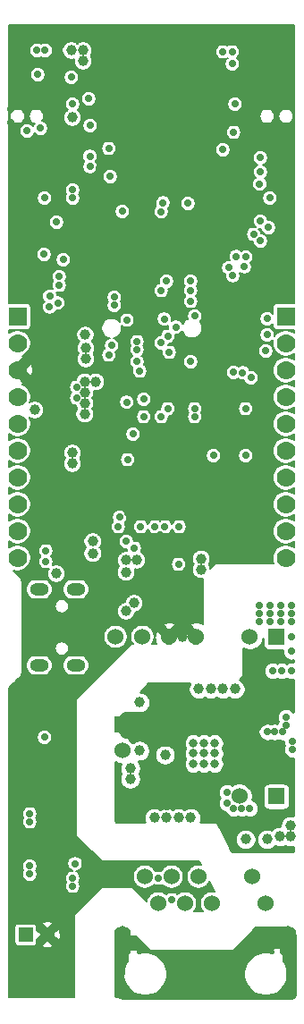
<source format=gbr>
G04 #@! TF.GenerationSoftware,KiCad,Pcbnew,6.0.0-rc1-unknown-69d90a4~84~ubuntu18.04.1*
G04 #@! TF.CreationDate,2019-01-16T16:00:11+02:00
G04 #@! TF.ProjectId,ESP32-PoE-ISO_Rev_A,45535033-322d-4506-9f45-2d49534f5f52,A*
G04 #@! TF.SameCoordinates,Original*
G04 #@! TF.FileFunction,Copper,L2,Inr*
G04 #@! TF.FilePolarity,Positive*
%FSLAX46Y46*%
G04 Gerber Fmt 4.6, Leading zero omitted, Abs format (unit mm)*
G04 Created by KiCad (PCBNEW 6.0.0-rc1-unknown-69d90a4~84~ubuntu18.04.1) date 16.01.2019 (ср) 16:00:11 EET*
%MOMM*%
%LPD*%
G04 APERTURE LIST*
%ADD10C,1.524000*%
%ADD11R,1.524000X1.524000*%
%ADD12C,0.800000*%
%ADD13C,1.300000*%
%ADD14C,2.000000*%
%ADD15R,0.400000X0.400000*%
%ADD16R,1.422400X1.422400*%
%ADD17O,1.800000X1.200000*%
%ADD18C,1.778000*%
%ADD19R,1.778000X1.778000*%
%ADD20R,1.400000X1.400000*%
%ADD21C,1.400000*%
%ADD22O,1.600000X2.999999*%
%ADD23C,0.700000*%
%ADD24C,1.000000*%
%ADD25C,1.270000*%
%ADD26C,1.016000*%
%ADD27C,0.762000*%
%ADD28C,0.508000*%
%ADD29C,0.127000*%
%ADD30C,0.254000*%
G04 APERTURE END LIST*
D10*
X113411000Y-153543000D03*
D11*
X115951000Y-153543000D03*
D10*
X108331000Y-153543000D03*
X105791000Y-153543000D03*
X100711000Y-153543000D03*
X103251000Y-153543000D03*
D11*
X115923000Y-168656000D03*
D10*
X112423000Y-168656000D03*
D11*
X101346000Y-161818000D03*
D10*
X101346000Y-164318000D03*
D12*
X108077000Y-163592000D03*
X108077000Y-164592000D03*
X108077000Y-165592000D03*
X109077000Y-163592000D03*
X109077000Y-164592000D03*
X109077000Y-165592000D03*
X110077000Y-164592000D03*
X110077000Y-163592000D03*
X110077000Y-165592000D03*
D13*
X106773200Y-104371000D03*
X102099600Y-104371000D03*
X104411000Y-106834800D03*
X104411000Y-102135800D03*
X106773200Y-102135800D03*
X102099600Y-102135800D03*
X106773200Y-106834800D03*
D14*
X104411000Y-104498000D03*
D13*
X102099600Y-106834800D03*
D15*
X106710000Y-137406000D03*
X106710000Y-136406000D03*
X105910000Y-135606000D03*
X104910000Y-135606000D03*
X104110000Y-136406000D03*
X104110000Y-137406000D03*
X104910000Y-138206000D03*
X105910000Y-138206000D03*
D16*
X105410000Y-136906000D03*
D17*
X93476000Y-149054000D03*
X96946000Y-149054000D03*
X96946000Y-156254000D03*
X93476000Y-156254000D03*
D18*
X91440000Y-130840000D03*
X91440000Y-128300000D03*
X91440000Y-125760000D03*
D19*
X91440000Y-123220000D03*
D18*
X91440000Y-133380000D03*
X91440000Y-135920000D03*
X91440000Y-141000000D03*
X91440000Y-138460000D03*
X91440000Y-143540000D03*
X91440000Y-146080000D03*
X116840000Y-130840000D03*
X116840000Y-128300000D03*
X116840000Y-125760000D03*
D19*
X116840000Y-123220000D03*
D18*
X116840000Y-133380000D03*
X116840000Y-135920000D03*
X116840000Y-141000000D03*
X116840000Y-138460000D03*
X116840000Y-143540000D03*
X116840000Y-146080000D03*
D20*
X92209620Y-181759860D03*
D21*
X94221300Y-181757320D03*
D22*
X117000000Y-182393000D03*
X101400000Y-182393000D03*
D10*
X114915000Y-178793000D03*
X113645000Y-176253000D03*
X109835000Y-178793000D03*
X108565000Y-176253000D03*
X107295000Y-178793000D03*
X106025000Y-176253000D03*
X104755000Y-178793000D03*
X103485000Y-176253000D03*
D23*
X96647000Y-177165000D03*
X96647000Y-176403000D03*
X92583000Y-170307000D03*
X92583000Y-171069000D03*
X92583000Y-175260000D03*
X92583000Y-176022000D03*
D24*
X95123000Y-147574000D03*
X93091000Y-132080000D03*
X107061000Y-153543000D03*
D23*
X105664000Y-150749000D03*
D24*
X106553000Y-151892000D03*
X106553000Y-150749000D03*
X96520000Y-164973000D03*
X95504000Y-164973000D03*
X95504000Y-165989000D03*
X95504000Y-167005000D03*
X95504000Y-168021000D03*
X96520000Y-168021000D03*
D23*
X94996000Y-178054000D03*
X95885000Y-178054000D03*
X94107000Y-178054000D03*
X94996000Y-177165000D03*
X94234000Y-184150000D03*
X92202000Y-184150000D03*
X91186000Y-184150000D03*
X93218000Y-184150000D03*
X96647000Y-154813000D03*
X97409000Y-154813000D03*
X98171000Y-154813000D03*
X98171000Y-154051000D03*
X94424500Y-161480500D03*
X93599000Y-161480500D03*
X93599000Y-159893000D03*
D24*
X96520000Y-171196000D03*
X96520000Y-169037000D03*
X96520000Y-170053000D03*
X95504000Y-169037000D03*
X95504000Y-170053000D03*
X96520000Y-163957000D03*
D23*
X93599000Y-160655000D03*
X91567000Y-157797496D03*
D24*
X111760000Y-142494000D03*
D23*
X115316000Y-146304000D03*
X114173000Y-138176000D03*
X114173000Y-140208000D03*
X106299000Y-132715000D03*
X110109000Y-131826000D03*
X110109000Y-132588000D03*
X101854000Y-141859000D03*
X101346000Y-141224000D03*
X95250000Y-161480500D03*
D24*
X98679000Y-135572500D03*
D23*
X100457000Y-138049000D03*
X99060000Y-138049000D03*
X97663000Y-122936000D03*
X92075000Y-100228400D03*
X92075000Y-100965000D03*
X93472000Y-102108000D03*
X93853000Y-96774000D03*
X114427000Y-96774000D03*
X90805000Y-104902000D03*
X90805000Y-103632000D03*
X90932000Y-121666000D03*
X109855000Y-139785743D03*
X107696000Y-139785743D03*
X108458000Y-139785743D03*
D24*
X96520000Y-96774000D03*
D23*
X95123000Y-96012000D03*
D24*
X109474000Y-108585000D03*
D23*
X115189000Y-98679000D03*
X99187000Y-112649000D03*
X96393000Y-119507000D03*
X99949000Y-112649000D03*
X99568000Y-113284000D03*
X98806000Y-113284000D03*
X98425000Y-112649000D03*
X99187000Y-109220000D03*
X100076000Y-116600350D03*
X102044500Y-116141500D03*
X102489000Y-109474000D03*
D24*
X97790000Y-96139000D03*
X100330000Y-96139000D03*
X102870000Y-96139000D03*
X105410000Y-96139000D03*
X107950000Y-96139000D03*
X110490000Y-96139000D03*
D23*
X113030000Y-96012000D03*
X93853000Y-96012000D03*
D24*
X99060000Y-97155000D03*
X101600000Y-97155000D03*
X104140000Y-97155000D03*
X106680000Y-97155000D03*
X109220000Y-97155000D03*
D23*
X114427000Y-96012000D03*
X97663000Y-113538000D03*
X97663000Y-114300000D03*
X97663000Y-115062000D03*
X102235000Y-112522000D03*
X117348000Y-98679000D03*
X117348000Y-99695000D03*
X117348000Y-100965000D03*
X117348000Y-102235000D03*
X117348000Y-103251000D03*
X117348000Y-105283000D03*
X117348000Y-106299000D03*
X117348000Y-107315000D03*
X117348000Y-108585000D03*
X117348000Y-109855000D03*
X117348000Y-111125000D03*
X117348000Y-112395000D03*
D24*
X100330000Y-100965000D03*
X101600000Y-99695000D03*
X104140000Y-99695000D03*
X106680000Y-99695000D03*
X109220000Y-99695000D03*
X102870000Y-100965000D03*
X105410000Y-100965000D03*
X107950000Y-100965000D03*
X110490000Y-100965000D03*
X109220000Y-102235000D03*
X110490000Y-103505000D03*
X107950000Y-103505000D03*
X109220000Y-104775000D03*
X107950000Y-106045000D03*
X100330000Y-103505000D03*
D23*
X116205000Y-103251000D03*
X114935000Y-103251000D03*
X116205000Y-105283000D03*
X114935000Y-105283000D03*
D24*
X110617000Y-108585000D03*
X110617000Y-109728000D03*
D23*
X91948000Y-120142000D03*
X104521000Y-145923000D03*
X105664000Y-147193000D03*
X107632500Y-147193000D03*
X107632500Y-146177000D03*
X104902000Y-143891000D03*
D24*
X96647000Y-136144000D03*
X96647000Y-137160000D03*
D23*
X93599000Y-105410000D03*
X94477435Y-121303850D03*
X96647000Y-103124000D03*
X114427000Y-114203990D03*
D24*
X108839000Y-146177000D03*
X108839000Y-147193000D03*
D23*
X108204000Y-131953000D03*
X108204000Y-132715000D03*
D24*
X97790000Y-129413000D03*
X97790000Y-130429000D03*
X97790000Y-131445000D03*
X97790000Y-132461000D03*
D23*
X102362000Y-134366000D03*
D24*
X98806000Y-129413000D03*
X97917000Y-127254000D03*
X97917000Y-126238000D03*
D23*
X97028000Y-129921000D03*
X97028000Y-130937000D03*
X107823000Y-119888000D03*
X107823000Y-120777000D03*
X105537000Y-119888000D03*
X100584000Y-121412000D03*
X100584000Y-122174000D03*
X93281500Y-98044000D03*
D24*
X96520000Y-98044000D03*
D23*
X94043500Y-98044000D03*
D24*
X97663000Y-98044000D03*
D23*
X102743000Y-125603000D03*
X102743000Y-126365000D03*
D24*
X97663000Y-99060000D03*
D23*
X96647000Y-111252000D03*
X96647000Y-112014000D03*
X98171000Y-102616000D03*
X104426511Y-143129000D03*
X106712509Y-143129000D03*
X105377498Y-143129000D03*
X103091479Y-143129000D03*
X96878939Y-175028061D03*
X93980000Y-163067994D03*
X106680000Y-146685000D03*
X94107000Y-146431000D03*
X102489000Y-145161022D03*
X100203000Y-109982000D03*
D24*
X97853500Y-124968000D03*
D23*
X93345000Y-100330000D03*
X92329000Y-105664000D03*
X95377000Y-120269000D03*
X111887000Y-105791000D03*
X95367917Y-119442038D03*
X94107000Y-145415000D03*
X101727000Y-144526000D03*
X98298000Y-109029522D03*
X111760000Y-99314000D03*
X112014000Y-103124000D03*
X108204000Y-123190000D03*
X96520000Y-100584000D03*
X105332150Y-123474968D03*
X95123000Y-114300000D03*
X111759998Y-98171000D03*
X106410622Y-124236990D03*
X115062000Y-124968000D03*
X102743000Y-127508000D03*
X94466418Y-122311477D03*
X107823000Y-127508000D03*
X115316000Y-112013994D03*
X107823000Y-121793000D03*
X93929098Y-117348014D03*
X95758000Y-117856000D03*
X107569000Y-112522000D03*
X105029000Y-120777000D03*
X112123745Y-117549945D03*
X111800119Y-119360801D03*
X111887000Y-128523990D03*
X93980000Y-112014000D03*
X112903011Y-118514828D03*
X105791000Y-126619000D03*
X113030000Y-117602000D03*
X105199003Y-112474650D03*
X112747155Y-128552845D03*
X113538000Y-129032000D03*
X105029000Y-125730000D03*
X114351314Y-110691734D03*
X110871000Y-107442000D03*
X101346000Y-113284000D03*
X105020097Y-113292903D03*
X98298000Y-105156000D03*
X98287212Y-108068370D03*
D24*
X117284500Y-172466000D03*
X116268500Y-172466000D03*
X117284500Y-171450000D03*
X102108000Y-165989000D03*
X102108000Y-167005000D03*
X98552000Y-144526000D03*
X98552000Y-145669000D03*
X101727000Y-147447000D03*
X101727000Y-146304000D03*
X102743000Y-146304000D03*
X101727000Y-151130000D03*
X102489000Y-150368000D03*
X113030000Y-172720000D03*
X115062000Y-172720000D03*
D23*
X114427000Y-116078000D03*
X113792000Y-115443000D03*
X110871000Y-98171000D03*
X116840000Y-161163000D03*
X115049300Y-162560000D03*
X115785900Y-162560000D03*
X116522500Y-162560000D03*
X116840000Y-161899600D03*
X101790500Y-123571000D03*
D24*
X105409989Y-164719000D03*
D23*
X100330005Y-125984000D03*
X100076000Y-126873000D03*
X109982000Y-136398000D03*
X105029000Y-132715000D03*
X103378000Y-132715000D03*
X113030000Y-136398000D03*
X102997000Y-128397000D03*
X103378000Y-131064000D03*
X113030000Y-131953000D03*
X100076000Y-107315000D03*
X105664000Y-125095000D03*
X115062000Y-123444000D03*
X95250000Y-121950986D03*
X114427006Y-108204000D03*
D24*
X96647000Y-104394000D03*
D23*
X115189000Y-114808000D03*
X105664000Y-131953000D03*
X101776150Y-131332350D03*
X101854000Y-136779000D03*
X114935000Y-126492000D03*
X114427000Y-109537500D03*
X111441342Y-118615666D03*
X100965006Y-143129000D03*
X104775000Y-176402960D03*
X106044996Y-178435000D03*
D24*
X112712500Y-164274500D03*
X105537000Y-168275000D03*
X105537000Y-169291000D03*
X104902000Y-163449000D03*
X111633000Y-161417000D03*
X111633000Y-160274000D03*
D23*
X111252000Y-168275000D03*
X111252000Y-169291000D03*
X113411000Y-169799000D03*
X111887000Y-169799000D03*
X112649000Y-169799000D03*
X114300000Y-150622000D03*
X114300000Y-151384000D03*
X115316000Y-152146000D03*
X115316000Y-151384000D03*
X115316000Y-150622000D03*
X116332000Y-152146000D03*
X116332000Y-151384000D03*
X116332000Y-150622000D03*
X114300000Y-152146000D03*
X117348000Y-151384000D03*
X117348000Y-150622000D03*
X117348000Y-152146000D03*
X115570000Y-156781500D03*
X116459000Y-156781500D03*
X117348000Y-153543000D03*
X117348000Y-154940000D03*
X117348000Y-156781500D03*
X117475000Y-163449000D03*
X117475000Y-164211000D03*
D24*
X106680000Y-170688000D03*
X105537000Y-170688000D03*
X107823000Y-170688000D03*
X104394000Y-170688000D03*
X112013990Y-158496010D03*
X110871000Y-158496010D03*
X109728000Y-158496000D03*
X108585000Y-158496000D03*
X102997000Y-159766000D03*
X102977000Y-164318000D03*
X106045000Y-184150000D03*
X106045000Y-186690000D03*
X107315000Y-185420000D03*
X108585000Y-184150000D03*
X108585000Y-186690000D03*
X111125000Y-186690000D03*
X117387990Y-187387990D03*
X117387990Y-185420000D03*
X109855000Y-185420000D03*
X111125000Y-184150000D03*
X112395000Y-185420000D03*
X113538000Y-182880000D03*
X114935000Y-182880000D03*
X102870000Y-182880000D03*
X101092000Y-187325000D03*
X101092000Y-185420000D03*
X114935000Y-181483000D03*
D23*
X101092000Y-142240000D03*
D25*
X104902000Y-162741894D02*
X104902000Y-161818000D01*
D26*
X104902000Y-163449000D02*
X104902000Y-162741894D01*
D25*
X111633000Y-161417000D02*
X111633000Y-160274000D01*
X111633000Y-161925000D02*
X111633000Y-161417000D01*
X111526000Y-161818000D02*
X111633000Y-161925000D01*
X111633000Y-163195000D02*
X112712500Y-164274500D01*
X111633000Y-161417000D02*
X111633000Y-163195000D01*
X105537000Y-169291000D02*
X105537000Y-168275000D01*
X104902000Y-161818000D02*
X105918000Y-161818000D01*
X103271000Y-161818000D02*
X103251000Y-161818000D01*
X103251000Y-161818000D02*
X104902000Y-161818000D01*
X101346000Y-161818000D02*
X103251000Y-161818000D01*
X105918000Y-161818000D02*
X106680000Y-161818000D01*
X107676000Y-161818000D02*
X106680000Y-162814000D01*
X107950000Y-161818000D02*
X107676000Y-161818000D01*
X106680000Y-161818000D02*
X107950000Y-161818000D01*
X106680000Y-162814000D02*
X106680000Y-161818000D01*
X110256000Y-161818000D02*
X110109000Y-161818000D01*
X111633000Y-163195000D02*
X110256000Y-161818000D01*
X110109000Y-161818000D02*
X111526000Y-161818000D01*
X107950000Y-161818000D02*
X110109000Y-161818000D01*
X111633000Y-160274000D02*
X104795000Y-160274000D01*
X111018000Y-160802000D02*
X111633000Y-161417000D01*
X104267000Y-160802000D02*
X111018000Y-160802000D01*
X104795000Y-160274000D02*
X104267000Y-160802000D01*
X104267000Y-160802000D02*
X103251000Y-161818000D01*
D26*
X104267000Y-162814000D02*
X103271000Y-161818000D01*
X104902000Y-163449000D02*
X104267000Y-162814000D01*
X101727000Y-162687000D02*
X104140000Y-162687000D01*
X101346000Y-162306000D02*
X101727000Y-162687000D01*
X104140000Y-162687000D02*
X104267000Y-162814000D01*
X101346000Y-161818000D02*
X101346000Y-162306000D01*
X103906000Y-161163000D02*
X104267000Y-160802000D01*
X101727000Y-161163000D02*
X103906000Y-161163000D01*
X101346000Y-161544000D02*
X101727000Y-161163000D01*
X101346000Y-161818000D02*
X101346000Y-161544000D01*
X106680000Y-163449000D02*
X104902000Y-163449000D01*
D25*
X105880751Y-162649751D02*
X106680000Y-163449000D01*
X105880751Y-161855249D02*
X105880751Y-162649751D01*
X105918000Y-161818000D02*
X105880751Y-161855249D01*
D26*
X106807000Y-167005000D02*
X106807000Y-162814000D01*
D25*
X106807000Y-162814000D02*
X106680000Y-162814000D01*
D26*
X105537000Y-168275000D02*
X106807000Y-167005000D01*
D27*
X102870000Y-182880000D02*
X101473000Y-182880000D01*
X101473000Y-182880000D02*
X101346000Y-182880000D01*
D26*
X114935000Y-181483000D02*
X116967000Y-181483000D01*
X117387990Y-185420000D02*
X117387990Y-187387990D01*
X117387990Y-185420000D02*
X117387990Y-181903990D01*
X117387990Y-181903990D02*
X116967000Y-181483000D01*
X101092000Y-185420000D02*
X101092000Y-181746042D01*
X101092000Y-181746042D02*
X101350521Y-181487521D01*
D28*
X101408990Y-187641990D02*
X101092000Y-187325000D01*
X117133990Y-187641990D02*
X101408990Y-187641990D01*
X117387990Y-187387990D02*
X117133990Y-187641990D01*
D29*
G36*
X117654701Y-121960918D02*
G01*
X115951000Y-121960918D01*
X115878801Y-121968029D01*
X115809376Y-121989089D01*
X115745393Y-122023288D01*
X115689313Y-122069313D01*
X115643288Y-122125393D01*
X115609089Y-122189376D01*
X115588029Y-122258801D01*
X115580918Y-122331000D01*
X115580918Y-122947088D01*
X115519890Y-122886060D01*
X115402243Y-122807450D01*
X115271521Y-122753303D01*
X115132746Y-122725700D01*
X114991254Y-122725700D01*
X114852479Y-122753303D01*
X114721757Y-122807450D01*
X114604110Y-122886060D01*
X114504060Y-122986110D01*
X114425450Y-123103757D01*
X114371303Y-123234479D01*
X114343700Y-123373254D01*
X114343700Y-123514746D01*
X114371303Y-123653521D01*
X114425450Y-123784243D01*
X114504060Y-123901890D01*
X114604110Y-124001940D01*
X114721757Y-124080550D01*
X114852479Y-124134697D01*
X114991254Y-124162300D01*
X115132746Y-124162300D01*
X115271521Y-124134697D01*
X115402243Y-124080550D01*
X115519890Y-124001940D01*
X115580918Y-123940912D01*
X115580918Y-124109000D01*
X115588029Y-124181199D01*
X115609089Y-124250624D01*
X115643288Y-124314607D01*
X115689313Y-124370687D01*
X115745393Y-124416712D01*
X115809376Y-124450911D01*
X115878801Y-124471971D01*
X115951000Y-124479082D01*
X117654701Y-124479082D01*
X117654701Y-124796610D01*
X117641482Y-124783391D01*
X117435555Y-124645795D01*
X117206741Y-124551017D01*
X116963833Y-124502700D01*
X116716167Y-124502700D01*
X116473259Y-124551017D01*
X116244445Y-124645795D01*
X116038518Y-124783391D01*
X115863391Y-124958518D01*
X115767803Y-125101576D01*
X115780300Y-125038746D01*
X115780300Y-124897254D01*
X115752697Y-124758479D01*
X115698550Y-124627757D01*
X115619940Y-124510110D01*
X115519890Y-124410060D01*
X115402243Y-124331450D01*
X115271521Y-124277303D01*
X115132746Y-124249700D01*
X114991254Y-124249700D01*
X114852479Y-124277303D01*
X114721757Y-124331450D01*
X114604110Y-124410060D01*
X114504060Y-124510110D01*
X114425450Y-124627757D01*
X114371303Y-124758479D01*
X114343700Y-124897254D01*
X114343700Y-125038746D01*
X114371303Y-125177521D01*
X114425450Y-125308243D01*
X114504060Y-125425890D01*
X114604110Y-125525940D01*
X114721757Y-125604550D01*
X114852479Y-125658697D01*
X114991254Y-125686300D01*
X115132746Y-125686300D01*
X115271521Y-125658697D01*
X115402243Y-125604550D01*
X115519890Y-125525940D01*
X115619940Y-125425890D01*
X115626470Y-125416117D01*
X115582700Y-125636167D01*
X115582700Y-125883833D01*
X115631017Y-126126741D01*
X115725795Y-126355555D01*
X115863391Y-126561482D01*
X116038518Y-126736609D01*
X116244445Y-126874205D01*
X116473259Y-126968983D01*
X116716167Y-127017300D01*
X116963833Y-127017300D01*
X117206741Y-126968983D01*
X117435555Y-126874205D01*
X117641482Y-126736609D01*
X117654701Y-126723390D01*
X117654701Y-127336610D01*
X117641482Y-127323391D01*
X117435555Y-127185795D01*
X117206741Y-127091017D01*
X116963833Y-127042700D01*
X116716167Y-127042700D01*
X116473259Y-127091017D01*
X116244445Y-127185795D01*
X116038518Y-127323391D01*
X115863391Y-127498518D01*
X115725795Y-127704445D01*
X115631017Y-127933259D01*
X115582700Y-128176167D01*
X115582700Y-128423833D01*
X115631017Y-128666741D01*
X115725795Y-128895555D01*
X115863391Y-129101482D01*
X116038518Y-129276609D01*
X116244445Y-129414205D01*
X116473259Y-129508983D01*
X116716167Y-129557300D01*
X116963833Y-129557300D01*
X117206741Y-129508983D01*
X117435555Y-129414205D01*
X117641482Y-129276609D01*
X117654701Y-129263390D01*
X117654701Y-129876610D01*
X117641482Y-129863391D01*
X117435555Y-129725795D01*
X117206741Y-129631017D01*
X116963833Y-129582700D01*
X116716167Y-129582700D01*
X116473259Y-129631017D01*
X116244445Y-129725795D01*
X116038518Y-129863391D01*
X115863391Y-130038518D01*
X115725795Y-130244445D01*
X115631017Y-130473259D01*
X115582700Y-130716167D01*
X115582700Y-130963833D01*
X115631017Y-131206741D01*
X115725795Y-131435555D01*
X115863391Y-131641482D01*
X116038518Y-131816609D01*
X116244445Y-131954205D01*
X116473259Y-132048983D01*
X116716167Y-132097300D01*
X116963833Y-132097300D01*
X117206741Y-132048983D01*
X117435555Y-131954205D01*
X117641482Y-131816609D01*
X117654701Y-131803390D01*
X117654701Y-132416610D01*
X117641482Y-132403391D01*
X117435555Y-132265795D01*
X117206741Y-132171017D01*
X116963833Y-132122700D01*
X116716167Y-132122700D01*
X116473259Y-132171017D01*
X116244445Y-132265795D01*
X116038518Y-132403391D01*
X115863391Y-132578518D01*
X115725795Y-132784445D01*
X115631017Y-133013259D01*
X115582700Y-133256167D01*
X115582700Y-133503833D01*
X115631017Y-133746741D01*
X115725795Y-133975555D01*
X115863391Y-134181482D01*
X116038518Y-134356609D01*
X116244445Y-134494205D01*
X116473259Y-134588983D01*
X116716167Y-134637300D01*
X116963833Y-134637300D01*
X117206741Y-134588983D01*
X117435555Y-134494205D01*
X117641482Y-134356609D01*
X117654701Y-134343390D01*
X117654701Y-134956610D01*
X117641482Y-134943391D01*
X117435555Y-134805795D01*
X117206741Y-134711017D01*
X116963833Y-134662700D01*
X116716167Y-134662700D01*
X116473259Y-134711017D01*
X116244445Y-134805795D01*
X116038518Y-134943391D01*
X115863391Y-135118518D01*
X115725795Y-135324445D01*
X115631017Y-135553259D01*
X115582700Y-135796167D01*
X115582700Y-136043833D01*
X115631017Y-136286741D01*
X115725795Y-136515555D01*
X115863391Y-136721482D01*
X116038518Y-136896609D01*
X116244445Y-137034205D01*
X116473259Y-137128983D01*
X116716167Y-137177300D01*
X116963833Y-137177300D01*
X117206741Y-137128983D01*
X117435555Y-137034205D01*
X117641482Y-136896609D01*
X117654701Y-136883390D01*
X117654701Y-137496610D01*
X117641482Y-137483391D01*
X117435555Y-137345795D01*
X117206741Y-137251017D01*
X116963833Y-137202700D01*
X116716167Y-137202700D01*
X116473259Y-137251017D01*
X116244445Y-137345795D01*
X116038518Y-137483391D01*
X115863391Y-137658518D01*
X115725795Y-137864445D01*
X115631017Y-138093259D01*
X115582700Y-138336167D01*
X115582700Y-138583833D01*
X115631017Y-138826741D01*
X115725795Y-139055555D01*
X115863391Y-139261482D01*
X116038518Y-139436609D01*
X116244445Y-139574205D01*
X116473259Y-139668983D01*
X116716167Y-139717300D01*
X116963833Y-139717300D01*
X117206741Y-139668983D01*
X117435555Y-139574205D01*
X117641482Y-139436609D01*
X117654701Y-139423390D01*
X117654701Y-140036610D01*
X117641482Y-140023391D01*
X117435555Y-139885795D01*
X117206741Y-139791017D01*
X116963833Y-139742700D01*
X116716167Y-139742700D01*
X116473259Y-139791017D01*
X116244445Y-139885795D01*
X116038518Y-140023391D01*
X115863391Y-140198518D01*
X115725795Y-140404445D01*
X115631017Y-140633259D01*
X115582700Y-140876167D01*
X115582700Y-141123833D01*
X115631017Y-141366741D01*
X115725795Y-141595555D01*
X115863391Y-141801482D01*
X116038518Y-141976609D01*
X116244445Y-142114205D01*
X116473259Y-142208983D01*
X116716167Y-142257300D01*
X116963833Y-142257300D01*
X117206741Y-142208983D01*
X117435555Y-142114205D01*
X117641482Y-141976609D01*
X117654700Y-141963391D01*
X117654700Y-142576609D01*
X117641482Y-142563391D01*
X117435555Y-142425795D01*
X117206741Y-142331017D01*
X116963833Y-142282700D01*
X116716167Y-142282700D01*
X116473259Y-142331017D01*
X116244445Y-142425795D01*
X116038518Y-142563391D01*
X115863391Y-142738518D01*
X115725795Y-142944445D01*
X115631017Y-143173259D01*
X115582700Y-143416167D01*
X115582700Y-143663833D01*
X115631017Y-143906741D01*
X115725795Y-144135555D01*
X115863391Y-144341482D01*
X116038518Y-144516609D01*
X116244445Y-144654205D01*
X116473259Y-144748983D01*
X116716167Y-144797300D01*
X116963833Y-144797300D01*
X117206741Y-144748983D01*
X117435555Y-144654205D01*
X117641482Y-144516609D01*
X117654700Y-144503391D01*
X117654700Y-145116609D01*
X117641482Y-145103391D01*
X117435555Y-144965795D01*
X117206741Y-144871017D01*
X116963833Y-144822700D01*
X116716167Y-144822700D01*
X116473259Y-144871017D01*
X116244445Y-144965795D01*
X116038518Y-145103391D01*
X115863391Y-145278518D01*
X115725795Y-145484445D01*
X115631017Y-145713259D01*
X115582700Y-145956167D01*
X115582700Y-146203833D01*
X115631017Y-146446741D01*
X115703405Y-146621500D01*
X110236000Y-146621500D01*
X110223612Y-146622720D01*
X110211700Y-146626334D01*
X110200721Y-146632202D01*
X110191099Y-146640099D01*
X109707300Y-147123898D01*
X109707300Y-147107480D01*
X109673931Y-146939726D01*
X109608477Y-146781706D01*
X109543860Y-146685000D01*
X109608477Y-146588294D01*
X109673931Y-146430274D01*
X109707300Y-146262520D01*
X109707300Y-146091480D01*
X109673931Y-145923726D01*
X109608477Y-145765706D01*
X109513452Y-145623491D01*
X109392509Y-145502548D01*
X109250294Y-145407523D01*
X109092274Y-145342069D01*
X108924520Y-145308700D01*
X108753480Y-145308700D01*
X108585726Y-145342069D01*
X108427706Y-145407523D01*
X108285491Y-145502548D01*
X108164548Y-145623491D01*
X108069523Y-145765706D01*
X108004069Y-145923726D01*
X107970700Y-146091480D01*
X107970700Y-146262520D01*
X108004069Y-146430274D01*
X108069523Y-146588294D01*
X108134140Y-146685000D01*
X108069523Y-146781706D01*
X108004069Y-146939726D01*
X107970700Y-147107480D01*
X107970700Y-147278520D01*
X108004069Y-147446274D01*
X108069523Y-147604294D01*
X108164548Y-147746509D01*
X108285491Y-147867452D01*
X108427706Y-147962477D01*
X108585726Y-148027931D01*
X108753480Y-148061300D01*
X108924520Y-148061300D01*
X109029500Y-148040418D01*
X109029500Y-152346956D01*
X108874159Y-152191615D01*
X108780392Y-152285382D01*
X108777859Y-152279755D01*
X108522826Y-152216850D01*
X108260422Y-152204909D01*
X108000729Y-152244388D01*
X107884141Y-152279755D01*
X107797964Y-152471148D01*
X108331000Y-153004185D01*
X108479846Y-152855338D01*
X109018662Y-153394154D01*
X108869815Y-153543000D01*
X109018662Y-153691847D01*
X108479847Y-154230662D01*
X108331000Y-154081815D01*
X108182154Y-154230662D01*
X107643338Y-153691846D01*
X107792185Y-153543000D01*
X107259148Y-153009964D01*
X107067755Y-153096141D01*
X107061696Y-153120704D01*
X107054245Y-153096141D01*
X106862852Y-153009964D01*
X106329815Y-153543000D01*
X106478662Y-153691846D01*
X105939847Y-154230662D01*
X105791000Y-154081815D01*
X105642154Y-154230662D01*
X105103338Y-153691846D01*
X105252185Y-153543000D01*
X104719148Y-153009964D01*
X104527755Y-153096141D01*
X104464850Y-153351174D01*
X104452909Y-153613578D01*
X104492388Y-153873271D01*
X104527755Y-153989859D01*
X104533382Y-153992392D01*
X104439615Y-154086159D01*
X104594956Y-154241500D01*
X104143677Y-154241500D01*
X104252659Y-154078398D01*
X104337863Y-153872696D01*
X104381300Y-153654325D01*
X104381300Y-153431675D01*
X104337863Y-153213304D01*
X104252659Y-153007602D01*
X104128961Y-152822476D01*
X103971524Y-152665039D01*
X103786398Y-152541341D01*
X103616936Y-152471148D01*
X105257964Y-152471148D01*
X105791000Y-153004185D01*
X106324036Y-152471148D01*
X106237859Y-152279755D01*
X105982826Y-152216850D01*
X105720422Y-152204909D01*
X105460729Y-152244388D01*
X105344141Y-152279755D01*
X105257964Y-152471148D01*
X103616936Y-152471148D01*
X103580696Y-152456137D01*
X103362325Y-152412700D01*
X103139675Y-152412700D01*
X102921304Y-152456137D01*
X102715602Y-152541341D01*
X102530476Y-152665039D01*
X102373039Y-152822476D01*
X102249341Y-153007602D01*
X102164137Y-153213304D01*
X102120700Y-153431675D01*
X102120700Y-153654325D01*
X102164137Y-153872696D01*
X102249341Y-154078398D01*
X102358323Y-154241500D01*
X102235000Y-154241500D01*
X102222612Y-154242720D01*
X102210700Y-154246334D01*
X102199721Y-154252202D01*
X102190099Y-154260099D01*
X96983099Y-159467099D01*
X96975202Y-159476721D01*
X96969334Y-159487700D01*
X96965720Y-159499612D01*
X96964500Y-159512000D01*
X96964500Y-172339000D01*
X96965720Y-172351388D01*
X96969334Y-172363300D01*
X96975202Y-172374279D01*
X96983099Y-172383901D01*
X99396099Y-174796901D01*
X99405721Y-174804798D01*
X99416700Y-174810666D01*
X99428612Y-174814280D01*
X99441000Y-174815500D01*
X108672755Y-174815500D01*
X108842924Y-175155839D01*
X108676325Y-175122700D01*
X108453675Y-175122700D01*
X108235304Y-175166137D01*
X108029602Y-175251341D01*
X107844476Y-175375039D01*
X107687039Y-175532476D01*
X107563341Y-175717602D01*
X107478137Y-175923304D01*
X107434700Y-176141675D01*
X107434700Y-176364325D01*
X107478137Y-176582696D01*
X107563341Y-176788398D01*
X107687039Y-176973524D01*
X107844476Y-177130961D01*
X108029602Y-177254659D01*
X108235304Y-177339863D01*
X108453675Y-177383300D01*
X108676325Y-177383300D01*
X108894696Y-177339863D01*
X109100398Y-177254659D01*
X109285524Y-177130961D01*
X109442961Y-176973524D01*
X109566659Y-176788398D01*
X109608589Y-176687169D01*
X110112924Y-177695839D01*
X109946325Y-177662700D01*
X109723675Y-177662700D01*
X109505304Y-177706137D01*
X109299602Y-177791341D01*
X109114476Y-177915039D01*
X108957039Y-178072476D01*
X108833341Y-178257602D01*
X108748137Y-178463304D01*
X108704700Y-178681675D01*
X108704700Y-178904325D01*
X108748137Y-179122696D01*
X108833341Y-179328398D01*
X108957039Y-179513524D01*
X108958015Y-179514500D01*
X108171985Y-179514500D01*
X108172961Y-179513524D01*
X108296659Y-179328398D01*
X108381863Y-179122696D01*
X108425300Y-178904325D01*
X108425300Y-178681675D01*
X108381863Y-178463304D01*
X108296659Y-178257602D01*
X108172961Y-178072476D01*
X108015524Y-177915039D01*
X107830398Y-177791341D01*
X107624696Y-177706137D01*
X107406325Y-177662700D01*
X107183675Y-177662700D01*
X106965304Y-177706137D01*
X106759602Y-177791341D01*
X106574476Y-177915039D01*
X106557671Y-177931845D01*
X106502886Y-177877060D01*
X106385239Y-177798450D01*
X106254517Y-177744303D01*
X106115742Y-177716700D01*
X105974250Y-177716700D01*
X105835475Y-177744303D01*
X105704753Y-177798450D01*
X105587106Y-177877060D01*
X105512326Y-177951841D01*
X105475524Y-177915039D01*
X105290398Y-177791341D01*
X105084696Y-177706137D01*
X104866325Y-177662700D01*
X104643675Y-177662700D01*
X104425304Y-177706137D01*
X104219602Y-177791341D01*
X104034476Y-177915039D01*
X103877039Y-178072476D01*
X103753341Y-178257602D01*
X103668137Y-178463304D01*
X103639595Y-178606793D01*
X102279901Y-177247099D01*
X102270279Y-177239202D01*
X102259300Y-177233334D01*
X102247388Y-177229720D01*
X102235000Y-177228500D01*
X99441000Y-177228500D01*
X99428612Y-177229720D01*
X99416700Y-177233334D01*
X99405721Y-177239202D01*
X99396099Y-177247099D01*
X96856099Y-179787099D01*
X96848202Y-179796721D01*
X96842334Y-179807700D01*
X96838720Y-179819612D01*
X96837500Y-179832000D01*
X96837500Y-187654700D01*
X90645300Y-187654700D01*
X90645300Y-181059860D01*
X91139538Y-181059860D01*
X91139538Y-182459860D01*
X91146649Y-182532059D01*
X91167709Y-182601484D01*
X91201908Y-182665467D01*
X91247933Y-182721547D01*
X91304013Y-182767572D01*
X91367996Y-182801771D01*
X91437421Y-182822831D01*
X91509620Y-182829942D01*
X92909620Y-182829942D01*
X92981819Y-182822831D01*
X93051244Y-182801771D01*
X93114246Y-182768096D01*
X93705499Y-182768096D01*
X93782198Y-182957147D01*
X94024710Y-183019757D01*
X94274777Y-183033853D01*
X94522789Y-182998892D01*
X94660402Y-182957147D01*
X94737101Y-182768096D01*
X94221300Y-182252295D01*
X93705499Y-182768096D01*
X93114246Y-182768096D01*
X93115227Y-182767572D01*
X93171307Y-182721547D01*
X93217332Y-182665467D01*
X93251531Y-182601484D01*
X93272591Y-182532059D01*
X93279702Y-182459860D01*
X93279702Y-182203943D01*
X93726325Y-181757320D01*
X94716275Y-181757320D01*
X95232076Y-182273121D01*
X95421127Y-182196422D01*
X95483737Y-181953910D01*
X95497833Y-181703843D01*
X95462872Y-181455831D01*
X95421127Y-181318218D01*
X95232076Y-181241519D01*
X94716275Y-181757320D01*
X93726325Y-181757320D01*
X93279702Y-181310697D01*
X93279702Y-181059860D01*
X93272591Y-180987661D01*
X93251531Y-180918236D01*
X93217332Y-180854253D01*
X93171307Y-180798173D01*
X93115227Y-180752148D01*
X93104743Y-180746544D01*
X93705499Y-180746544D01*
X94221300Y-181262345D01*
X94737101Y-180746544D01*
X94660402Y-180557493D01*
X94417890Y-180494883D01*
X94167823Y-180480787D01*
X93919811Y-180515748D01*
X93782198Y-180557493D01*
X93705499Y-180746544D01*
X93104743Y-180746544D01*
X93051244Y-180717949D01*
X92981819Y-180696889D01*
X92909620Y-180689778D01*
X91509620Y-180689778D01*
X91437421Y-180696889D01*
X91367996Y-180717949D01*
X91304013Y-180752148D01*
X91247933Y-180798173D01*
X91201908Y-180854253D01*
X91167709Y-180918236D01*
X91146649Y-180987661D01*
X91139538Y-181059860D01*
X90645300Y-181059860D01*
X90645300Y-175189254D01*
X91864700Y-175189254D01*
X91864700Y-175330746D01*
X91892303Y-175469521D01*
X91946450Y-175600243D01*
X91973683Y-175641000D01*
X91946450Y-175681757D01*
X91892303Y-175812479D01*
X91864700Y-175951254D01*
X91864700Y-176092746D01*
X91892303Y-176231521D01*
X91946450Y-176362243D01*
X92025060Y-176479890D01*
X92125110Y-176579940D01*
X92242757Y-176658550D01*
X92373479Y-176712697D01*
X92512254Y-176740300D01*
X92653746Y-176740300D01*
X92792521Y-176712697D01*
X92923243Y-176658550D01*
X93040890Y-176579940D01*
X93140940Y-176479890D01*
X93219550Y-176362243D01*
X93231971Y-176332254D01*
X95928700Y-176332254D01*
X95928700Y-176473746D01*
X95956303Y-176612521D01*
X96010450Y-176743243D01*
X96037683Y-176784000D01*
X96010450Y-176824757D01*
X95956303Y-176955479D01*
X95928700Y-177094254D01*
X95928700Y-177235746D01*
X95956303Y-177374521D01*
X96010450Y-177505243D01*
X96089060Y-177622890D01*
X96189110Y-177722940D01*
X96306757Y-177801550D01*
X96437479Y-177855697D01*
X96576254Y-177883300D01*
X96717746Y-177883300D01*
X96856521Y-177855697D01*
X96987243Y-177801550D01*
X97104890Y-177722940D01*
X97204940Y-177622890D01*
X97283550Y-177505243D01*
X97337697Y-177374521D01*
X97365300Y-177235746D01*
X97365300Y-177094254D01*
X97337697Y-176955479D01*
X97283550Y-176824757D01*
X97256317Y-176784000D01*
X97283550Y-176743243D01*
X97337697Y-176612521D01*
X97365300Y-176473746D01*
X97365300Y-176332254D01*
X97337697Y-176193479D01*
X97316240Y-176141675D01*
X102354700Y-176141675D01*
X102354700Y-176364325D01*
X102398137Y-176582696D01*
X102483341Y-176788398D01*
X102607039Y-176973524D01*
X102764476Y-177130961D01*
X102949602Y-177254659D01*
X103155304Y-177339863D01*
X103373675Y-177383300D01*
X103596325Y-177383300D01*
X103814696Y-177339863D01*
X104020398Y-177254659D01*
X104205524Y-177130961D01*
X104352163Y-176984322D01*
X104434757Y-177039510D01*
X104565479Y-177093657D01*
X104704254Y-177121260D01*
X104845746Y-177121260D01*
X104984521Y-177093657D01*
X105115243Y-177039510D01*
X105173859Y-177000344D01*
X105304476Y-177130961D01*
X105489602Y-177254659D01*
X105695304Y-177339863D01*
X105913675Y-177383300D01*
X106136325Y-177383300D01*
X106354696Y-177339863D01*
X106560398Y-177254659D01*
X106745524Y-177130961D01*
X106902961Y-176973524D01*
X107026659Y-176788398D01*
X107111863Y-176582696D01*
X107155300Y-176364325D01*
X107155300Y-176141675D01*
X107111863Y-175923304D01*
X107026659Y-175717602D01*
X106902961Y-175532476D01*
X106745524Y-175375039D01*
X106560398Y-175251341D01*
X106354696Y-175166137D01*
X106136325Y-175122700D01*
X105913675Y-175122700D01*
X105695304Y-175166137D01*
X105489602Y-175251341D01*
X105304476Y-175375039D01*
X105147039Y-175532476D01*
X105023341Y-175717602D01*
X105019544Y-175726770D01*
X104984521Y-175712263D01*
X104845746Y-175684660D01*
X104704254Y-175684660D01*
X104565479Y-175712263D01*
X104496314Y-175740912D01*
X104486659Y-175717602D01*
X104362961Y-175532476D01*
X104205524Y-175375039D01*
X104020398Y-175251341D01*
X103814696Y-175166137D01*
X103596325Y-175122700D01*
X103373675Y-175122700D01*
X103155304Y-175166137D01*
X102949602Y-175251341D01*
X102764476Y-175375039D01*
X102607039Y-175532476D01*
X102483341Y-175717602D01*
X102398137Y-175923304D01*
X102354700Y-176141675D01*
X97316240Y-176141675D01*
X97283550Y-176062757D01*
X97204940Y-175945110D01*
X97104890Y-175845060D01*
X96987243Y-175766450D01*
X96938744Y-175746361D01*
X96949685Y-175746361D01*
X97088460Y-175718758D01*
X97219182Y-175664611D01*
X97336829Y-175586001D01*
X97436879Y-175485951D01*
X97515489Y-175368304D01*
X97569636Y-175237582D01*
X97597239Y-175098807D01*
X97597239Y-174957315D01*
X97569636Y-174818540D01*
X97515489Y-174687818D01*
X97436879Y-174570171D01*
X97336829Y-174470121D01*
X97219182Y-174391511D01*
X97088460Y-174337364D01*
X96949685Y-174309761D01*
X96808193Y-174309761D01*
X96669418Y-174337364D01*
X96538696Y-174391511D01*
X96421049Y-174470121D01*
X96320999Y-174570171D01*
X96242389Y-174687818D01*
X96188242Y-174818540D01*
X96160639Y-174957315D01*
X96160639Y-175098807D01*
X96188242Y-175237582D01*
X96242389Y-175368304D01*
X96320999Y-175485951D01*
X96421049Y-175586001D01*
X96538696Y-175664611D01*
X96587195Y-175684700D01*
X96576254Y-175684700D01*
X96437479Y-175712303D01*
X96306757Y-175766450D01*
X96189110Y-175845060D01*
X96089060Y-175945110D01*
X96010450Y-176062757D01*
X95956303Y-176193479D01*
X95928700Y-176332254D01*
X93231971Y-176332254D01*
X93273697Y-176231521D01*
X93301300Y-176092746D01*
X93301300Y-175951254D01*
X93273697Y-175812479D01*
X93219550Y-175681757D01*
X93192317Y-175641000D01*
X93219550Y-175600243D01*
X93273697Y-175469521D01*
X93301300Y-175330746D01*
X93301300Y-175189254D01*
X93273697Y-175050479D01*
X93219550Y-174919757D01*
X93140940Y-174802110D01*
X93040890Y-174702060D01*
X92923243Y-174623450D01*
X92792521Y-174569303D01*
X92653746Y-174541700D01*
X92512254Y-174541700D01*
X92373479Y-174569303D01*
X92242757Y-174623450D01*
X92125110Y-174702060D01*
X92025060Y-174802110D01*
X91946450Y-174919757D01*
X91892303Y-175050479D01*
X91864700Y-175189254D01*
X90645300Y-175189254D01*
X90645300Y-170236254D01*
X91864700Y-170236254D01*
X91864700Y-170377746D01*
X91892303Y-170516521D01*
X91946450Y-170647243D01*
X91973683Y-170688000D01*
X91946450Y-170728757D01*
X91892303Y-170859479D01*
X91864700Y-170998254D01*
X91864700Y-171139746D01*
X91892303Y-171278521D01*
X91946450Y-171409243D01*
X92025060Y-171526890D01*
X92125110Y-171626940D01*
X92242757Y-171705550D01*
X92373479Y-171759697D01*
X92512254Y-171787300D01*
X92653746Y-171787300D01*
X92792521Y-171759697D01*
X92923243Y-171705550D01*
X93040890Y-171626940D01*
X93140940Y-171526890D01*
X93219550Y-171409243D01*
X93273697Y-171278521D01*
X93301300Y-171139746D01*
X93301300Y-170998254D01*
X93273697Y-170859479D01*
X93219550Y-170728757D01*
X93192317Y-170688000D01*
X93219550Y-170647243D01*
X93273697Y-170516521D01*
X93301300Y-170377746D01*
X93301300Y-170236254D01*
X93273697Y-170097479D01*
X93219550Y-169966757D01*
X93140940Y-169849110D01*
X93040890Y-169749060D01*
X92923243Y-169670450D01*
X92792521Y-169616303D01*
X92653746Y-169588700D01*
X92512254Y-169588700D01*
X92373479Y-169616303D01*
X92242757Y-169670450D01*
X92125110Y-169749060D01*
X92025060Y-169849110D01*
X91946450Y-169966757D01*
X91892303Y-170097479D01*
X91864700Y-170236254D01*
X90645300Y-170236254D01*
X90645300Y-162997248D01*
X93261700Y-162997248D01*
X93261700Y-163138740D01*
X93289303Y-163277515D01*
X93343450Y-163408237D01*
X93422060Y-163525884D01*
X93522110Y-163625934D01*
X93639757Y-163704544D01*
X93770479Y-163758691D01*
X93909254Y-163786294D01*
X94050746Y-163786294D01*
X94189521Y-163758691D01*
X94320243Y-163704544D01*
X94437890Y-163625934D01*
X94537940Y-163525884D01*
X94616550Y-163408237D01*
X94670697Y-163277515D01*
X94698300Y-163138740D01*
X94698300Y-162997248D01*
X94670697Y-162858473D01*
X94616550Y-162727751D01*
X94537940Y-162610104D01*
X94437890Y-162510054D01*
X94320243Y-162431444D01*
X94189521Y-162377297D01*
X94050746Y-162349694D01*
X93909254Y-162349694D01*
X93770479Y-162377297D01*
X93639757Y-162431444D01*
X93522110Y-162510054D01*
X93422060Y-162610104D01*
X93343450Y-162727751D01*
X93289303Y-162858473D01*
X93261700Y-162997248D01*
X90645300Y-162997248D01*
X90645300Y-158405159D01*
X91683030Y-157367430D01*
X91701924Y-157351924D01*
X91717431Y-157333029D01*
X91763819Y-157276506D01*
X91809810Y-157190461D01*
X91809811Y-157190460D01*
X91838133Y-157097096D01*
X91845300Y-157024327D01*
X91845300Y-157024318D01*
X91847695Y-157000001D01*
X91845300Y-156975684D01*
X91845300Y-156254000D01*
X92203015Y-156254000D01*
X92221711Y-156443820D01*
X92277079Y-156626345D01*
X92366993Y-156794562D01*
X92487996Y-156942004D01*
X92635438Y-157063007D01*
X92803655Y-157152921D01*
X92986180Y-157208289D01*
X93128433Y-157222300D01*
X93823567Y-157222300D01*
X93965820Y-157208289D01*
X94148345Y-157152921D01*
X94316562Y-157063007D01*
X94464004Y-156942004D01*
X94585007Y-156794562D01*
X94674921Y-156626345D01*
X94730289Y-156443820D01*
X94748985Y-156254000D01*
X95673015Y-156254000D01*
X95691711Y-156443820D01*
X95747079Y-156626345D01*
X95836993Y-156794562D01*
X95957996Y-156942004D01*
X96105438Y-157063007D01*
X96273655Y-157152921D01*
X96456180Y-157208289D01*
X96598433Y-157222300D01*
X97293567Y-157222300D01*
X97435820Y-157208289D01*
X97618345Y-157152921D01*
X97786562Y-157063007D01*
X97934004Y-156942004D01*
X98055007Y-156794562D01*
X98144921Y-156626345D01*
X98200289Y-156443820D01*
X98218985Y-156254000D01*
X98200289Y-156064180D01*
X98144921Y-155881655D01*
X98055007Y-155713438D01*
X97934004Y-155565996D01*
X97786562Y-155444993D01*
X97618345Y-155355079D01*
X97435820Y-155299711D01*
X97293567Y-155285700D01*
X96598433Y-155285700D01*
X96456180Y-155299711D01*
X96273655Y-155355079D01*
X96105438Y-155444993D01*
X95957996Y-155565996D01*
X95836993Y-155713438D01*
X95747079Y-155881655D01*
X95691711Y-156064180D01*
X95673015Y-156254000D01*
X94748985Y-156254000D01*
X94730289Y-156064180D01*
X94674921Y-155881655D01*
X94585007Y-155713438D01*
X94464004Y-155565996D01*
X94316562Y-155444993D01*
X94148345Y-155355079D01*
X93965820Y-155299711D01*
X93823567Y-155285700D01*
X93128433Y-155285700D01*
X92986180Y-155299711D01*
X92803655Y-155355079D01*
X92635438Y-155444993D01*
X92487996Y-155565996D01*
X92366993Y-155713438D01*
X92277079Y-155881655D01*
X92221711Y-156064180D01*
X92203015Y-156254000D01*
X91845300Y-156254000D01*
X91845300Y-154588178D01*
X94957700Y-154588178D01*
X94957700Y-154719822D01*
X94983382Y-154848936D01*
X95033760Y-154970559D01*
X95106897Y-155080017D01*
X95199983Y-155173103D01*
X95309441Y-155246240D01*
X95431064Y-155296618D01*
X95560178Y-155322300D01*
X95691822Y-155322300D01*
X95820936Y-155296618D01*
X95942559Y-155246240D01*
X96052017Y-155173103D01*
X96145103Y-155080017D01*
X96218240Y-154970559D01*
X96268618Y-154848936D01*
X96294300Y-154719822D01*
X96294300Y-154588178D01*
X96268618Y-154459064D01*
X96218240Y-154337441D01*
X96145103Y-154227983D01*
X96052017Y-154134897D01*
X95942559Y-154061760D01*
X95820936Y-154011382D01*
X95691822Y-153985700D01*
X95560178Y-153985700D01*
X95431064Y-154011382D01*
X95309441Y-154061760D01*
X95199983Y-154134897D01*
X95106897Y-154227983D01*
X95033760Y-154337441D01*
X94983382Y-154459064D01*
X94957700Y-154588178D01*
X91845300Y-154588178D01*
X91845300Y-153431675D01*
X99580700Y-153431675D01*
X99580700Y-153654325D01*
X99624137Y-153872696D01*
X99709341Y-154078398D01*
X99833039Y-154263524D01*
X99990476Y-154420961D01*
X100175602Y-154544659D01*
X100381304Y-154629863D01*
X100599675Y-154673300D01*
X100822325Y-154673300D01*
X101040696Y-154629863D01*
X101246398Y-154544659D01*
X101431524Y-154420961D01*
X101588961Y-154263524D01*
X101712659Y-154078398D01*
X101797863Y-153872696D01*
X101841300Y-153654325D01*
X101841300Y-153431675D01*
X101797863Y-153213304D01*
X101712659Y-153007602D01*
X101588961Y-152822476D01*
X101431524Y-152665039D01*
X101246398Y-152541341D01*
X101040696Y-152456137D01*
X100822325Y-152412700D01*
X100599675Y-152412700D01*
X100381304Y-152456137D01*
X100175602Y-152541341D01*
X99990476Y-152665039D01*
X99833039Y-152822476D01*
X99709341Y-153007602D01*
X99624137Y-153213304D01*
X99580700Y-153431675D01*
X91845300Y-153431675D01*
X91845300Y-150588178D01*
X94957700Y-150588178D01*
X94957700Y-150719822D01*
X94983382Y-150848936D01*
X95033760Y-150970559D01*
X95106897Y-151080017D01*
X95199983Y-151173103D01*
X95309441Y-151246240D01*
X95431064Y-151296618D01*
X95560178Y-151322300D01*
X95691822Y-151322300D01*
X95820936Y-151296618D01*
X95942559Y-151246240D01*
X96052017Y-151173103D01*
X96145103Y-151080017D01*
X96168847Y-151044480D01*
X100858700Y-151044480D01*
X100858700Y-151215520D01*
X100892069Y-151383274D01*
X100957523Y-151541294D01*
X101052548Y-151683509D01*
X101173491Y-151804452D01*
X101315706Y-151899477D01*
X101473726Y-151964931D01*
X101641480Y-151998300D01*
X101812520Y-151998300D01*
X101980274Y-151964931D01*
X102138294Y-151899477D01*
X102280509Y-151804452D01*
X102401452Y-151683509D01*
X102496477Y-151541294D01*
X102561931Y-151383274D01*
X102591852Y-151232852D01*
X102742274Y-151202931D01*
X102900294Y-151137477D01*
X103042509Y-151042452D01*
X103163452Y-150921509D01*
X103258477Y-150779294D01*
X103323931Y-150621274D01*
X103357300Y-150453520D01*
X103357300Y-150282480D01*
X103323931Y-150114726D01*
X103258477Y-149956706D01*
X103163452Y-149814491D01*
X103042509Y-149693548D01*
X102900294Y-149598523D01*
X102742274Y-149533069D01*
X102574520Y-149499700D01*
X102403480Y-149499700D01*
X102235726Y-149533069D01*
X102077706Y-149598523D01*
X101935491Y-149693548D01*
X101814548Y-149814491D01*
X101719523Y-149956706D01*
X101654069Y-150114726D01*
X101624148Y-150265148D01*
X101473726Y-150295069D01*
X101315706Y-150360523D01*
X101173491Y-150455548D01*
X101052548Y-150576491D01*
X100957523Y-150718706D01*
X100892069Y-150876726D01*
X100858700Y-151044480D01*
X96168847Y-151044480D01*
X96218240Y-150970559D01*
X96268618Y-150848936D01*
X96294300Y-150719822D01*
X96294300Y-150588178D01*
X96268618Y-150459064D01*
X96218240Y-150337441D01*
X96145103Y-150227983D01*
X96052017Y-150134897D01*
X95942559Y-150061760D01*
X95820936Y-150011382D01*
X95691822Y-149985700D01*
X95560178Y-149985700D01*
X95431064Y-150011382D01*
X95309441Y-150061760D01*
X95199983Y-150134897D01*
X95106897Y-150227983D01*
X95033760Y-150337441D01*
X94983382Y-150459064D01*
X94957700Y-150588178D01*
X91845300Y-150588178D01*
X91845300Y-149054000D01*
X92203015Y-149054000D01*
X92221711Y-149243820D01*
X92277079Y-149426345D01*
X92366993Y-149594562D01*
X92487996Y-149742004D01*
X92635438Y-149863007D01*
X92803655Y-149952921D01*
X92986180Y-150008289D01*
X93128433Y-150022300D01*
X93823567Y-150022300D01*
X93965820Y-150008289D01*
X94148345Y-149952921D01*
X94316562Y-149863007D01*
X94464004Y-149742004D01*
X94585007Y-149594562D01*
X94674921Y-149426345D01*
X94730289Y-149243820D01*
X94748985Y-149054000D01*
X95673015Y-149054000D01*
X95691711Y-149243820D01*
X95747079Y-149426345D01*
X95836993Y-149594562D01*
X95957996Y-149742004D01*
X96105438Y-149863007D01*
X96273655Y-149952921D01*
X96456180Y-150008289D01*
X96598433Y-150022300D01*
X97293567Y-150022300D01*
X97435820Y-150008289D01*
X97618345Y-149952921D01*
X97786562Y-149863007D01*
X97934004Y-149742004D01*
X98055007Y-149594562D01*
X98144921Y-149426345D01*
X98200289Y-149243820D01*
X98218985Y-149054000D01*
X98200289Y-148864180D01*
X98144921Y-148681655D01*
X98055007Y-148513438D01*
X97934004Y-148365996D01*
X97786562Y-148244993D01*
X97618345Y-148155079D01*
X97435820Y-148099711D01*
X97293567Y-148085700D01*
X96598433Y-148085700D01*
X96456180Y-148099711D01*
X96273655Y-148155079D01*
X96105438Y-148244993D01*
X95957996Y-148365996D01*
X95836993Y-148513438D01*
X95747079Y-148681655D01*
X95691711Y-148864180D01*
X95673015Y-149054000D01*
X94748985Y-149054000D01*
X94730289Y-148864180D01*
X94674921Y-148681655D01*
X94585007Y-148513438D01*
X94464004Y-148365996D01*
X94316562Y-148244993D01*
X94148345Y-148155079D01*
X93965820Y-148099711D01*
X93823567Y-148085700D01*
X93128433Y-148085700D01*
X92986180Y-148099711D01*
X92803655Y-148155079D01*
X92635438Y-148244993D01*
X92487996Y-148365996D01*
X92366993Y-148513438D01*
X92277079Y-148681655D01*
X92221711Y-148864180D01*
X92203015Y-149054000D01*
X91845300Y-149054000D01*
X91845300Y-148324316D01*
X91847695Y-148299999D01*
X91845300Y-148275682D01*
X91845300Y-148275673D01*
X91838133Y-148202904D01*
X91809811Y-148109540D01*
X91784026Y-148061300D01*
X91763819Y-148023494D01*
X91717431Y-147966971D01*
X91717430Y-147966970D01*
X91701924Y-147948076D01*
X91683030Y-147932570D01*
X91015530Y-147265071D01*
X91073259Y-147288983D01*
X91316167Y-147337300D01*
X91563833Y-147337300D01*
X91806741Y-147288983D01*
X92035555Y-147194205D01*
X92241482Y-147056609D01*
X92416609Y-146881482D01*
X92554205Y-146675555D01*
X92648983Y-146446741D01*
X92697300Y-146203833D01*
X92697300Y-145956167D01*
X92648983Y-145713259D01*
X92554205Y-145484445D01*
X92460533Y-145344254D01*
X93388700Y-145344254D01*
X93388700Y-145485746D01*
X93416303Y-145624521D01*
X93470450Y-145755243D01*
X93549060Y-145872890D01*
X93599170Y-145923000D01*
X93549060Y-145973110D01*
X93470450Y-146090757D01*
X93416303Y-146221479D01*
X93388700Y-146360254D01*
X93388700Y-146501746D01*
X93416303Y-146640521D01*
X93470450Y-146771243D01*
X93549060Y-146888890D01*
X93649110Y-146988940D01*
X93766757Y-147067550D01*
X93897479Y-147121697D01*
X94036254Y-147149300D01*
X94177746Y-147149300D01*
X94316521Y-147121697D01*
X94405571Y-147084811D01*
X94353523Y-147162706D01*
X94288069Y-147320726D01*
X94254700Y-147488480D01*
X94254700Y-147659520D01*
X94288069Y-147827274D01*
X94353523Y-147985294D01*
X94448548Y-148127509D01*
X94569491Y-148248452D01*
X94711706Y-148343477D01*
X94869726Y-148408931D01*
X95037480Y-148442300D01*
X95208520Y-148442300D01*
X95376274Y-148408931D01*
X95534294Y-148343477D01*
X95676509Y-148248452D01*
X95797452Y-148127509D01*
X95892477Y-147985294D01*
X95957931Y-147827274D01*
X95991300Y-147659520D01*
X95991300Y-147488480D01*
X95957931Y-147320726D01*
X95892477Y-147162706D01*
X95797452Y-147020491D01*
X95676509Y-146899548D01*
X95534294Y-146804523D01*
X95376274Y-146739069D01*
X95208520Y-146705700D01*
X95037480Y-146705700D01*
X94869726Y-146739069D01*
X94724989Y-146799021D01*
X94743550Y-146771243D01*
X94797697Y-146640521D01*
X94825300Y-146501746D01*
X94825300Y-146360254D01*
X94797697Y-146221479D01*
X94743550Y-146090757D01*
X94664940Y-145973110D01*
X94614830Y-145923000D01*
X94664940Y-145872890D01*
X94743550Y-145755243D01*
X94797697Y-145624521D01*
X94825300Y-145485746D01*
X94825300Y-145344254D01*
X94797697Y-145205479D01*
X94743550Y-145074757D01*
X94664940Y-144957110D01*
X94564890Y-144857060D01*
X94447243Y-144778450D01*
X94316521Y-144724303D01*
X94177746Y-144696700D01*
X94036254Y-144696700D01*
X93897479Y-144724303D01*
X93766757Y-144778450D01*
X93649110Y-144857060D01*
X93549060Y-144957110D01*
X93470450Y-145074757D01*
X93416303Y-145205479D01*
X93388700Y-145344254D01*
X92460533Y-145344254D01*
X92416609Y-145278518D01*
X92241482Y-145103391D01*
X92035555Y-144965795D01*
X91806741Y-144871017D01*
X91563833Y-144822700D01*
X91316167Y-144822700D01*
X91073259Y-144871017D01*
X90844445Y-144965795D01*
X90645300Y-145098859D01*
X90645300Y-144521141D01*
X90844445Y-144654205D01*
X91073259Y-144748983D01*
X91316167Y-144797300D01*
X91563833Y-144797300D01*
X91806741Y-144748983D01*
X92035555Y-144654205D01*
X92241482Y-144516609D01*
X92317611Y-144440480D01*
X97683700Y-144440480D01*
X97683700Y-144611520D01*
X97717069Y-144779274D01*
X97782523Y-144937294D01*
X97877548Y-145079509D01*
X97895539Y-145097500D01*
X97877548Y-145115491D01*
X97782523Y-145257706D01*
X97717069Y-145415726D01*
X97683700Y-145583480D01*
X97683700Y-145754520D01*
X97717069Y-145922274D01*
X97782523Y-146080294D01*
X97877548Y-146222509D01*
X97998491Y-146343452D01*
X98140706Y-146438477D01*
X98298726Y-146503931D01*
X98466480Y-146537300D01*
X98637520Y-146537300D01*
X98805274Y-146503931D01*
X98963294Y-146438477D01*
X99105509Y-146343452D01*
X99226452Y-146222509D01*
X99229144Y-146218480D01*
X100858700Y-146218480D01*
X100858700Y-146389520D01*
X100892069Y-146557274D01*
X100957523Y-146715294D01*
X101052548Y-146857509D01*
X101070539Y-146875500D01*
X101052548Y-146893491D01*
X100957523Y-147035706D01*
X100892069Y-147193726D01*
X100858700Y-147361480D01*
X100858700Y-147532520D01*
X100892069Y-147700274D01*
X100957523Y-147858294D01*
X101052548Y-148000509D01*
X101173491Y-148121452D01*
X101315706Y-148216477D01*
X101473726Y-148281931D01*
X101641480Y-148315300D01*
X101812520Y-148315300D01*
X101980274Y-148281931D01*
X102138294Y-148216477D01*
X102280509Y-148121452D01*
X102401452Y-148000509D01*
X102496477Y-147858294D01*
X102561931Y-147700274D01*
X102595300Y-147532520D01*
X102595300Y-147361480D01*
X102561931Y-147193726D01*
X102543680Y-147149663D01*
X102657480Y-147172300D01*
X102828520Y-147172300D01*
X102996274Y-147138931D01*
X103154294Y-147073477D01*
X103296509Y-146978452D01*
X103417452Y-146857509D01*
X103512477Y-146715294D01*
X103554329Y-146614254D01*
X105961700Y-146614254D01*
X105961700Y-146755746D01*
X105989303Y-146894521D01*
X106043450Y-147025243D01*
X106122060Y-147142890D01*
X106222110Y-147242940D01*
X106339757Y-147321550D01*
X106470479Y-147375697D01*
X106609254Y-147403300D01*
X106750746Y-147403300D01*
X106889521Y-147375697D01*
X107020243Y-147321550D01*
X107137890Y-147242940D01*
X107237940Y-147142890D01*
X107316550Y-147025243D01*
X107370697Y-146894521D01*
X107398300Y-146755746D01*
X107398300Y-146614254D01*
X107370697Y-146475479D01*
X107316550Y-146344757D01*
X107237940Y-146227110D01*
X107137890Y-146127060D01*
X107020243Y-146048450D01*
X106889521Y-145994303D01*
X106750746Y-145966700D01*
X106609254Y-145966700D01*
X106470479Y-145994303D01*
X106339757Y-146048450D01*
X106222110Y-146127060D01*
X106122060Y-146227110D01*
X106043450Y-146344757D01*
X105989303Y-146475479D01*
X105961700Y-146614254D01*
X103554329Y-146614254D01*
X103577931Y-146557274D01*
X103611300Y-146389520D01*
X103611300Y-146218480D01*
X103577931Y-146050726D01*
X103512477Y-145892706D01*
X103417452Y-145750491D01*
X103296509Y-145629548D01*
X103154294Y-145534523D01*
X103114376Y-145517988D01*
X103125550Y-145501265D01*
X103179697Y-145370543D01*
X103207300Y-145231768D01*
X103207300Y-145090276D01*
X103179697Y-144951501D01*
X103125550Y-144820779D01*
X103046940Y-144703132D01*
X102946890Y-144603082D01*
X102829243Y-144524472D01*
X102698521Y-144470325D01*
X102559746Y-144442722D01*
X102442807Y-144442722D01*
X102417697Y-144316479D01*
X102363550Y-144185757D01*
X102284940Y-144068110D01*
X102184890Y-143968060D01*
X102067243Y-143889450D01*
X101936521Y-143835303D01*
X101797746Y-143807700D01*
X101656254Y-143807700D01*
X101517479Y-143835303D01*
X101386757Y-143889450D01*
X101269110Y-143968060D01*
X101169060Y-144068110D01*
X101090450Y-144185757D01*
X101036303Y-144316479D01*
X101008700Y-144455254D01*
X101008700Y-144596746D01*
X101036303Y-144735521D01*
X101090450Y-144866243D01*
X101169060Y-144983890D01*
X101269110Y-145083940D01*
X101386757Y-145162550D01*
X101517479Y-145216697D01*
X101656254Y-145244300D01*
X101773193Y-145244300D01*
X101798303Y-145370543D01*
X101826439Y-145438469D01*
X101812520Y-145435700D01*
X101641480Y-145435700D01*
X101473726Y-145469069D01*
X101315706Y-145534523D01*
X101173491Y-145629548D01*
X101052548Y-145750491D01*
X100957523Y-145892706D01*
X100892069Y-146050726D01*
X100858700Y-146218480D01*
X99229144Y-146218480D01*
X99321477Y-146080294D01*
X99386931Y-145922274D01*
X99420300Y-145754520D01*
X99420300Y-145583480D01*
X99386931Y-145415726D01*
X99321477Y-145257706D01*
X99226452Y-145115491D01*
X99208461Y-145097500D01*
X99226452Y-145079509D01*
X99321477Y-144937294D01*
X99386931Y-144779274D01*
X99420300Y-144611520D01*
X99420300Y-144440480D01*
X99386931Y-144272726D01*
X99321477Y-144114706D01*
X99226452Y-143972491D01*
X99105509Y-143851548D01*
X98963294Y-143756523D01*
X98805274Y-143691069D01*
X98637520Y-143657700D01*
X98466480Y-143657700D01*
X98298726Y-143691069D01*
X98140706Y-143756523D01*
X97998491Y-143851548D01*
X97877548Y-143972491D01*
X97782523Y-144114706D01*
X97717069Y-144272726D01*
X97683700Y-144440480D01*
X92317611Y-144440480D01*
X92416609Y-144341482D01*
X92554205Y-144135555D01*
X92648983Y-143906741D01*
X92697300Y-143663833D01*
X92697300Y-143416167D01*
X92648983Y-143173259D01*
X92601347Y-143058254D01*
X100246706Y-143058254D01*
X100246706Y-143199746D01*
X100274309Y-143338521D01*
X100328456Y-143469243D01*
X100407066Y-143586890D01*
X100507116Y-143686940D01*
X100624763Y-143765550D01*
X100755485Y-143819697D01*
X100894260Y-143847300D01*
X101035752Y-143847300D01*
X101174527Y-143819697D01*
X101305249Y-143765550D01*
X101422896Y-143686940D01*
X101522946Y-143586890D01*
X101601556Y-143469243D01*
X101655703Y-143338521D01*
X101683306Y-143199746D01*
X101683306Y-143058254D01*
X102373179Y-143058254D01*
X102373179Y-143199746D01*
X102400782Y-143338521D01*
X102454929Y-143469243D01*
X102533539Y-143586890D01*
X102633589Y-143686940D01*
X102751236Y-143765550D01*
X102881958Y-143819697D01*
X103020733Y-143847300D01*
X103162225Y-143847300D01*
X103301000Y-143819697D01*
X103431722Y-143765550D01*
X103549369Y-143686940D01*
X103649419Y-143586890D01*
X103728029Y-143469243D01*
X103758995Y-143394485D01*
X103789961Y-143469243D01*
X103868571Y-143586890D01*
X103968621Y-143686940D01*
X104086268Y-143765550D01*
X104216990Y-143819697D01*
X104355765Y-143847300D01*
X104497257Y-143847300D01*
X104636032Y-143819697D01*
X104766754Y-143765550D01*
X104884401Y-143686940D01*
X104902005Y-143669337D01*
X104919608Y-143686940D01*
X105037255Y-143765550D01*
X105167977Y-143819697D01*
X105306752Y-143847300D01*
X105448244Y-143847300D01*
X105587019Y-143819697D01*
X105717741Y-143765550D01*
X105835388Y-143686940D01*
X105935438Y-143586890D01*
X106014048Y-143469243D01*
X106045004Y-143394510D01*
X106075959Y-143469243D01*
X106154569Y-143586890D01*
X106254619Y-143686940D01*
X106372266Y-143765550D01*
X106502988Y-143819697D01*
X106641763Y-143847300D01*
X106783255Y-143847300D01*
X106922030Y-143819697D01*
X107052752Y-143765550D01*
X107170399Y-143686940D01*
X107270449Y-143586890D01*
X107349059Y-143469243D01*
X107403206Y-143338521D01*
X107430809Y-143199746D01*
X107430809Y-143058254D01*
X107403206Y-142919479D01*
X107349059Y-142788757D01*
X107270449Y-142671110D01*
X107170399Y-142571060D01*
X107052752Y-142492450D01*
X106922030Y-142438303D01*
X106783255Y-142410700D01*
X106641763Y-142410700D01*
X106502988Y-142438303D01*
X106372266Y-142492450D01*
X106254619Y-142571060D01*
X106154569Y-142671110D01*
X106075959Y-142788757D01*
X106045004Y-142863490D01*
X106014048Y-142788757D01*
X105935438Y-142671110D01*
X105835388Y-142571060D01*
X105717741Y-142492450D01*
X105587019Y-142438303D01*
X105448244Y-142410700D01*
X105306752Y-142410700D01*
X105167977Y-142438303D01*
X105037255Y-142492450D01*
X104919608Y-142571060D01*
X104902005Y-142588664D01*
X104884401Y-142571060D01*
X104766754Y-142492450D01*
X104636032Y-142438303D01*
X104497257Y-142410700D01*
X104355765Y-142410700D01*
X104216990Y-142438303D01*
X104086268Y-142492450D01*
X103968621Y-142571060D01*
X103868571Y-142671110D01*
X103789961Y-142788757D01*
X103758995Y-142863515D01*
X103728029Y-142788757D01*
X103649419Y-142671110D01*
X103549369Y-142571060D01*
X103431722Y-142492450D01*
X103301000Y-142438303D01*
X103162225Y-142410700D01*
X103020733Y-142410700D01*
X102881958Y-142438303D01*
X102751236Y-142492450D01*
X102633589Y-142571060D01*
X102533539Y-142671110D01*
X102454929Y-142788757D01*
X102400782Y-142919479D01*
X102373179Y-143058254D01*
X101683306Y-143058254D01*
X101655703Y-142919479D01*
X101601556Y-142788757D01*
X101584540Y-142763290D01*
X101649940Y-142697890D01*
X101728550Y-142580243D01*
X101782697Y-142449521D01*
X101810300Y-142310746D01*
X101810300Y-142169254D01*
X101782697Y-142030479D01*
X101728550Y-141899757D01*
X101649940Y-141782110D01*
X101549890Y-141682060D01*
X101432243Y-141603450D01*
X101301521Y-141549303D01*
X101162746Y-141521700D01*
X101021254Y-141521700D01*
X100882479Y-141549303D01*
X100751757Y-141603450D01*
X100634110Y-141682060D01*
X100534060Y-141782110D01*
X100455450Y-141899757D01*
X100401303Y-142030479D01*
X100373700Y-142169254D01*
X100373700Y-142310746D01*
X100401303Y-142449521D01*
X100455450Y-142580243D01*
X100472466Y-142605710D01*
X100407066Y-142671110D01*
X100328456Y-142788757D01*
X100274309Y-142919479D01*
X100246706Y-143058254D01*
X92601347Y-143058254D01*
X92554205Y-142944445D01*
X92416609Y-142738518D01*
X92241482Y-142563391D01*
X92035555Y-142425795D01*
X91806741Y-142331017D01*
X91563833Y-142282700D01*
X91316167Y-142282700D01*
X91073259Y-142331017D01*
X90844445Y-142425795D01*
X90645300Y-142558859D01*
X90645300Y-141981141D01*
X90844445Y-142114205D01*
X91073259Y-142208983D01*
X91316167Y-142257300D01*
X91563833Y-142257300D01*
X91806741Y-142208983D01*
X92035555Y-142114205D01*
X92241482Y-141976609D01*
X92416609Y-141801482D01*
X92554205Y-141595555D01*
X92648983Y-141366741D01*
X92697300Y-141123833D01*
X92697300Y-140876167D01*
X92648983Y-140633259D01*
X92554205Y-140404445D01*
X92416609Y-140198518D01*
X92241482Y-140023391D01*
X92035555Y-139885795D01*
X91806741Y-139791017D01*
X91563833Y-139742700D01*
X91316167Y-139742700D01*
X91073259Y-139791017D01*
X90844445Y-139885795D01*
X90645300Y-140018859D01*
X90645300Y-139441141D01*
X90844445Y-139574205D01*
X91073259Y-139668983D01*
X91316167Y-139717300D01*
X91563833Y-139717300D01*
X91806741Y-139668983D01*
X92035555Y-139574205D01*
X92241482Y-139436609D01*
X92416609Y-139261482D01*
X92554205Y-139055555D01*
X92648983Y-138826741D01*
X92697300Y-138583833D01*
X92697300Y-138336167D01*
X92648983Y-138093259D01*
X92554205Y-137864445D01*
X92416609Y-137658518D01*
X92241482Y-137483391D01*
X92035555Y-137345795D01*
X91806741Y-137251017D01*
X91563833Y-137202700D01*
X91316167Y-137202700D01*
X91073259Y-137251017D01*
X90844445Y-137345795D01*
X90645300Y-137478859D01*
X90645300Y-136901141D01*
X90844445Y-137034205D01*
X91073259Y-137128983D01*
X91316167Y-137177300D01*
X91563833Y-137177300D01*
X91806741Y-137128983D01*
X92035555Y-137034205D01*
X92241482Y-136896609D01*
X92416609Y-136721482D01*
X92554205Y-136515555D01*
X92648983Y-136286741D01*
X92694386Y-136058480D01*
X95778700Y-136058480D01*
X95778700Y-136229520D01*
X95812069Y-136397274D01*
X95877523Y-136555294D01*
X95942140Y-136652000D01*
X95877523Y-136748706D01*
X95812069Y-136906726D01*
X95778700Y-137074480D01*
X95778700Y-137245520D01*
X95812069Y-137413274D01*
X95877523Y-137571294D01*
X95972548Y-137713509D01*
X96093491Y-137834452D01*
X96235706Y-137929477D01*
X96393726Y-137994931D01*
X96561480Y-138028300D01*
X96732520Y-138028300D01*
X96900274Y-137994931D01*
X97058294Y-137929477D01*
X97200509Y-137834452D01*
X97321452Y-137713509D01*
X97416477Y-137571294D01*
X97481931Y-137413274D01*
X97515300Y-137245520D01*
X97515300Y-137074480D01*
X97481931Y-136906726D01*
X97416477Y-136748706D01*
X97389448Y-136708254D01*
X101135700Y-136708254D01*
X101135700Y-136849746D01*
X101163303Y-136988521D01*
X101217450Y-137119243D01*
X101296060Y-137236890D01*
X101396110Y-137336940D01*
X101513757Y-137415550D01*
X101644479Y-137469697D01*
X101783254Y-137497300D01*
X101924746Y-137497300D01*
X102063521Y-137469697D01*
X102194243Y-137415550D01*
X102311890Y-137336940D01*
X102411940Y-137236890D01*
X102490550Y-137119243D01*
X102544697Y-136988521D01*
X102572300Y-136849746D01*
X102572300Y-136708254D01*
X102544697Y-136569479D01*
X102490550Y-136438757D01*
X102416046Y-136327254D01*
X109263700Y-136327254D01*
X109263700Y-136468746D01*
X109291303Y-136607521D01*
X109345450Y-136738243D01*
X109424060Y-136855890D01*
X109524110Y-136955940D01*
X109641757Y-137034550D01*
X109772479Y-137088697D01*
X109911254Y-137116300D01*
X110052746Y-137116300D01*
X110191521Y-137088697D01*
X110322243Y-137034550D01*
X110439890Y-136955940D01*
X110539940Y-136855890D01*
X110618550Y-136738243D01*
X110672697Y-136607521D01*
X110700300Y-136468746D01*
X110700300Y-136327254D01*
X112311700Y-136327254D01*
X112311700Y-136468746D01*
X112339303Y-136607521D01*
X112393450Y-136738243D01*
X112472060Y-136855890D01*
X112572110Y-136955940D01*
X112689757Y-137034550D01*
X112820479Y-137088697D01*
X112959254Y-137116300D01*
X113100746Y-137116300D01*
X113239521Y-137088697D01*
X113370243Y-137034550D01*
X113487890Y-136955940D01*
X113587940Y-136855890D01*
X113666550Y-136738243D01*
X113720697Y-136607521D01*
X113748300Y-136468746D01*
X113748300Y-136327254D01*
X113720697Y-136188479D01*
X113666550Y-136057757D01*
X113587940Y-135940110D01*
X113487890Y-135840060D01*
X113370243Y-135761450D01*
X113239521Y-135707303D01*
X113100746Y-135679700D01*
X112959254Y-135679700D01*
X112820479Y-135707303D01*
X112689757Y-135761450D01*
X112572110Y-135840060D01*
X112472060Y-135940110D01*
X112393450Y-136057757D01*
X112339303Y-136188479D01*
X112311700Y-136327254D01*
X110700300Y-136327254D01*
X110672697Y-136188479D01*
X110618550Y-136057757D01*
X110539940Y-135940110D01*
X110439890Y-135840060D01*
X110322243Y-135761450D01*
X110191521Y-135707303D01*
X110052746Y-135679700D01*
X109911254Y-135679700D01*
X109772479Y-135707303D01*
X109641757Y-135761450D01*
X109524110Y-135840060D01*
X109424060Y-135940110D01*
X109345450Y-136057757D01*
X109291303Y-136188479D01*
X109263700Y-136327254D01*
X102416046Y-136327254D01*
X102411940Y-136321110D01*
X102311890Y-136221060D01*
X102194243Y-136142450D01*
X102063521Y-136088303D01*
X101924746Y-136060700D01*
X101783254Y-136060700D01*
X101644479Y-136088303D01*
X101513757Y-136142450D01*
X101396110Y-136221060D01*
X101296060Y-136321110D01*
X101217450Y-136438757D01*
X101163303Y-136569479D01*
X101135700Y-136708254D01*
X97389448Y-136708254D01*
X97351860Y-136652000D01*
X97416477Y-136555294D01*
X97481931Y-136397274D01*
X97515300Y-136229520D01*
X97515300Y-136058480D01*
X97481931Y-135890726D01*
X97416477Y-135732706D01*
X97321452Y-135590491D01*
X97200509Y-135469548D01*
X97058294Y-135374523D01*
X96900274Y-135309069D01*
X96732520Y-135275700D01*
X96561480Y-135275700D01*
X96393726Y-135309069D01*
X96235706Y-135374523D01*
X96093491Y-135469548D01*
X95972548Y-135590491D01*
X95877523Y-135732706D01*
X95812069Y-135890726D01*
X95778700Y-136058480D01*
X92694386Y-136058480D01*
X92697300Y-136043833D01*
X92697300Y-135796167D01*
X92648983Y-135553259D01*
X92554205Y-135324445D01*
X92416609Y-135118518D01*
X92241482Y-134943391D01*
X92035555Y-134805795D01*
X91806741Y-134711017D01*
X91563833Y-134662700D01*
X91316167Y-134662700D01*
X91073259Y-134711017D01*
X90844445Y-134805795D01*
X90645300Y-134938859D01*
X90645300Y-134361141D01*
X90844445Y-134494205D01*
X91073259Y-134588983D01*
X91316167Y-134637300D01*
X91563833Y-134637300D01*
X91806741Y-134588983D01*
X92035555Y-134494205D01*
X92241482Y-134356609D01*
X92302837Y-134295254D01*
X101643700Y-134295254D01*
X101643700Y-134436746D01*
X101671303Y-134575521D01*
X101725450Y-134706243D01*
X101804060Y-134823890D01*
X101904110Y-134923940D01*
X102021757Y-135002550D01*
X102152479Y-135056697D01*
X102291254Y-135084300D01*
X102432746Y-135084300D01*
X102571521Y-135056697D01*
X102702243Y-135002550D01*
X102819890Y-134923940D01*
X102919940Y-134823890D01*
X102998550Y-134706243D01*
X103052697Y-134575521D01*
X103080300Y-134436746D01*
X103080300Y-134295254D01*
X103052697Y-134156479D01*
X102998550Y-134025757D01*
X102919940Y-133908110D01*
X102819890Y-133808060D01*
X102702243Y-133729450D01*
X102571521Y-133675303D01*
X102432746Y-133647700D01*
X102291254Y-133647700D01*
X102152479Y-133675303D01*
X102021757Y-133729450D01*
X101904110Y-133808060D01*
X101804060Y-133908110D01*
X101725450Y-134025757D01*
X101671303Y-134156479D01*
X101643700Y-134295254D01*
X92302837Y-134295254D01*
X92416609Y-134181482D01*
X92554205Y-133975555D01*
X92648983Y-133746741D01*
X92697300Y-133503833D01*
X92697300Y-133256167D01*
X92648983Y-133013259D01*
X92554205Y-132784445D01*
X92527465Y-132744426D01*
X92537491Y-132754452D01*
X92679706Y-132849477D01*
X92837726Y-132914931D01*
X93005480Y-132948300D01*
X93176520Y-132948300D01*
X93344274Y-132914931D01*
X93502294Y-132849477D01*
X93644509Y-132754452D01*
X93765452Y-132633509D01*
X93860477Y-132491294D01*
X93925931Y-132333274D01*
X93959300Y-132165520D01*
X93959300Y-131994480D01*
X93925931Y-131826726D01*
X93860477Y-131668706D01*
X93765452Y-131526491D01*
X93644509Y-131405548D01*
X93502294Y-131310523D01*
X93344274Y-131245069D01*
X93176520Y-131211700D01*
X93005480Y-131211700D01*
X92837726Y-131245069D01*
X92679706Y-131310523D01*
X92577787Y-131378623D01*
X92648983Y-131206741D01*
X92697300Y-130963833D01*
X92697300Y-130716167D01*
X92648983Y-130473259D01*
X92554205Y-130244445D01*
X92416609Y-130038518D01*
X92241482Y-129863391D01*
X92221822Y-129850254D01*
X96309700Y-129850254D01*
X96309700Y-129991746D01*
X96337303Y-130130521D01*
X96391450Y-130261243D01*
X96470060Y-130378890D01*
X96520170Y-130429000D01*
X96470060Y-130479110D01*
X96391450Y-130596757D01*
X96337303Y-130727479D01*
X96309700Y-130866254D01*
X96309700Y-131007746D01*
X96337303Y-131146521D01*
X96391450Y-131277243D01*
X96470060Y-131394890D01*
X96570110Y-131494940D01*
X96687757Y-131573550D01*
X96818479Y-131627697D01*
X96946079Y-131653077D01*
X96955069Y-131698274D01*
X97020523Y-131856294D01*
X97085140Y-131953000D01*
X97020523Y-132049706D01*
X96955069Y-132207726D01*
X96921700Y-132375480D01*
X96921700Y-132546520D01*
X96955069Y-132714274D01*
X97020523Y-132872294D01*
X97115548Y-133014509D01*
X97236491Y-133135452D01*
X97378706Y-133230477D01*
X97536726Y-133295931D01*
X97704480Y-133329300D01*
X97875520Y-133329300D01*
X98043274Y-133295931D01*
X98201294Y-133230477D01*
X98343509Y-133135452D01*
X98464452Y-133014509D01*
X98559477Y-132872294D01*
X98624931Y-132714274D01*
X98638859Y-132644254D01*
X102659700Y-132644254D01*
X102659700Y-132785746D01*
X102687303Y-132924521D01*
X102741450Y-133055243D01*
X102820060Y-133172890D01*
X102920110Y-133272940D01*
X103037757Y-133351550D01*
X103168479Y-133405697D01*
X103307254Y-133433300D01*
X103448746Y-133433300D01*
X103587521Y-133405697D01*
X103718243Y-133351550D01*
X103835890Y-133272940D01*
X103935940Y-133172890D01*
X104014550Y-133055243D01*
X104068697Y-132924521D01*
X104096300Y-132785746D01*
X104096300Y-132644254D01*
X104310700Y-132644254D01*
X104310700Y-132785746D01*
X104338303Y-132924521D01*
X104392450Y-133055243D01*
X104471060Y-133172890D01*
X104571110Y-133272940D01*
X104688757Y-133351550D01*
X104819479Y-133405697D01*
X104958254Y-133433300D01*
X105099746Y-133433300D01*
X105238521Y-133405697D01*
X105369243Y-133351550D01*
X105486890Y-133272940D01*
X105586940Y-133172890D01*
X105665550Y-133055243D01*
X105719697Y-132924521D01*
X105747300Y-132785746D01*
X105747300Y-132668803D01*
X105873521Y-132643697D01*
X106004243Y-132589550D01*
X106121890Y-132510940D01*
X106221940Y-132410890D01*
X106300550Y-132293243D01*
X106354697Y-132162521D01*
X106382300Y-132023746D01*
X106382300Y-131882254D01*
X107485700Y-131882254D01*
X107485700Y-132023746D01*
X107513303Y-132162521D01*
X107567450Y-132293243D01*
X107594683Y-132334000D01*
X107567450Y-132374757D01*
X107513303Y-132505479D01*
X107485700Y-132644254D01*
X107485700Y-132785746D01*
X107513303Y-132924521D01*
X107567450Y-133055243D01*
X107646060Y-133172890D01*
X107746110Y-133272940D01*
X107863757Y-133351550D01*
X107994479Y-133405697D01*
X108133254Y-133433300D01*
X108274746Y-133433300D01*
X108413521Y-133405697D01*
X108544243Y-133351550D01*
X108661890Y-133272940D01*
X108761940Y-133172890D01*
X108840550Y-133055243D01*
X108894697Y-132924521D01*
X108922300Y-132785746D01*
X108922300Y-132644254D01*
X108894697Y-132505479D01*
X108840550Y-132374757D01*
X108813317Y-132334000D01*
X108840550Y-132293243D01*
X108894697Y-132162521D01*
X108922300Y-132023746D01*
X108922300Y-131882254D01*
X112311700Y-131882254D01*
X112311700Y-132023746D01*
X112339303Y-132162521D01*
X112393450Y-132293243D01*
X112472060Y-132410890D01*
X112572110Y-132510940D01*
X112689757Y-132589550D01*
X112820479Y-132643697D01*
X112959254Y-132671300D01*
X113100746Y-132671300D01*
X113239521Y-132643697D01*
X113370243Y-132589550D01*
X113487890Y-132510940D01*
X113587940Y-132410890D01*
X113666550Y-132293243D01*
X113720697Y-132162521D01*
X113748300Y-132023746D01*
X113748300Y-131882254D01*
X113720697Y-131743479D01*
X113666550Y-131612757D01*
X113587940Y-131495110D01*
X113487890Y-131395060D01*
X113370243Y-131316450D01*
X113239521Y-131262303D01*
X113100746Y-131234700D01*
X112959254Y-131234700D01*
X112820479Y-131262303D01*
X112689757Y-131316450D01*
X112572110Y-131395060D01*
X112472060Y-131495110D01*
X112393450Y-131612757D01*
X112339303Y-131743479D01*
X112311700Y-131882254D01*
X108922300Y-131882254D01*
X108894697Y-131743479D01*
X108840550Y-131612757D01*
X108761940Y-131495110D01*
X108661890Y-131395060D01*
X108544243Y-131316450D01*
X108413521Y-131262303D01*
X108274746Y-131234700D01*
X108133254Y-131234700D01*
X107994479Y-131262303D01*
X107863757Y-131316450D01*
X107746110Y-131395060D01*
X107646060Y-131495110D01*
X107567450Y-131612757D01*
X107513303Y-131743479D01*
X107485700Y-131882254D01*
X106382300Y-131882254D01*
X106354697Y-131743479D01*
X106300550Y-131612757D01*
X106221940Y-131495110D01*
X106121890Y-131395060D01*
X106004243Y-131316450D01*
X105873521Y-131262303D01*
X105734746Y-131234700D01*
X105593254Y-131234700D01*
X105454479Y-131262303D01*
X105323757Y-131316450D01*
X105206110Y-131395060D01*
X105106060Y-131495110D01*
X105027450Y-131612757D01*
X104973303Y-131743479D01*
X104945700Y-131882254D01*
X104945700Y-131999197D01*
X104819479Y-132024303D01*
X104688757Y-132078450D01*
X104571110Y-132157060D01*
X104471060Y-132257110D01*
X104392450Y-132374757D01*
X104338303Y-132505479D01*
X104310700Y-132644254D01*
X104096300Y-132644254D01*
X104068697Y-132505479D01*
X104014550Y-132374757D01*
X103935940Y-132257110D01*
X103835890Y-132157060D01*
X103718243Y-132078450D01*
X103587521Y-132024303D01*
X103448746Y-131996700D01*
X103307254Y-131996700D01*
X103168479Y-132024303D01*
X103037757Y-132078450D01*
X102920110Y-132157060D01*
X102820060Y-132257110D01*
X102741450Y-132374757D01*
X102687303Y-132505479D01*
X102659700Y-132644254D01*
X98638859Y-132644254D01*
X98658300Y-132546520D01*
X98658300Y-132375480D01*
X98624931Y-132207726D01*
X98559477Y-132049706D01*
X98494860Y-131953000D01*
X98559477Y-131856294D01*
X98624931Y-131698274D01*
X98658300Y-131530520D01*
X98658300Y-131359480D01*
X98638831Y-131261604D01*
X101057850Y-131261604D01*
X101057850Y-131403096D01*
X101085453Y-131541871D01*
X101139600Y-131672593D01*
X101218210Y-131790240D01*
X101318260Y-131890290D01*
X101435907Y-131968900D01*
X101566629Y-132023047D01*
X101705404Y-132050650D01*
X101846896Y-132050650D01*
X101985671Y-132023047D01*
X102116393Y-131968900D01*
X102234040Y-131890290D01*
X102334090Y-131790240D01*
X102412700Y-131672593D01*
X102466847Y-131541871D01*
X102494450Y-131403096D01*
X102494450Y-131261604D01*
X102466847Y-131122829D01*
X102413176Y-130993254D01*
X102659700Y-130993254D01*
X102659700Y-131134746D01*
X102687303Y-131273521D01*
X102741450Y-131404243D01*
X102820060Y-131521890D01*
X102920110Y-131621940D01*
X103037757Y-131700550D01*
X103168479Y-131754697D01*
X103307254Y-131782300D01*
X103448746Y-131782300D01*
X103587521Y-131754697D01*
X103718243Y-131700550D01*
X103835890Y-131621940D01*
X103935940Y-131521890D01*
X104014550Y-131404243D01*
X104068697Y-131273521D01*
X104096300Y-131134746D01*
X104096300Y-130993254D01*
X104068697Y-130854479D01*
X104014550Y-130723757D01*
X103935940Y-130606110D01*
X103835890Y-130506060D01*
X103718243Y-130427450D01*
X103587521Y-130373303D01*
X103448746Y-130345700D01*
X103307254Y-130345700D01*
X103168479Y-130373303D01*
X103037757Y-130427450D01*
X102920110Y-130506060D01*
X102820060Y-130606110D01*
X102741450Y-130723757D01*
X102687303Y-130854479D01*
X102659700Y-130993254D01*
X102413176Y-130993254D01*
X102412700Y-130992107D01*
X102334090Y-130874460D01*
X102234040Y-130774410D01*
X102116393Y-130695800D01*
X101985671Y-130641653D01*
X101846896Y-130614050D01*
X101705404Y-130614050D01*
X101566629Y-130641653D01*
X101435907Y-130695800D01*
X101318260Y-130774410D01*
X101218210Y-130874460D01*
X101139600Y-130992107D01*
X101085453Y-131122829D01*
X101057850Y-131261604D01*
X98638831Y-131261604D01*
X98624931Y-131191726D01*
X98559477Y-131033706D01*
X98494860Y-130937000D01*
X98559477Y-130840294D01*
X98624931Y-130682274D01*
X98658300Y-130514520D01*
X98658300Y-130343480D01*
X98642860Y-130265860D01*
X98720480Y-130281300D01*
X98891520Y-130281300D01*
X99059274Y-130247931D01*
X99217294Y-130182477D01*
X99359509Y-130087452D01*
X99480452Y-129966509D01*
X99575477Y-129824294D01*
X99640931Y-129666274D01*
X99674300Y-129498520D01*
X99674300Y-129327480D01*
X99640931Y-129159726D01*
X99575477Y-129001706D01*
X99480452Y-128859491D01*
X99359509Y-128738548D01*
X99217294Y-128643523D01*
X99059274Y-128578069D01*
X98891520Y-128544700D01*
X98720480Y-128544700D01*
X98552726Y-128578069D01*
X98394706Y-128643523D01*
X98298000Y-128708140D01*
X98201294Y-128643523D01*
X98043274Y-128578069D01*
X97875520Y-128544700D01*
X97704480Y-128544700D01*
X97536726Y-128578069D01*
X97378706Y-128643523D01*
X97236491Y-128738548D01*
X97115548Y-128859491D01*
X97020523Y-129001706D01*
X96955069Y-129159726D01*
X96946079Y-129204923D01*
X96818479Y-129230303D01*
X96687757Y-129284450D01*
X96570110Y-129363060D01*
X96470060Y-129463110D01*
X96391450Y-129580757D01*
X96337303Y-129711479D01*
X96309700Y-129850254D01*
X92221822Y-129850254D01*
X92035555Y-129725795D01*
X91912223Y-129674709D01*
X92008083Y-129496700D01*
X91440000Y-128928618D01*
X91336055Y-129032563D01*
X90707437Y-128403945D01*
X90811382Y-128300000D01*
X92068618Y-128300000D01*
X92636700Y-128868083D01*
X92832788Y-128762487D01*
X92896252Y-128481881D01*
X92903754Y-128194285D01*
X92855005Y-127910753D01*
X92832788Y-127837513D01*
X92636700Y-127731917D01*
X92068618Y-128300000D01*
X90811382Y-128300000D01*
X90707437Y-128196055D01*
X91336055Y-127567437D01*
X91440000Y-127671382D01*
X92008083Y-127103300D01*
X91912223Y-126925291D01*
X92035555Y-126874205D01*
X92241482Y-126736609D01*
X92416609Y-126561482D01*
X92554205Y-126355555D01*
X92648983Y-126126741D01*
X92697300Y-125883833D01*
X92697300Y-125636167D01*
X92648983Y-125393259D01*
X92554205Y-125164445D01*
X92416609Y-124958518D01*
X92340571Y-124882480D01*
X96985200Y-124882480D01*
X96985200Y-125053520D01*
X97018569Y-125221274D01*
X97084023Y-125379294D01*
X97179048Y-125521509D01*
X97292289Y-125634750D01*
X97242548Y-125684491D01*
X97147523Y-125826706D01*
X97082069Y-125984726D01*
X97048700Y-126152480D01*
X97048700Y-126323520D01*
X97082069Y-126491274D01*
X97147523Y-126649294D01*
X97212140Y-126746000D01*
X97147523Y-126842706D01*
X97082069Y-127000726D01*
X97048700Y-127168480D01*
X97048700Y-127339520D01*
X97082069Y-127507274D01*
X97147523Y-127665294D01*
X97242548Y-127807509D01*
X97363491Y-127928452D01*
X97505706Y-128023477D01*
X97663726Y-128088931D01*
X97831480Y-128122300D01*
X98002520Y-128122300D01*
X98170274Y-128088931D01*
X98328294Y-128023477D01*
X98470509Y-127928452D01*
X98591452Y-127807509D01*
X98686477Y-127665294D01*
X98751931Y-127507274D01*
X98785300Y-127339520D01*
X98785300Y-127168480D01*
X98751931Y-127000726D01*
X98686477Y-126842706D01*
X98659448Y-126802254D01*
X99357700Y-126802254D01*
X99357700Y-126943746D01*
X99385303Y-127082521D01*
X99439450Y-127213243D01*
X99518060Y-127330890D01*
X99618110Y-127430940D01*
X99735757Y-127509550D01*
X99866479Y-127563697D01*
X100005254Y-127591300D01*
X100146746Y-127591300D01*
X100285521Y-127563697D01*
X100416243Y-127509550D01*
X100533890Y-127430940D01*
X100633940Y-127330890D01*
X100712550Y-127213243D01*
X100766697Y-127082521D01*
X100794300Y-126943746D01*
X100794300Y-126802254D01*
X100766697Y-126663479D01*
X100731862Y-126579380D01*
X100787895Y-126541940D01*
X100887945Y-126441890D01*
X100966555Y-126324243D01*
X101020702Y-126193521D01*
X101048305Y-126054746D01*
X101048305Y-125913254D01*
X101020702Y-125774479D01*
X100966555Y-125643757D01*
X100892051Y-125532254D01*
X102024700Y-125532254D01*
X102024700Y-125673746D01*
X102052303Y-125812521D01*
X102106450Y-125943243D01*
X102133683Y-125984000D01*
X102106450Y-126024757D01*
X102052303Y-126155479D01*
X102024700Y-126294254D01*
X102024700Y-126435746D01*
X102052303Y-126574521D01*
X102106450Y-126705243D01*
X102185060Y-126822890D01*
X102285110Y-126922940D01*
X102305404Y-126936500D01*
X102285110Y-126950060D01*
X102185060Y-127050110D01*
X102106450Y-127167757D01*
X102052303Y-127298479D01*
X102024700Y-127437254D01*
X102024700Y-127578746D01*
X102052303Y-127717521D01*
X102106450Y-127848243D01*
X102185060Y-127965890D01*
X102285110Y-128065940D01*
X102341139Y-128103378D01*
X102306303Y-128187479D01*
X102278700Y-128326254D01*
X102278700Y-128467746D01*
X102306303Y-128606521D01*
X102360450Y-128737243D01*
X102439060Y-128854890D01*
X102539110Y-128954940D01*
X102656757Y-129033550D01*
X102787479Y-129087697D01*
X102926254Y-129115300D01*
X103067746Y-129115300D01*
X103206521Y-129087697D01*
X103337243Y-129033550D01*
X103454890Y-128954940D01*
X103554940Y-128854890D01*
X103633550Y-128737243D01*
X103687697Y-128606521D01*
X103715300Y-128467746D01*
X103715300Y-128453244D01*
X111168700Y-128453244D01*
X111168700Y-128594736D01*
X111196303Y-128733511D01*
X111250450Y-128864233D01*
X111329060Y-128981880D01*
X111429110Y-129081930D01*
X111546757Y-129160540D01*
X111677479Y-129214687D01*
X111816254Y-129242290D01*
X111957746Y-129242290D01*
X112096521Y-129214687D01*
X112227243Y-129160540D01*
X112295485Y-129114941D01*
X112406912Y-129189395D01*
X112537634Y-129243542D01*
X112676409Y-129271145D01*
X112817901Y-129271145D01*
X112856402Y-129263487D01*
X112901450Y-129372243D01*
X112980060Y-129489890D01*
X113080110Y-129589940D01*
X113197757Y-129668550D01*
X113328479Y-129722697D01*
X113467254Y-129750300D01*
X113608746Y-129750300D01*
X113747521Y-129722697D01*
X113878243Y-129668550D01*
X113995890Y-129589940D01*
X114095940Y-129489890D01*
X114174550Y-129372243D01*
X114228697Y-129241521D01*
X114256300Y-129102746D01*
X114256300Y-128961254D01*
X114228697Y-128822479D01*
X114174550Y-128691757D01*
X114095940Y-128574110D01*
X113995890Y-128474060D01*
X113878243Y-128395450D01*
X113747521Y-128341303D01*
X113608746Y-128313700D01*
X113467254Y-128313700D01*
X113428753Y-128321358D01*
X113383705Y-128212602D01*
X113305095Y-128094955D01*
X113205045Y-127994905D01*
X113087398Y-127916295D01*
X112956676Y-127862148D01*
X112817901Y-127834545D01*
X112676409Y-127834545D01*
X112537634Y-127862148D01*
X112406912Y-127916295D01*
X112338670Y-127961894D01*
X112227243Y-127887440D01*
X112096521Y-127833293D01*
X111957746Y-127805690D01*
X111816254Y-127805690D01*
X111677479Y-127833293D01*
X111546757Y-127887440D01*
X111429110Y-127966050D01*
X111329060Y-128066100D01*
X111250450Y-128183747D01*
X111196303Y-128314469D01*
X111168700Y-128453244D01*
X103715300Y-128453244D01*
X103715300Y-128326254D01*
X103687697Y-128187479D01*
X103633550Y-128056757D01*
X103554940Y-127939110D01*
X103454890Y-127839060D01*
X103398861Y-127801622D01*
X103433697Y-127717521D01*
X103461300Y-127578746D01*
X103461300Y-127437254D01*
X107104700Y-127437254D01*
X107104700Y-127578746D01*
X107132303Y-127717521D01*
X107186450Y-127848243D01*
X107265060Y-127965890D01*
X107365110Y-128065940D01*
X107482757Y-128144550D01*
X107613479Y-128198697D01*
X107752254Y-128226300D01*
X107893746Y-128226300D01*
X108032521Y-128198697D01*
X108163243Y-128144550D01*
X108280890Y-128065940D01*
X108380940Y-127965890D01*
X108459550Y-127848243D01*
X108513697Y-127717521D01*
X108541300Y-127578746D01*
X108541300Y-127437254D01*
X108513697Y-127298479D01*
X108459550Y-127167757D01*
X108380940Y-127050110D01*
X108280890Y-126950060D01*
X108163243Y-126871450D01*
X108032521Y-126817303D01*
X107893746Y-126789700D01*
X107752254Y-126789700D01*
X107613479Y-126817303D01*
X107482757Y-126871450D01*
X107365110Y-126950060D01*
X107265060Y-127050110D01*
X107186450Y-127167757D01*
X107132303Y-127298479D01*
X107104700Y-127437254D01*
X103461300Y-127437254D01*
X103433697Y-127298479D01*
X103379550Y-127167757D01*
X103300940Y-127050110D01*
X103200890Y-126950060D01*
X103180596Y-126936500D01*
X103200890Y-126922940D01*
X103300940Y-126822890D01*
X103379550Y-126705243D01*
X103433697Y-126574521D01*
X103461300Y-126435746D01*
X103461300Y-126294254D01*
X103433697Y-126155479D01*
X103379550Y-126024757D01*
X103352317Y-125984000D01*
X103379550Y-125943243D01*
X103433697Y-125812521D01*
X103461300Y-125673746D01*
X103461300Y-125659254D01*
X104310700Y-125659254D01*
X104310700Y-125800746D01*
X104338303Y-125939521D01*
X104392450Y-126070243D01*
X104471060Y-126187890D01*
X104571110Y-126287940D01*
X104688757Y-126366550D01*
X104819479Y-126420697D01*
X104958254Y-126448300D01*
X105092581Y-126448300D01*
X105072700Y-126548254D01*
X105072700Y-126689746D01*
X105100303Y-126828521D01*
X105154450Y-126959243D01*
X105233060Y-127076890D01*
X105333110Y-127176940D01*
X105450757Y-127255550D01*
X105581479Y-127309697D01*
X105720254Y-127337300D01*
X105861746Y-127337300D01*
X106000521Y-127309697D01*
X106131243Y-127255550D01*
X106248890Y-127176940D01*
X106348940Y-127076890D01*
X106427550Y-126959243D01*
X106481697Y-126828521D01*
X106509300Y-126689746D01*
X106509300Y-126548254D01*
X106484040Y-126421254D01*
X114216700Y-126421254D01*
X114216700Y-126562746D01*
X114244303Y-126701521D01*
X114298450Y-126832243D01*
X114377060Y-126949890D01*
X114477110Y-127049940D01*
X114594757Y-127128550D01*
X114725479Y-127182697D01*
X114864254Y-127210300D01*
X115005746Y-127210300D01*
X115144521Y-127182697D01*
X115275243Y-127128550D01*
X115392890Y-127049940D01*
X115492940Y-126949890D01*
X115571550Y-126832243D01*
X115625697Y-126701521D01*
X115653300Y-126562746D01*
X115653300Y-126421254D01*
X115625697Y-126282479D01*
X115571550Y-126151757D01*
X115492940Y-126034110D01*
X115392890Y-125934060D01*
X115275243Y-125855450D01*
X115144521Y-125801303D01*
X115005746Y-125773700D01*
X114864254Y-125773700D01*
X114725479Y-125801303D01*
X114594757Y-125855450D01*
X114477110Y-125934060D01*
X114377060Y-126034110D01*
X114298450Y-126151757D01*
X114244303Y-126282479D01*
X114216700Y-126421254D01*
X106484040Y-126421254D01*
X106481697Y-126409479D01*
X106427550Y-126278757D01*
X106348940Y-126161110D01*
X106248890Y-126061060D01*
X106131243Y-125982450D01*
X106000521Y-125928303D01*
X105861746Y-125900700D01*
X105727419Y-125900700D01*
X105745217Y-125811217D01*
X105873521Y-125785697D01*
X106004243Y-125731550D01*
X106121890Y-125652940D01*
X106221940Y-125552890D01*
X106300550Y-125435243D01*
X106354697Y-125304521D01*
X106382300Y-125165746D01*
X106382300Y-125024254D01*
X106368583Y-124955290D01*
X106481368Y-124955290D01*
X106620143Y-124927687D01*
X106750865Y-124873540D01*
X106868512Y-124794930D01*
X106968562Y-124694880D01*
X107019956Y-124617965D01*
X107091904Y-124791662D01*
X107197872Y-124950255D01*
X107332745Y-125085128D01*
X107491338Y-125191096D01*
X107667557Y-125264089D01*
X107854631Y-125301300D01*
X108045369Y-125301300D01*
X108232443Y-125264089D01*
X108408662Y-125191096D01*
X108567255Y-125085128D01*
X108702128Y-124950255D01*
X108808096Y-124791662D01*
X108881089Y-124615443D01*
X108918300Y-124428369D01*
X108918300Y-124237631D01*
X108881089Y-124050557D01*
X108808096Y-123874338D01*
X108702128Y-123715745D01*
X108698107Y-123711724D01*
X108761940Y-123647890D01*
X108840550Y-123530243D01*
X108894697Y-123399521D01*
X108922300Y-123260746D01*
X108922300Y-123119254D01*
X108894697Y-122980479D01*
X108840550Y-122849757D01*
X108761940Y-122732110D01*
X108661890Y-122632060D01*
X108544243Y-122553450D01*
X108413521Y-122499303D01*
X108274746Y-122471700D01*
X108133254Y-122471700D01*
X107994479Y-122499303D01*
X107863757Y-122553450D01*
X107746110Y-122632060D01*
X107646060Y-122732110D01*
X107567450Y-122849757D01*
X107513303Y-122980479D01*
X107485700Y-123119254D01*
X107485700Y-123260746D01*
X107513303Y-123399521D01*
X107536738Y-123456098D01*
X107491338Y-123474904D01*
X107332745Y-123580872D01*
X107197872Y-123715745D01*
X107091904Y-123874338D01*
X107064897Y-123939538D01*
X107047172Y-123896747D01*
X106968562Y-123779100D01*
X106868512Y-123679050D01*
X106750865Y-123600440D01*
X106620143Y-123546293D01*
X106481368Y-123518690D01*
X106339876Y-123518690D01*
X106201101Y-123546293D01*
X106070379Y-123600440D01*
X106034842Y-123624186D01*
X106050450Y-123545714D01*
X106050450Y-123404222D01*
X106022847Y-123265447D01*
X105968700Y-123134725D01*
X105890090Y-123017078D01*
X105790040Y-122917028D01*
X105672393Y-122838418D01*
X105541671Y-122784271D01*
X105402896Y-122756668D01*
X105261404Y-122756668D01*
X105122629Y-122784271D01*
X104991907Y-122838418D01*
X104874260Y-122917028D01*
X104774210Y-123017078D01*
X104695600Y-123134725D01*
X104641453Y-123265447D01*
X104613850Y-123404222D01*
X104613850Y-123545714D01*
X104641453Y-123684489D01*
X104695600Y-123815211D01*
X104774210Y-123932858D01*
X104874260Y-124032908D01*
X104991907Y-124111518D01*
X105122629Y-124165665D01*
X105261404Y-124193268D01*
X105402896Y-124193268D01*
X105541671Y-124165665D01*
X105672393Y-124111518D01*
X105707930Y-124087772D01*
X105692322Y-124166244D01*
X105692322Y-124307736D01*
X105706039Y-124376700D01*
X105593254Y-124376700D01*
X105454479Y-124404303D01*
X105323757Y-124458450D01*
X105206110Y-124537060D01*
X105106060Y-124637110D01*
X105027450Y-124754757D01*
X104973303Y-124885479D01*
X104947783Y-125013783D01*
X104819479Y-125039303D01*
X104688757Y-125093450D01*
X104571110Y-125172060D01*
X104471060Y-125272110D01*
X104392450Y-125389757D01*
X104338303Y-125520479D01*
X104310700Y-125659254D01*
X103461300Y-125659254D01*
X103461300Y-125532254D01*
X103433697Y-125393479D01*
X103379550Y-125262757D01*
X103300940Y-125145110D01*
X103200890Y-125045060D01*
X103083243Y-124966450D01*
X102952521Y-124912303D01*
X102813746Y-124884700D01*
X102672254Y-124884700D01*
X102533479Y-124912303D01*
X102402757Y-124966450D01*
X102285110Y-125045060D01*
X102185060Y-125145110D01*
X102106450Y-125262757D01*
X102052303Y-125393479D01*
X102024700Y-125532254D01*
X100892051Y-125532254D01*
X100887945Y-125526110D01*
X100787895Y-125426060D01*
X100670248Y-125347450D01*
X100539526Y-125293303D01*
X100502549Y-125285948D01*
X100612443Y-125264089D01*
X100788662Y-125191096D01*
X100947255Y-125085128D01*
X101082128Y-124950255D01*
X101188096Y-124791662D01*
X101261089Y-124615443D01*
X101298300Y-124428369D01*
X101298300Y-124237631D01*
X101262793Y-124059123D01*
X101332610Y-124128940D01*
X101450257Y-124207550D01*
X101580979Y-124261697D01*
X101719754Y-124289300D01*
X101861246Y-124289300D01*
X102000021Y-124261697D01*
X102130743Y-124207550D01*
X102248390Y-124128940D01*
X102348440Y-124028890D01*
X102427050Y-123911243D01*
X102481197Y-123780521D01*
X102508800Y-123641746D01*
X102508800Y-123500254D01*
X102481197Y-123361479D01*
X102427050Y-123230757D01*
X102348440Y-123113110D01*
X102248390Y-123013060D01*
X102130743Y-122934450D01*
X102000021Y-122880303D01*
X101861246Y-122852700D01*
X101719754Y-122852700D01*
X101580979Y-122880303D01*
X101450257Y-122934450D01*
X101332610Y-123013060D01*
X101232560Y-123113110D01*
X101153950Y-123230757D01*
X101099803Y-123361479D01*
X101072200Y-123500254D01*
X101072200Y-123641746D01*
X101088949Y-123725954D01*
X101082128Y-123715745D01*
X100947255Y-123580872D01*
X100788662Y-123474904D01*
X100612443Y-123401911D01*
X100425369Y-123364700D01*
X100234631Y-123364700D01*
X100047557Y-123401911D01*
X99871338Y-123474904D01*
X99712745Y-123580872D01*
X99577872Y-123715745D01*
X99471904Y-123874338D01*
X99398911Y-124050557D01*
X99361700Y-124237631D01*
X99361700Y-124428369D01*
X99398911Y-124615443D01*
X99471904Y-124791662D01*
X99577872Y-124950255D01*
X99712745Y-125085128D01*
X99871338Y-125191096D01*
X100047557Y-125264089D01*
X100157456Y-125285949D01*
X100120484Y-125293303D01*
X99989762Y-125347450D01*
X99872115Y-125426060D01*
X99772065Y-125526110D01*
X99693455Y-125643757D01*
X99639308Y-125774479D01*
X99611705Y-125913254D01*
X99611705Y-126054746D01*
X99639308Y-126193521D01*
X99674143Y-126277620D01*
X99618110Y-126315060D01*
X99518060Y-126415110D01*
X99439450Y-126532757D01*
X99385303Y-126663479D01*
X99357700Y-126802254D01*
X98659448Y-126802254D01*
X98621860Y-126746000D01*
X98686477Y-126649294D01*
X98751931Y-126491274D01*
X98785300Y-126323520D01*
X98785300Y-126152480D01*
X98751931Y-125984726D01*
X98686477Y-125826706D01*
X98591452Y-125684491D01*
X98478211Y-125571250D01*
X98527952Y-125521509D01*
X98622977Y-125379294D01*
X98688431Y-125221274D01*
X98721800Y-125053520D01*
X98721800Y-124882480D01*
X98688431Y-124714726D01*
X98622977Y-124556706D01*
X98527952Y-124414491D01*
X98407009Y-124293548D01*
X98264794Y-124198523D01*
X98106774Y-124133069D01*
X97939020Y-124099700D01*
X97767980Y-124099700D01*
X97600226Y-124133069D01*
X97442206Y-124198523D01*
X97299991Y-124293548D01*
X97179048Y-124414491D01*
X97084023Y-124556706D01*
X97018569Y-124714726D01*
X96985200Y-124882480D01*
X92340571Y-124882480D01*
X92241482Y-124783391D01*
X92035555Y-124645795D01*
X91806741Y-124551017D01*
X91563833Y-124502700D01*
X91316167Y-124502700D01*
X91073259Y-124551017D01*
X90844445Y-124645795D01*
X90645300Y-124778859D01*
X90645300Y-124479082D01*
X92329000Y-124479082D01*
X92401199Y-124471971D01*
X92470624Y-124450911D01*
X92534607Y-124416712D01*
X92590687Y-124370687D01*
X92636712Y-124314607D01*
X92670911Y-124250624D01*
X92691971Y-124181199D01*
X92699082Y-124109000D01*
X92699082Y-122331000D01*
X92691971Y-122258801D01*
X92686490Y-122240731D01*
X93748118Y-122240731D01*
X93748118Y-122382223D01*
X93775721Y-122520998D01*
X93829868Y-122651720D01*
X93908478Y-122769367D01*
X94008528Y-122869417D01*
X94126175Y-122948027D01*
X94256897Y-123002174D01*
X94395672Y-123029777D01*
X94537164Y-123029777D01*
X94675939Y-123002174D01*
X94806661Y-122948027D01*
X94924308Y-122869417D01*
X95024358Y-122769367D01*
X95101557Y-122653832D01*
X95179254Y-122669286D01*
X95320746Y-122669286D01*
X95459521Y-122641683D01*
X95590243Y-122587536D01*
X95707890Y-122508926D01*
X95807940Y-122408876D01*
X95886550Y-122291229D01*
X95940697Y-122160507D01*
X95968300Y-122021732D01*
X95968300Y-121880240D01*
X95940697Y-121741465D01*
X95886550Y-121610743D01*
X95807940Y-121493096D01*
X95707890Y-121393046D01*
X95630379Y-121341254D01*
X99865700Y-121341254D01*
X99865700Y-121482746D01*
X99893303Y-121621521D01*
X99947450Y-121752243D01*
X99974683Y-121793000D01*
X99947450Y-121833757D01*
X99893303Y-121964479D01*
X99865700Y-122103254D01*
X99865700Y-122244746D01*
X99893303Y-122383521D01*
X99947450Y-122514243D01*
X100026060Y-122631890D01*
X100126110Y-122731940D01*
X100243757Y-122810550D01*
X100374479Y-122864697D01*
X100513254Y-122892300D01*
X100654746Y-122892300D01*
X100793521Y-122864697D01*
X100924243Y-122810550D01*
X101041890Y-122731940D01*
X101141940Y-122631890D01*
X101220550Y-122514243D01*
X101274697Y-122383521D01*
X101302300Y-122244746D01*
X101302300Y-122103254D01*
X101274697Y-121964479D01*
X101220550Y-121833757D01*
X101193317Y-121793000D01*
X101220550Y-121752243D01*
X101274697Y-121621521D01*
X101302300Y-121482746D01*
X101302300Y-121341254D01*
X101274697Y-121202479D01*
X101220550Y-121071757D01*
X101141940Y-120954110D01*
X101041890Y-120854060D01*
X100924243Y-120775450D01*
X100793521Y-120721303D01*
X100717862Y-120706254D01*
X104310700Y-120706254D01*
X104310700Y-120847746D01*
X104338303Y-120986521D01*
X104392450Y-121117243D01*
X104471060Y-121234890D01*
X104571110Y-121334940D01*
X104688757Y-121413550D01*
X104819479Y-121467697D01*
X104958254Y-121495300D01*
X105099746Y-121495300D01*
X105238521Y-121467697D01*
X105369243Y-121413550D01*
X105486890Y-121334940D01*
X105586940Y-121234890D01*
X105665550Y-121117243D01*
X105719697Y-120986521D01*
X105747300Y-120847746D01*
X105747300Y-120706254D01*
X105722864Y-120583402D01*
X105746521Y-120578697D01*
X105877243Y-120524550D01*
X105994890Y-120445940D01*
X106094940Y-120345890D01*
X106173550Y-120228243D01*
X106227697Y-120097521D01*
X106255300Y-119958746D01*
X106255300Y-119817254D01*
X107104700Y-119817254D01*
X107104700Y-119958746D01*
X107132303Y-120097521D01*
X107186450Y-120228243D01*
X107256113Y-120332500D01*
X107186450Y-120436757D01*
X107132303Y-120567479D01*
X107104700Y-120706254D01*
X107104700Y-120847746D01*
X107132303Y-120986521D01*
X107186450Y-121117243D01*
X107265060Y-121234890D01*
X107315170Y-121285000D01*
X107265060Y-121335110D01*
X107186450Y-121452757D01*
X107132303Y-121583479D01*
X107104700Y-121722254D01*
X107104700Y-121863746D01*
X107132303Y-122002521D01*
X107186450Y-122133243D01*
X107265060Y-122250890D01*
X107365110Y-122350940D01*
X107482757Y-122429550D01*
X107613479Y-122483697D01*
X107752254Y-122511300D01*
X107893746Y-122511300D01*
X108032521Y-122483697D01*
X108163243Y-122429550D01*
X108280890Y-122350940D01*
X108380940Y-122250890D01*
X108459550Y-122133243D01*
X108513697Y-122002521D01*
X108541300Y-121863746D01*
X108541300Y-121722254D01*
X108513697Y-121583479D01*
X108459550Y-121452757D01*
X108380940Y-121335110D01*
X108330830Y-121285000D01*
X108380940Y-121234890D01*
X108459550Y-121117243D01*
X108513697Y-120986521D01*
X108541300Y-120847746D01*
X108541300Y-120706254D01*
X108513697Y-120567479D01*
X108459550Y-120436757D01*
X108389887Y-120332500D01*
X108459550Y-120228243D01*
X108513697Y-120097521D01*
X108541300Y-119958746D01*
X108541300Y-119817254D01*
X108513697Y-119678479D01*
X108459550Y-119547757D01*
X108380940Y-119430110D01*
X108280890Y-119330060D01*
X108163243Y-119251450D01*
X108032521Y-119197303D01*
X107893746Y-119169700D01*
X107752254Y-119169700D01*
X107613479Y-119197303D01*
X107482757Y-119251450D01*
X107365110Y-119330060D01*
X107265060Y-119430110D01*
X107186450Y-119547757D01*
X107132303Y-119678479D01*
X107104700Y-119817254D01*
X106255300Y-119817254D01*
X106227697Y-119678479D01*
X106173550Y-119547757D01*
X106094940Y-119430110D01*
X105994890Y-119330060D01*
X105877243Y-119251450D01*
X105746521Y-119197303D01*
X105607746Y-119169700D01*
X105466254Y-119169700D01*
X105327479Y-119197303D01*
X105196757Y-119251450D01*
X105079110Y-119330060D01*
X104979060Y-119430110D01*
X104900450Y-119547757D01*
X104846303Y-119678479D01*
X104818700Y-119817254D01*
X104818700Y-119958746D01*
X104843136Y-120081598D01*
X104819479Y-120086303D01*
X104688757Y-120140450D01*
X104571110Y-120219060D01*
X104471060Y-120319110D01*
X104392450Y-120436757D01*
X104338303Y-120567479D01*
X104310700Y-120706254D01*
X100717862Y-120706254D01*
X100654746Y-120693700D01*
X100513254Y-120693700D01*
X100374479Y-120721303D01*
X100243757Y-120775450D01*
X100126110Y-120854060D01*
X100026060Y-120954110D01*
X99947450Y-121071757D01*
X99893303Y-121202479D01*
X99865700Y-121341254D01*
X95630379Y-121341254D01*
X95590243Y-121314436D01*
X95459521Y-121260289D01*
X95320746Y-121232686D01*
X95195652Y-121232686D01*
X95168132Y-121094329D01*
X95113985Y-120963607D01*
X95089901Y-120927563D01*
X95167479Y-120959697D01*
X95306254Y-120987300D01*
X95447746Y-120987300D01*
X95586521Y-120959697D01*
X95717243Y-120905550D01*
X95834890Y-120826940D01*
X95934940Y-120726890D01*
X96013550Y-120609243D01*
X96067697Y-120478521D01*
X96095300Y-120339746D01*
X96095300Y-120198254D01*
X96067697Y-120059479D01*
X96013550Y-119928757D01*
X95960072Y-119848722D01*
X96004467Y-119782281D01*
X96058614Y-119651559D01*
X96086217Y-119512784D01*
X96086217Y-119371292D01*
X96058614Y-119232517D01*
X96004467Y-119101795D01*
X95925857Y-118984148D01*
X95825807Y-118884098D01*
X95708160Y-118805488D01*
X95577438Y-118751341D01*
X95438663Y-118723738D01*
X95297171Y-118723738D01*
X95158396Y-118751341D01*
X95027674Y-118805488D01*
X94910027Y-118884098D01*
X94809977Y-118984148D01*
X94731367Y-119101795D01*
X94677220Y-119232517D01*
X94649617Y-119371292D01*
X94649617Y-119512784D01*
X94677220Y-119651559D01*
X94731367Y-119782281D01*
X94784845Y-119862316D01*
X94740450Y-119928757D01*
X94686303Y-120059479D01*
X94658700Y-120198254D01*
X94658700Y-120339746D01*
X94686303Y-120478521D01*
X94740450Y-120609243D01*
X94764534Y-120645287D01*
X94686956Y-120613153D01*
X94548181Y-120585550D01*
X94406689Y-120585550D01*
X94267914Y-120613153D01*
X94137192Y-120667300D01*
X94019545Y-120745910D01*
X93919495Y-120845960D01*
X93840885Y-120963607D01*
X93786738Y-121094329D01*
X93759135Y-121233104D01*
X93759135Y-121374596D01*
X93786738Y-121513371D01*
X93840885Y-121644093D01*
X93919495Y-121761740D01*
X93959910Y-121802155D01*
X93908478Y-121853587D01*
X93829868Y-121971234D01*
X93775721Y-122101956D01*
X93748118Y-122240731D01*
X92686490Y-122240731D01*
X92670911Y-122189376D01*
X92636712Y-122125393D01*
X92590687Y-122069313D01*
X92534607Y-122023288D01*
X92470624Y-121989089D01*
X92401199Y-121968029D01*
X92329000Y-121960918D01*
X90645300Y-121960918D01*
X90645300Y-117277268D01*
X93210798Y-117277268D01*
X93210798Y-117418760D01*
X93238401Y-117557535D01*
X93292548Y-117688257D01*
X93371158Y-117805904D01*
X93471208Y-117905954D01*
X93588855Y-117984564D01*
X93719577Y-118038711D01*
X93858352Y-118066314D01*
X93999844Y-118066314D01*
X94138619Y-118038711D01*
X94269341Y-117984564D01*
X94386988Y-117905954D01*
X94487038Y-117805904D01*
X94500836Y-117785254D01*
X95039700Y-117785254D01*
X95039700Y-117926746D01*
X95067303Y-118065521D01*
X95121450Y-118196243D01*
X95200060Y-118313890D01*
X95300110Y-118413940D01*
X95417757Y-118492550D01*
X95548479Y-118546697D01*
X95687254Y-118574300D01*
X95828746Y-118574300D01*
X95967521Y-118546697D01*
X95971811Y-118544920D01*
X110723042Y-118544920D01*
X110723042Y-118686412D01*
X110750645Y-118825187D01*
X110804792Y-118955909D01*
X110883402Y-119073556D01*
X110983452Y-119173606D01*
X111090724Y-119245284D01*
X111081819Y-119290055D01*
X111081819Y-119431547D01*
X111109422Y-119570322D01*
X111163569Y-119701044D01*
X111242179Y-119818691D01*
X111342229Y-119918741D01*
X111459876Y-119997351D01*
X111590598Y-120051498D01*
X111729373Y-120079101D01*
X111870865Y-120079101D01*
X112009640Y-120051498D01*
X112140362Y-119997351D01*
X112258009Y-119918741D01*
X112358059Y-119818691D01*
X112436669Y-119701044D01*
X112490816Y-119570322D01*
X112518419Y-119431547D01*
X112518419Y-119290055D01*
X112490816Y-119151280D01*
X112463337Y-119084940D01*
X112562768Y-119151378D01*
X112693490Y-119205525D01*
X112832265Y-119233128D01*
X112973757Y-119233128D01*
X113112532Y-119205525D01*
X113243254Y-119151378D01*
X113360901Y-119072768D01*
X113460951Y-118972718D01*
X113539561Y-118855071D01*
X113593708Y-118724349D01*
X113621311Y-118585574D01*
X113621311Y-118444082D01*
X113593708Y-118305307D01*
X113539561Y-118174585D01*
X113512998Y-118134832D01*
X113587940Y-118059890D01*
X113666550Y-117942243D01*
X113720697Y-117811521D01*
X113748300Y-117672746D01*
X113748300Y-117531254D01*
X113720697Y-117392479D01*
X113666550Y-117261757D01*
X113587940Y-117144110D01*
X113487890Y-117044060D01*
X113370243Y-116965450D01*
X113239521Y-116911303D01*
X113100746Y-116883700D01*
X112959254Y-116883700D01*
X112820479Y-116911303D01*
X112689757Y-116965450D01*
X112609024Y-117019394D01*
X112581635Y-116992005D01*
X112463988Y-116913395D01*
X112333266Y-116859248D01*
X112194491Y-116831645D01*
X112052999Y-116831645D01*
X111914224Y-116859248D01*
X111783502Y-116913395D01*
X111665855Y-116992005D01*
X111565805Y-117092055D01*
X111487195Y-117209702D01*
X111433048Y-117340424D01*
X111405445Y-117479199D01*
X111405445Y-117620691D01*
X111433048Y-117759466D01*
X111487195Y-117890188D01*
X111491991Y-117897366D01*
X111370596Y-117897366D01*
X111231821Y-117924969D01*
X111101099Y-117979116D01*
X110983452Y-118057726D01*
X110883402Y-118157776D01*
X110804792Y-118275423D01*
X110750645Y-118406145D01*
X110723042Y-118544920D01*
X95971811Y-118544920D01*
X96098243Y-118492550D01*
X96215890Y-118413940D01*
X96315940Y-118313890D01*
X96394550Y-118196243D01*
X96448697Y-118065521D01*
X96476300Y-117926746D01*
X96476300Y-117785254D01*
X96448697Y-117646479D01*
X96394550Y-117515757D01*
X96315940Y-117398110D01*
X96215890Y-117298060D01*
X96098243Y-117219450D01*
X95967521Y-117165303D01*
X95828746Y-117137700D01*
X95687254Y-117137700D01*
X95548479Y-117165303D01*
X95417757Y-117219450D01*
X95300110Y-117298060D01*
X95200060Y-117398110D01*
X95121450Y-117515757D01*
X95067303Y-117646479D01*
X95039700Y-117785254D01*
X94500836Y-117785254D01*
X94565648Y-117688257D01*
X94619795Y-117557535D01*
X94647398Y-117418760D01*
X94647398Y-117277268D01*
X94619795Y-117138493D01*
X94565648Y-117007771D01*
X94487038Y-116890124D01*
X94386988Y-116790074D01*
X94269341Y-116711464D01*
X94138619Y-116657317D01*
X93999844Y-116629714D01*
X93858352Y-116629714D01*
X93719577Y-116657317D01*
X93588855Y-116711464D01*
X93471208Y-116790074D01*
X93371158Y-116890124D01*
X93292548Y-117007771D01*
X93238401Y-117138493D01*
X93210798Y-117277268D01*
X90645300Y-117277268D01*
X90645300Y-115372254D01*
X113073700Y-115372254D01*
X113073700Y-115513746D01*
X113101303Y-115652521D01*
X113155450Y-115783243D01*
X113234060Y-115900890D01*
X113334110Y-116000940D01*
X113451757Y-116079550D01*
X113582479Y-116133697D01*
X113710783Y-116159217D01*
X113736303Y-116287521D01*
X113790450Y-116418243D01*
X113869060Y-116535890D01*
X113969110Y-116635940D01*
X114086757Y-116714550D01*
X114217479Y-116768697D01*
X114356254Y-116796300D01*
X114497746Y-116796300D01*
X114636521Y-116768697D01*
X114767243Y-116714550D01*
X114884890Y-116635940D01*
X114984940Y-116535890D01*
X115063550Y-116418243D01*
X115117697Y-116287521D01*
X115145300Y-116148746D01*
X115145300Y-116007254D01*
X115117697Y-115868479D01*
X115063550Y-115737757D01*
X114984940Y-115620110D01*
X114884890Y-115520060D01*
X114767243Y-115441450D01*
X114636521Y-115387303D01*
X114508217Y-115361783D01*
X114482697Y-115233479D01*
X114428550Y-115102757D01*
X114349940Y-114985110D01*
X114269955Y-114905125D01*
X114356254Y-114922290D01*
X114479361Y-114922290D01*
X114498303Y-115017521D01*
X114552450Y-115148243D01*
X114631060Y-115265890D01*
X114731110Y-115365940D01*
X114848757Y-115444550D01*
X114979479Y-115498697D01*
X115118254Y-115526300D01*
X115259746Y-115526300D01*
X115398521Y-115498697D01*
X115529243Y-115444550D01*
X115646890Y-115365940D01*
X115746940Y-115265890D01*
X115825550Y-115148243D01*
X115879697Y-115017521D01*
X115907300Y-114878746D01*
X115907300Y-114737254D01*
X115879697Y-114598479D01*
X115825550Y-114467757D01*
X115746940Y-114350110D01*
X115646890Y-114250060D01*
X115529243Y-114171450D01*
X115398521Y-114117303D01*
X115259746Y-114089700D01*
X115136639Y-114089700D01*
X115117697Y-113994469D01*
X115063550Y-113863747D01*
X114984940Y-113746100D01*
X114884890Y-113646050D01*
X114767243Y-113567440D01*
X114636521Y-113513293D01*
X114497746Y-113485690D01*
X114356254Y-113485690D01*
X114217479Y-113513293D01*
X114086757Y-113567440D01*
X113969110Y-113646050D01*
X113869060Y-113746100D01*
X113790450Y-113863747D01*
X113736303Y-113994469D01*
X113708700Y-114133244D01*
X113708700Y-114274736D01*
X113736303Y-114413511D01*
X113790450Y-114544233D01*
X113869060Y-114661880D01*
X113949045Y-114741865D01*
X113862746Y-114724700D01*
X113721254Y-114724700D01*
X113582479Y-114752303D01*
X113451757Y-114806450D01*
X113334110Y-114885060D01*
X113234060Y-114985110D01*
X113155450Y-115102757D01*
X113101303Y-115233479D01*
X113073700Y-115372254D01*
X90645300Y-115372254D01*
X90645300Y-114229254D01*
X94404700Y-114229254D01*
X94404700Y-114370746D01*
X94432303Y-114509521D01*
X94486450Y-114640243D01*
X94565060Y-114757890D01*
X94665110Y-114857940D01*
X94782757Y-114936550D01*
X94913479Y-114990697D01*
X95052254Y-115018300D01*
X95193746Y-115018300D01*
X95332521Y-114990697D01*
X95463243Y-114936550D01*
X95580890Y-114857940D01*
X95680940Y-114757890D01*
X95759550Y-114640243D01*
X95813697Y-114509521D01*
X95841300Y-114370746D01*
X95841300Y-114229254D01*
X95813697Y-114090479D01*
X95759550Y-113959757D01*
X95680940Y-113842110D01*
X95580890Y-113742060D01*
X95463243Y-113663450D01*
X95332521Y-113609303D01*
X95193746Y-113581700D01*
X95052254Y-113581700D01*
X94913479Y-113609303D01*
X94782757Y-113663450D01*
X94665110Y-113742060D01*
X94565060Y-113842110D01*
X94486450Y-113959757D01*
X94432303Y-114090479D01*
X94404700Y-114229254D01*
X90645300Y-114229254D01*
X90645300Y-113213254D01*
X100627700Y-113213254D01*
X100627700Y-113354746D01*
X100655303Y-113493521D01*
X100709450Y-113624243D01*
X100788060Y-113741890D01*
X100888110Y-113841940D01*
X101005757Y-113920550D01*
X101136479Y-113974697D01*
X101275254Y-114002300D01*
X101416746Y-114002300D01*
X101555521Y-113974697D01*
X101686243Y-113920550D01*
X101803890Y-113841940D01*
X101903940Y-113741890D01*
X101982550Y-113624243D01*
X102036697Y-113493521D01*
X102064300Y-113354746D01*
X102064300Y-113222157D01*
X104301797Y-113222157D01*
X104301797Y-113363649D01*
X104329400Y-113502424D01*
X104383547Y-113633146D01*
X104462157Y-113750793D01*
X104562207Y-113850843D01*
X104679854Y-113929453D01*
X104810576Y-113983600D01*
X104949351Y-114011203D01*
X105090843Y-114011203D01*
X105229618Y-113983600D01*
X105360340Y-113929453D01*
X105477987Y-113850843D01*
X105578037Y-113750793D01*
X105656647Y-113633146D01*
X105710794Y-113502424D01*
X105738397Y-113363649D01*
X105738397Y-113222157D01*
X105710794Y-113083382D01*
X105680130Y-113009353D01*
X105756943Y-112932540D01*
X105835553Y-112814893D01*
X105889700Y-112684171D01*
X105917303Y-112545396D01*
X105917303Y-112451254D01*
X106850700Y-112451254D01*
X106850700Y-112592746D01*
X106878303Y-112731521D01*
X106932450Y-112862243D01*
X107011060Y-112979890D01*
X107111110Y-113079940D01*
X107228757Y-113158550D01*
X107359479Y-113212697D01*
X107498254Y-113240300D01*
X107639746Y-113240300D01*
X107778521Y-113212697D01*
X107909243Y-113158550D01*
X108026890Y-113079940D01*
X108126940Y-112979890D01*
X108205550Y-112862243D01*
X108259697Y-112731521D01*
X108287300Y-112592746D01*
X108287300Y-112451254D01*
X108259697Y-112312479D01*
X108205550Y-112181757D01*
X108126940Y-112064110D01*
X108026890Y-111964060D01*
X107995743Y-111943248D01*
X114597700Y-111943248D01*
X114597700Y-112084740D01*
X114625303Y-112223515D01*
X114679450Y-112354237D01*
X114758060Y-112471884D01*
X114858110Y-112571934D01*
X114975757Y-112650544D01*
X115106479Y-112704691D01*
X115245254Y-112732294D01*
X115386746Y-112732294D01*
X115525521Y-112704691D01*
X115656243Y-112650544D01*
X115773890Y-112571934D01*
X115873940Y-112471884D01*
X115952550Y-112354237D01*
X116006697Y-112223515D01*
X116034300Y-112084740D01*
X116034300Y-111943248D01*
X116006697Y-111804473D01*
X115952550Y-111673751D01*
X115873940Y-111556104D01*
X115773890Y-111456054D01*
X115656243Y-111377444D01*
X115525521Y-111323297D01*
X115386746Y-111295694D01*
X115245254Y-111295694D01*
X115106479Y-111323297D01*
X114975757Y-111377444D01*
X114858110Y-111456054D01*
X114758060Y-111556104D01*
X114679450Y-111673751D01*
X114625303Y-111804473D01*
X114597700Y-111943248D01*
X107995743Y-111943248D01*
X107909243Y-111885450D01*
X107778521Y-111831303D01*
X107639746Y-111803700D01*
X107498254Y-111803700D01*
X107359479Y-111831303D01*
X107228757Y-111885450D01*
X107111110Y-111964060D01*
X107011060Y-112064110D01*
X106932450Y-112181757D01*
X106878303Y-112312479D01*
X106850700Y-112451254D01*
X105917303Y-112451254D01*
X105917303Y-112403904D01*
X105889700Y-112265129D01*
X105835553Y-112134407D01*
X105756943Y-112016760D01*
X105656893Y-111916710D01*
X105539246Y-111838100D01*
X105408524Y-111783953D01*
X105269749Y-111756350D01*
X105128257Y-111756350D01*
X104989482Y-111783953D01*
X104858760Y-111838100D01*
X104741113Y-111916710D01*
X104641063Y-112016760D01*
X104562453Y-112134407D01*
X104508306Y-112265129D01*
X104480703Y-112403904D01*
X104480703Y-112545396D01*
X104508306Y-112684171D01*
X104538970Y-112758200D01*
X104462157Y-112835013D01*
X104383547Y-112952660D01*
X104329400Y-113083382D01*
X104301797Y-113222157D01*
X102064300Y-113222157D01*
X102064300Y-113213254D01*
X102036697Y-113074479D01*
X101982550Y-112943757D01*
X101903940Y-112826110D01*
X101803890Y-112726060D01*
X101686243Y-112647450D01*
X101555521Y-112593303D01*
X101416746Y-112565700D01*
X101275254Y-112565700D01*
X101136479Y-112593303D01*
X101005757Y-112647450D01*
X100888110Y-112726060D01*
X100788060Y-112826110D01*
X100709450Y-112943757D01*
X100655303Y-113074479D01*
X100627700Y-113213254D01*
X90645300Y-113213254D01*
X90645300Y-111943254D01*
X93261700Y-111943254D01*
X93261700Y-112084746D01*
X93289303Y-112223521D01*
X93343450Y-112354243D01*
X93422060Y-112471890D01*
X93522110Y-112571940D01*
X93639757Y-112650550D01*
X93770479Y-112704697D01*
X93909254Y-112732300D01*
X94050746Y-112732300D01*
X94189521Y-112704697D01*
X94320243Y-112650550D01*
X94437890Y-112571940D01*
X94537940Y-112471890D01*
X94616550Y-112354243D01*
X94670697Y-112223521D01*
X94698300Y-112084746D01*
X94698300Y-111943254D01*
X94670697Y-111804479D01*
X94616550Y-111673757D01*
X94537940Y-111556110D01*
X94437890Y-111456060D01*
X94320243Y-111377450D01*
X94189521Y-111323303D01*
X94050746Y-111295700D01*
X93909254Y-111295700D01*
X93770479Y-111323303D01*
X93639757Y-111377450D01*
X93522110Y-111456060D01*
X93422060Y-111556110D01*
X93343450Y-111673757D01*
X93289303Y-111804479D01*
X93261700Y-111943254D01*
X90645300Y-111943254D01*
X90645300Y-111181254D01*
X95928700Y-111181254D01*
X95928700Y-111322746D01*
X95956303Y-111461521D01*
X96010450Y-111592243D01*
X96037683Y-111633000D01*
X96010450Y-111673757D01*
X95956303Y-111804479D01*
X95928700Y-111943254D01*
X95928700Y-112084746D01*
X95956303Y-112223521D01*
X96010450Y-112354243D01*
X96089060Y-112471890D01*
X96189110Y-112571940D01*
X96306757Y-112650550D01*
X96437479Y-112704697D01*
X96576254Y-112732300D01*
X96717746Y-112732300D01*
X96856521Y-112704697D01*
X96987243Y-112650550D01*
X97104890Y-112571940D01*
X97204940Y-112471890D01*
X97283550Y-112354243D01*
X97337697Y-112223521D01*
X97365300Y-112084746D01*
X97365300Y-111943254D01*
X97337697Y-111804479D01*
X97283550Y-111673757D01*
X97256317Y-111633000D01*
X97283550Y-111592243D01*
X97337697Y-111461521D01*
X97365300Y-111322746D01*
X97365300Y-111181254D01*
X97337697Y-111042479D01*
X97283550Y-110911757D01*
X97204940Y-110794110D01*
X97104890Y-110694060D01*
X96987243Y-110615450D01*
X96856521Y-110561303D01*
X96717746Y-110533700D01*
X96576254Y-110533700D01*
X96437479Y-110561303D01*
X96306757Y-110615450D01*
X96189110Y-110694060D01*
X96089060Y-110794110D01*
X96010450Y-110911757D01*
X95956303Y-111042479D01*
X95928700Y-111181254D01*
X90645300Y-111181254D01*
X90645300Y-109911254D01*
X99484700Y-109911254D01*
X99484700Y-110052746D01*
X99512303Y-110191521D01*
X99566450Y-110322243D01*
X99645060Y-110439890D01*
X99745110Y-110539940D01*
X99862757Y-110618550D01*
X99993479Y-110672697D01*
X100132254Y-110700300D01*
X100273746Y-110700300D01*
X100412521Y-110672697D01*
X100537357Y-110620988D01*
X113633014Y-110620988D01*
X113633014Y-110762480D01*
X113660617Y-110901255D01*
X113714764Y-111031977D01*
X113793374Y-111149624D01*
X113893424Y-111249674D01*
X114011071Y-111328284D01*
X114141793Y-111382431D01*
X114280568Y-111410034D01*
X114422060Y-111410034D01*
X114560835Y-111382431D01*
X114691557Y-111328284D01*
X114809204Y-111249674D01*
X114909254Y-111149624D01*
X114987864Y-111031977D01*
X115042011Y-110901255D01*
X115069614Y-110762480D01*
X115069614Y-110620988D01*
X115042011Y-110482213D01*
X114987864Y-110351491D01*
X114909254Y-110233844D01*
X114816528Y-110141118D01*
X114884890Y-110095440D01*
X114984940Y-109995390D01*
X115063550Y-109877743D01*
X115117697Y-109747021D01*
X115145300Y-109608246D01*
X115145300Y-109466754D01*
X115117697Y-109327979D01*
X115063550Y-109197257D01*
X114984940Y-109079610D01*
X114884890Y-108979560D01*
X114767243Y-108900950D01*
X114694337Y-108870751D01*
X114767249Y-108840550D01*
X114884896Y-108761940D01*
X114984946Y-108661890D01*
X115063556Y-108544243D01*
X115117703Y-108413521D01*
X115145306Y-108274746D01*
X115145306Y-108133254D01*
X115117703Y-107994479D01*
X115063556Y-107863757D01*
X114984946Y-107746110D01*
X114884896Y-107646060D01*
X114767249Y-107567450D01*
X114636527Y-107513303D01*
X114497752Y-107485700D01*
X114356260Y-107485700D01*
X114217485Y-107513303D01*
X114086763Y-107567450D01*
X113969116Y-107646060D01*
X113869066Y-107746110D01*
X113790456Y-107863757D01*
X113736309Y-107994479D01*
X113708706Y-108133254D01*
X113708706Y-108274746D01*
X113736309Y-108413521D01*
X113790456Y-108544243D01*
X113869066Y-108661890D01*
X113969116Y-108761940D01*
X114086763Y-108840550D01*
X114159669Y-108870749D01*
X114086757Y-108900950D01*
X113969110Y-108979560D01*
X113869060Y-109079610D01*
X113790450Y-109197257D01*
X113736303Y-109327979D01*
X113708700Y-109466754D01*
X113708700Y-109608246D01*
X113736303Y-109747021D01*
X113790450Y-109877743D01*
X113869060Y-109995390D01*
X113961786Y-110088116D01*
X113893424Y-110133794D01*
X113793374Y-110233844D01*
X113714764Y-110351491D01*
X113660617Y-110482213D01*
X113633014Y-110620988D01*
X100537357Y-110620988D01*
X100543243Y-110618550D01*
X100660890Y-110539940D01*
X100760940Y-110439890D01*
X100839550Y-110322243D01*
X100893697Y-110191521D01*
X100921300Y-110052746D01*
X100921300Y-109911254D01*
X100893697Y-109772479D01*
X100839550Y-109641757D01*
X100760940Y-109524110D01*
X100660890Y-109424060D01*
X100543243Y-109345450D01*
X100412521Y-109291303D01*
X100273746Y-109263700D01*
X100132254Y-109263700D01*
X99993479Y-109291303D01*
X99862757Y-109345450D01*
X99745110Y-109424060D01*
X99645060Y-109524110D01*
X99566450Y-109641757D01*
X99512303Y-109772479D01*
X99484700Y-109911254D01*
X90645300Y-109911254D01*
X90645300Y-107997624D01*
X97568912Y-107997624D01*
X97568912Y-108139116D01*
X97596515Y-108277891D01*
X97650662Y-108408613D01*
X97729272Y-108526260D01*
X97757352Y-108554340D01*
X97740060Y-108571632D01*
X97661450Y-108689279D01*
X97607303Y-108820001D01*
X97579700Y-108958776D01*
X97579700Y-109100268D01*
X97607303Y-109239043D01*
X97661450Y-109369765D01*
X97740060Y-109487412D01*
X97840110Y-109587462D01*
X97957757Y-109666072D01*
X98088479Y-109720219D01*
X98227254Y-109747822D01*
X98368746Y-109747822D01*
X98507521Y-109720219D01*
X98638243Y-109666072D01*
X98755890Y-109587462D01*
X98855940Y-109487412D01*
X98934550Y-109369765D01*
X98988697Y-109239043D01*
X99016300Y-109100268D01*
X99016300Y-108958776D01*
X98988697Y-108820001D01*
X98934550Y-108689279D01*
X98855940Y-108571632D01*
X98827860Y-108543552D01*
X98845152Y-108526260D01*
X98923762Y-108408613D01*
X98977909Y-108277891D01*
X99005512Y-108139116D01*
X99005512Y-107997624D01*
X98977909Y-107858849D01*
X98923762Y-107728127D01*
X98845152Y-107610480D01*
X98745102Y-107510430D01*
X98627455Y-107431820D01*
X98496733Y-107377673D01*
X98357958Y-107350070D01*
X98216466Y-107350070D01*
X98077691Y-107377673D01*
X97946969Y-107431820D01*
X97829322Y-107510430D01*
X97729272Y-107610480D01*
X97650662Y-107728127D01*
X97596515Y-107858849D01*
X97568912Y-107997624D01*
X90645300Y-107997624D01*
X90645300Y-107244254D01*
X99357700Y-107244254D01*
X99357700Y-107385746D01*
X99385303Y-107524521D01*
X99439450Y-107655243D01*
X99518060Y-107772890D01*
X99618110Y-107872940D01*
X99735757Y-107951550D01*
X99866479Y-108005697D01*
X100005254Y-108033300D01*
X100146746Y-108033300D01*
X100285521Y-108005697D01*
X100416243Y-107951550D01*
X100533890Y-107872940D01*
X100633940Y-107772890D01*
X100712550Y-107655243D01*
X100766697Y-107524521D01*
X100794300Y-107385746D01*
X100794300Y-107371254D01*
X110152700Y-107371254D01*
X110152700Y-107512746D01*
X110180303Y-107651521D01*
X110234450Y-107782243D01*
X110313060Y-107899890D01*
X110413110Y-107999940D01*
X110530757Y-108078550D01*
X110661479Y-108132697D01*
X110800254Y-108160300D01*
X110941746Y-108160300D01*
X111080521Y-108132697D01*
X111211243Y-108078550D01*
X111328890Y-107999940D01*
X111428940Y-107899890D01*
X111507550Y-107782243D01*
X111561697Y-107651521D01*
X111589300Y-107512746D01*
X111589300Y-107371254D01*
X111561697Y-107232479D01*
X111507550Y-107101757D01*
X111428940Y-106984110D01*
X111328890Y-106884060D01*
X111211243Y-106805450D01*
X111080521Y-106751303D01*
X110941746Y-106723700D01*
X110800254Y-106723700D01*
X110661479Y-106751303D01*
X110530757Y-106805450D01*
X110413110Y-106884060D01*
X110313060Y-106984110D01*
X110234450Y-107101757D01*
X110180303Y-107232479D01*
X110152700Y-107371254D01*
X100794300Y-107371254D01*
X100794300Y-107244254D01*
X100766697Y-107105479D01*
X100712550Y-106974757D01*
X100633940Y-106857110D01*
X100533890Y-106757060D01*
X100416243Y-106678450D01*
X100285521Y-106624303D01*
X100146746Y-106596700D01*
X100005254Y-106596700D01*
X99866479Y-106624303D01*
X99735757Y-106678450D01*
X99618110Y-106757060D01*
X99518060Y-106857110D01*
X99439450Y-106974757D01*
X99385303Y-107105479D01*
X99357700Y-107244254D01*
X90645300Y-107244254D01*
X90645300Y-105593254D01*
X91610700Y-105593254D01*
X91610700Y-105734746D01*
X91638303Y-105873521D01*
X91692450Y-106004243D01*
X91771060Y-106121890D01*
X91871110Y-106221940D01*
X91988757Y-106300550D01*
X92119479Y-106354697D01*
X92258254Y-106382300D01*
X92399746Y-106382300D01*
X92538521Y-106354697D01*
X92669243Y-106300550D01*
X92786890Y-106221940D01*
X92886940Y-106121890D01*
X92965550Y-106004243D01*
X93019697Y-105873521D01*
X93025461Y-105844544D01*
X93041060Y-105867890D01*
X93141110Y-105967940D01*
X93258757Y-106046550D01*
X93389479Y-106100697D01*
X93528254Y-106128300D01*
X93669746Y-106128300D01*
X93808521Y-106100697D01*
X93939243Y-106046550D01*
X94056890Y-105967940D01*
X94156940Y-105867890D01*
X94235550Y-105750243D01*
X94289697Y-105619521D01*
X94317300Y-105480746D01*
X94317300Y-105339254D01*
X94289697Y-105200479D01*
X94235550Y-105069757D01*
X94156940Y-104952110D01*
X94056890Y-104852060D01*
X93939243Y-104773450D01*
X93808521Y-104719303D01*
X93785705Y-104714765D01*
X93857550Y-104607243D01*
X93911697Y-104476521D01*
X93939300Y-104337746D01*
X93939300Y-104308480D01*
X95778700Y-104308480D01*
X95778700Y-104479520D01*
X95812069Y-104647274D01*
X95877523Y-104805294D01*
X95972548Y-104947509D01*
X96093491Y-105068452D01*
X96235706Y-105163477D01*
X96393726Y-105228931D01*
X96561480Y-105262300D01*
X96732520Y-105262300D01*
X96900274Y-105228931D01*
X97058294Y-105163477D01*
X97175363Y-105085254D01*
X97579700Y-105085254D01*
X97579700Y-105226746D01*
X97607303Y-105365521D01*
X97661450Y-105496243D01*
X97740060Y-105613890D01*
X97840110Y-105713940D01*
X97957757Y-105792550D01*
X98088479Y-105846697D01*
X98227254Y-105874300D01*
X98368746Y-105874300D01*
X98507521Y-105846697D01*
X98638243Y-105792550D01*
X98746440Y-105720254D01*
X111168700Y-105720254D01*
X111168700Y-105861746D01*
X111196303Y-106000521D01*
X111250450Y-106131243D01*
X111329060Y-106248890D01*
X111429110Y-106348940D01*
X111546757Y-106427550D01*
X111677479Y-106481697D01*
X111816254Y-106509300D01*
X111957746Y-106509300D01*
X112096521Y-106481697D01*
X112227243Y-106427550D01*
X112344890Y-106348940D01*
X112444940Y-106248890D01*
X112523550Y-106131243D01*
X112577697Y-106000521D01*
X112605300Y-105861746D01*
X112605300Y-105720254D01*
X112577697Y-105581479D01*
X112523550Y-105450757D01*
X112444940Y-105333110D01*
X112344890Y-105233060D01*
X112227243Y-105154450D01*
X112096521Y-105100303D01*
X111957746Y-105072700D01*
X111816254Y-105072700D01*
X111677479Y-105100303D01*
X111546757Y-105154450D01*
X111429110Y-105233060D01*
X111329060Y-105333110D01*
X111250450Y-105450757D01*
X111196303Y-105581479D01*
X111168700Y-105720254D01*
X98746440Y-105720254D01*
X98755890Y-105713940D01*
X98855940Y-105613890D01*
X98934550Y-105496243D01*
X98988697Y-105365521D01*
X99016300Y-105226746D01*
X99016300Y-105085254D01*
X98988697Y-104946479D01*
X98934550Y-104815757D01*
X98855940Y-104698110D01*
X98755890Y-104598060D01*
X98638243Y-104519450D01*
X98507521Y-104465303D01*
X98368746Y-104437700D01*
X98227254Y-104437700D01*
X98088479Y-104465303D01*
X97957757Y-104519450D01*
X97840110Y-104598060D01*
X97740060Y-104698110D01*
X97661450Y-104815757D01*
X97607303Y-104946479D01*
X97579700Y-105085254D01*
X97175363Y-105085254D01*
X97200509Y-105068452D01*
X97321452Y-104947509D01*
X97416477Y-104805294D01*
X97481931Y-104647274D01*
X97515300Y-104479520D01*
X97515300Y-104308480D01*
X97492977Y-104196254D01*
X114340700Y-104196254D01*
X114340700Y-104337746D01*
X114368303Y-104476521D01*
X114422450Y-104607243D01*
X114501060Y-104724890D01*
X114601110Y-104824940D01*
X114718757Y-104903550D01*
X114849479Y-104957697D01*
X114988254Y-104985300D01*
X115129746Y-104985300D01*
X115268521Y-104957697D01*
X115399243Y-104903550D01*
X115516890Y-104824940D01*
X115616940Y-104724890D01*
X115695550Y-104607243D01*
X115749697Y-104476521D01*
X115777300Y-104337746D01*
X115777300Y-104196254D01*
X116140700Y-104196254D01*
X116140700Y-104337746D01*
X116168303Y-104476521D01*
X116222450Y-104607243D01*
X116301060Y-104724890D01*
X116401110Y-104824940D01*
X116518757Y-104903550D01*
X116649479Y-104957697D01*
X116788254Y-104985300D01*
X116929746Y-104985300D01*
X117068521Y-104957697D01*
X117199243Y-104903550D01*
X117316890Y-104824940D01*
X117416940Y-104724890D01*
X117495550Y-104607243D01*
X117549697Y-104476521D01*
X117577300Y-104337746D01*
X117577300Y-104196254D01*
X117549697Y-104057479D01*
X117495550Y-103926757D01*
X117416940Y-103809110D01*
X117316890Y-103709060D01*
X117199243Y-103630450D01*
X117068521Y-103576303D01*
X116929746Y-103548700D01*
X116788254Y-103548700D01*
X116649479Y-103576303D01*
X116518757Y-103630450D01*
X116401110Y-103709060D01*
X116301060Y-103809110D01*
X116222450Y-103926757D01*
X116168303Y-104057479D01*
X116140700Y-104196254D01*
X115777300Y-104196254D01*
X115749697Y-104057479D01*
X115695550Y-103926757D01*
X115616940Y-103809110D01*
X115516890Y-103709060D01*
X115399243Y-103630450D01*
X115268521Y-103576303D01*
X115129746Y-103548700D01*
X114988254Y-103548700D01*
X114849479Y-103576303D01*
X114718757Y-103630450D01*
X114601110Y-103709060D01*
X114501060Y-103809110D01*
X114422450Y-103926757D01*
X114368303Y-104057479D01*
X114340700Y-104196254D01*
X97492977Y-104196254D01*
X97481931Y-104140726D01*
X97416477Y-103982706D01*
X97321452Y-103840491D01*
X97200509Y-103719548D01*
X97120645Y-103666185D01*
X97204940Y-103581890D01*
X97283550Y-103464243D01*
X97337697Y-103333521D01*
X97365300Y-103194746D01*
X97365300Y-103053254D01*
X97337697Y-102914479D01*
X97283550Y-102783757D01*
X97204940Y-102666110D01*
X97104890Y-102566060D01*
X97073752Y-102545254D01*
X97452700Y-102545254D01*
X97452700Y-102686746D01*
X97480303Y-102825521D01*
X97534450Y-102956243D01*
X97613060Y-103073890D01*
X97713110Y-103173940D01*
X97830757Y-103252550D01*
X97961479Y-103306697D01*
X98100254Y-103334300D01*
X98241746Y-103334300D01*
X98380521Y-103306697D01*
X98511243Y-103252550D01*
X98628890Y-103173940D01*
X98728940Y-103073890D01*
X98742728Y-103053254D01*
X111295700Y-103053254D01*
X111295700Y-103194746D01*
X111323303Y-103333521D01*
X111377450Y-103464243D01*
X111456060Y-103581890D01*
X111556110Y-103681940D01*
X111673757Y-103760550D01*
X111804479Y-103814697D01*
X111943254Y-103842300D01*
X112084746Y-103842300D01*
X112223521Y-103814697D01*
X112354243Y-103760550D01*
X112471890Y-103681940D01*
X112571940Y-103581890D01*
X112650550Y-103464243D01*
X112704697Y-103333521D01*
X112732300Y-103194746D01*
X112732300Y-103053254D01*
X112704697Y-102914479D01*
X112650550Y-102783757D01*
X112571940Y-102666110D01*
X112471890Y-102566060D01*
X112354243Y-102487450D01*
X112223521Y-102433303D01*
X112084746Y-102405700D01*
X111943254Y-102405700D01*
X111804479Y-102433303D01*
X111673757Y-102487450D01*
X111556110Y-102566060D01*
X111456060Y-102666110D01*
X111377450Y-102783757D01*
X111323303Y-102914479D01*
X111295700Y-103053254D01*
X98742728Y-103053254D01*
X98807550Y-102956243D01*
X98861697Y-102825521D01*
X98889300Y-102686746D01*
X98889300Y-102545254D01*
X98861697Y-102406479D01*
X98807550Y-102275757D01*
X98728940Y-102158110D01*
X98628890Y-102058060D01*
X98511243Y-101979450D01*
X98380521Y-101925303D01*
X98241746Y-101897700D01*
X98100254Y-101897700D01*
X97961479Y-101925303D01*
X97830757Y-101979450D01*
X97713110Y-102058060D01*
X97613060Y-102158110D01*
X97534450Y-102275757D01*
X97480303Y-102406479D01*
X97452700Y-102545254D01*
X97073752Y-102545254D01*
X96987243Y-102487450D01*
X96856521Y-102433303D01*
X96717746Y-102405700D01*
X96576254Y-102405700D01*
X96437479Y-102433303D01*
X96306757Y-102487450D01*
X96189110Y-102566060D01*
X96089060Y-102666110D01*
X96010450Y-102783757D01*
X95956303Y-102914479D01*
X95928700Y-103053254D01*
X95928700Y-103194746D01*
X95956303Y-103333521D01*
X96010450Y-103464243D01*
X96089060Y-103581890D01*
X96173355Y-103666185D01*
X96093491Y-103719548D01*
X95972548Y-103840491D01*
X95877523Y-103982706D01*
X95812069Y-104140726D01*
X95778700Y-104308480D01*
X93939300Y-104308480D01*
X93939300Y-104196254D01*
X93911697Y-104057479D01*
X93857550Y-103926757D01*
X93778940Y-103809110D01*
X93678890Y-103709060D01*
X93561243Y-103630450D01*
X93430521Y-103576303D01*
X93291746Y-103548700D01*
X93150254Y-103548700D01*
X93011479Y-103576303D01*
X92880757Y-103630450D01*
X92763110Y-103709060D01*
X92663060Y-103809110D01*
X92584450Y-103926757D01*
X92530303Y-104057479D01*
X92502700Y-104196254D01*
X92502700Y-104337746D01*
X92530303Y-104476521D01*
X92584450Y-104607243D01*
X92663060Y-104724890D01*
X92763110Y-104824940D01*
X92880757Y-104903550D01*
X93011479Y-104957697D01*
X93034295Y-104962235D01*
X92962450Y-105069757D01*
X92908303Y-105200479D01*
X92902539Y-105229456D01*
X92886940Y-105206110D01*
X92786890Y-105106060D01*
X92669243Y-105027450D01*
X92538521Y-104973303D01*
X92399746Y-104945700D01*
X92258254Y-104945700D01*
X92119479Y-104973303D01*
X91988757Y-105027450D01*
X91871110Y-105106060D01*
X91771060Y-105206110D01*
X91692450Y-105323757D01*
X91638303Y-105454479D01*
X91610700Y-105593254D01*
X90645300Y-105593254D01*
X90645300Y-104196254D01*
X90702700Y-104196254D01*
X90702700Y-104337746D01*
X90730303Y-104476521D01*
X90784450Y-104607243D01*
X90863060Y-104724890D01*
X90963110Y-104824940D01*
X91080757Y-104903550D01*
X91211479Y-104957697D01*
X91350254Y-104985300D01*
X91491746Y-104985300D01*
X91630521Y-104957697D01*
X91761243Y-104903550D01*
X91878890Y-104824940D01*
X91978940Y-104724890D01*
X92057550Y-104607243D01*
X92111697Y-104476521D01*
X92139300Y-104337746D01*
X92139300Y-104196254D01*
X92111697Y-104057479D01*
X92057550Y-103926757D01*
X91978940Y-103809110D01*
X91878890Y-103709060D01*
X91761243Y-103630450D01*
X91630521Y-103576303D01*
X91491746Y-103548700D01*
X91350254Y-103548700D01*
X91211479Y-103576303D01*
X91080757Y-103630450D01*
X90963110Y-103709060D01*
X90863060Y-103809110D01*
X90784450Y-103926757D01*
X90730303Y-104057479D01*
X90702700Y-104196254D01*
X90645300Y-104196254D01*
X90645300Y-100259254D01*
X92626700Y-100259254D01*
X92626700Y-100400746D01*
X92654303Y-100539521D01*
X92708450Y-100670243D01*
X92787060Y-100787890D01*
X92887110Y-100887940D01*
X93004757Y-100966550D01*
X93135479Y-101020697D01*
X93274254Y-101048300D01*
X93415746Y-101048300D01*
X93554521Y-101020697D01*
X93685243Y-100966550D01*
X93802890Y-100887940D01*
X93902940Y-100787890D01*
X93981550Y-100670243D01*
X94035697Y-100539521D01*
X94040921Y-100513254D01*
X95801700Y-100513254D01*
X95801700Y-100654746D01*
X95829303Y-100793521D01*
X95883450Y-100924243D01*
X95962060Y-101041890D01*
X96062110Y-101141940D01*
X96179757Y-101220550D01*
X96310479Y-101274697D01*
X96449254Y-101302300D01*
X96590746Y-101302300D01*
X96729521Y-101274697D01*
X96860243Y-101220550D01*
X96977890Y-101141940D01*
X97077940Y-101041890D01*
X97156550Y-100924243D01*
X97210697Y-100793521D01*
X97238300Y-100654746D01*
X97238300Y-100513254D01*
X97210697Y-100374479D01*
X97156550Y-100243757D01*
X97077940Y-100126110D01*
X96977890Y-100026060D01*
X96860243Y-99947450D01*
X96729521Y-99893303D01*
X96590746Y-99865700D01*
X96449254Y-99865700D01*
X96310479Y-99893303D01*
X96179757Y-99947450D01*
X96062110Y-100026060D01*
X95962060Y-100126110D01*
X95883450Y-100243757D01*
X95829303Y-100374479D01*
X95801700Y-100513254D01*
X94040921Y-100513254D01*
X94063300Y-100400746D01*
X94063300Y-100259254D01*
X94035697Y-100120479D01*
X93981550Y-99989757D01*
X93902940Y-99872110D01*
X93802890Y-99772060D01*
X93685243Y-99693450D01*
X93554521Y-99639303D01*
X93415746Y-99611700D01*
X93274254Y-99611700D01*
X93135479Y-99639303D01*
X93004757Y-99693450D01*
X92887110Y-99772060D01*
X92787060Y-99872110D01*
X92708450Y-99989757D01*
X92654303Y-100120479D01*
X92626700Y-100259254D01*
X90645300Y-100259254D01*
X90645300Y-97973254D01*
X92563200Y-97973254D01*
X92563200Y-98114746D01*
X92590803Y-98253521D01*
X92644950Y-98384243D01*
X92723560Y-98501890D01*
X92823610Y-98601940D01*
X92941257Y-98680550D01*
X93071979Y-98734697D01*
X93210754Y-98762300D01*
X93352246Y-98762300D01*
X93491021Y-98734697D01*
X93621743Y-98680550D01*
X93662500Y-98653317D01*
X93703257Y-98680550D01*
X93833979Y-98734697D01*
X93972754Y-98762300D01*
X94114246Y-98762300D01*
X94253021Y-98734697D01*
X94383743Y-98680550D01*
X94501390Y-98601940D01*
X94601440Y-98501890D01*
X94680050Y-98384243D01*
X94734197Y-98253521D01*
X94761800Y-98114746D01*
X94761800Y-97973254D01*
X94758862Y-97958480D01*
X95651700Y-97958480D01*
X95651700Y-98129520D01*
X95685069Y-98297274D01*
X95750523Y-98455294D01*
X95845548Y-98597509D01*
X95966491Y-98718452D01*
X96108706Y-98813477D01*
X96266726Y-98878931D01*
X96434480Y-98912300D01*
X96605520Y-98912300D01*
X96773274Y-98878931D01*
X96817337Y-98860680D01*
X96794700Y-98974480D01*
X96794700Y-99145520D01*
X96828069Y-99313274D01*
X96893523Y-99471294D01*
X96988548Y-99613509D01*
X97109491Y-99734452D01*
X97251706Y-99829477D01*
X97409726Y-99894931D01*
X97577480Y-99928300D01*
X97748520Y-99928300D01*
X97916274Y-99894931D01*
X98074294Y-99829477D01*
X98216509Y-99734452D01*
X98337452Y-99613509D01*
X98432477Y-99471294D01*
X98497931Y-99313274D01*
X98531300Y-99145520D01*
X98531300Y-98974480D01*
X98497931Y-98806726D01*
X98432477Y-98648706D01*
X98367860Y-98552000D01*
X98432477Y-98455294D01*
X98497931Y-98297274D01*
X98531300Y-98129520D01*
X98531300Y-98100254D01*
X110152700Y-98100254D01*
X110152700Y-98241746D01*
X110180303Y-98380521D01*
X110234450Y-98511243D01*
X110313060Y-98628890D01*
X110413110Y-98728940D01*
X110530757Y-98807550D01*
X110661479Y-98861697D01*
X110800254Y-98889300D01*
X110941746Y-98889300D01*
X111080521Y-98861697D01*
X111211243Y-98807550D01*
X111315499Y-98737888D01*
X111322403Y-98742501D01*
X111302110Y-98756060D01*
X111202060Y-98856110D01*
X111123450Y-98973757D01*
X111069303Y-99104479D01*
X111041700Y-99243254D01*
X111041700Y-99384746D01*
X111069303Y-99523521D01*
X111123450Y-99654243D01*
X111202060Y-99771890D01*
X111302110Y-99871940D01*
X111419757Y-99950550D01*
X111550479Y-100004697D01*
X111689254Y-100032300D01*
X111830746Y-100032300D01*
X111969521Y-100004697D01*
X112100243Y-99950550D01*
X112217890Y-99871940D01*
X112317940Y-99771890D01*
X112396550Y-99654243D01*
X112450697Y-99523521D01*
X112478300Y-99384746D01*
X112478300Y-99243254D01*
X112450697Y-99104479D01*
X112396550Y-98973757D01*
X112317940Y-98856110D01*
X112217890Y-98756060D01*
X112197595Y-98742499D01*
X112217888Y-98728940D01*
X112317938Y-98628890D01*
X112396548Y-98511243D01*
X112450695Y-98380521D01*
X112478298Y-98241746D01*
X112478298Y-98100254D01*
X112450695Y-97961479D01*
X112396548Y-97830757D01*
X112317938Y-97713110D01*
X112217888Y-97613060D01*
X112100241Y-97534450D01*
X111969519Y-97480303D01*
X111830744Y-97452700D01*
X111689252Y-97452700D01*
X111550477Y-97480303D01*
X111419755Y-97534450D01*
X111315499Y-97604112D01*
X111211243Y-97534450D01*
X111080521Y-97480303D01*
X110941746Y-97452700D01*
X110800254Y-97452700D01*
X110661479Y-97480303D01*
X110530757Y-97534450D01*
X110413110Y-97613060D01*
X110313060Y-97713110D01*
X110234450Y-97830757D01*
X110180303Y-97961479D01*
X110152700Y-98100254D01*
X98531300Y-98100254D01*
X98531300Y-97958480D01*
X98497931Y-97790726D01*
X98432477Y-97632706D01*
X98337452Y-97490491D01*
X98216509Y-97369548D01*
X98074294Y-97274523D01*
X97916274Y-97209069D01*
X97748520Y-97175700D01*
X97577480Y-97175700D01*
X97409726Y-97209069D01*
X97251706Y-97274523D01*
X97109491Y-97369548D01*
X97091500Y-97387539D01*
X97073509Y-97369548D01*
X96931294Y-97274523D01*
X96773274Y-97209069D01*
X96605520Y-97175700D01*
X96434480Y-97175700D01*
X96266726Y-97209069D01*
X96108706Y-97274523D01*
X95966491Y-97369548D01*
X95845548Y-97490491D01*
X95750523Y-97632706D01*
X95685069Y-97790726D01*
X95651700Y-97958480D01*
X94758862Y-97958480D01*
X94734197Y-97834479D01*
X94680050Y-97703757D01*
X94601440Y-97586110D01*
X94501390Y-97486060D01*
X94383743Y-97407450D01*
X94253021Y-97353303D01*
X94114246Y-97325700D01*
X93972754Y-97325700D01*
X93833979Y-97353303D01*
X93703257Y-97407450D01*
X93662500Y-97434683D01*
X93621743Y-97407450D01*
X93491021Y-97353303D01*
X93352246Y-97325700D01*
X93210754Y-97325700D01*
X93071979Y-97353303D01*
X92941257Y-97407450D01*
X92823610Y-97486060D01*
X92723560Y-97586110D01*
X92644950Y-97703757D01*
X92590803Y-97834479D01*
X92563200Y-97973254D01*
X90645300Y-97973254D01*
X90645300Y-95645300D01*
X117654701Y-95645300D01*
X117654701Y-121960918D01*
X117654701Y-121960918D01*
G37*
X117654701Y-121960918D02*
X115951000Y-121960918D01*
X115878801Y-121968029D01*
X115809376Y-121989089D01*
X115745393Y-122023288D01*
X115689313Y-122069313D01*
X115643288Y-122125393D01*
X115609089Y-122189376D01*
X115588029Y-122258801D01*
X115580918Y-122331000D01*
X115580918Y-122947088D01*
X115519890Y-122886060D01*
X115402243Y-122807450D01*
X115271521Y-122753303D01*
X115132746Y-122725700D01*
X114991254Y-122725700D01*
X114852479Y-122753303D01*
X114721757Y-122807450D01*
X114604110Y-122886060D01*
X114504060Y-122986110D01*
X114425450Y-123103757D01*
X114371303Y-123234479D01*
X114343700Y-123373254D01*
X114343700Y-123514746D01*
X114371303Y-123653521D01*
X114425450Y-123784243D01*
X114504060Y-123901890D01*
X114604110Y-124001940D01*
X114721757Y-124080550D01*
X114852479Y-124134697D01*
X114991254Y-124162300D01*
X115132746Y-124162300D01*
X115271521Y-124134697D01*
X115402243Y-124080550D01*
X115519890Y-124001940D01*
X115580918Y-123940912D01*
X115580918Y-124109000D01*
X115588029Y-124181199D01*
X115609089Y-124250624D01*
X115643288Y-124314607D01*
X115689313Y-124370687D01*
X115745393Y-124416712D01*
X115809376Y-124450911D01*
X115878801Y-124471971D01*
X115951000Y-124479082D01*
X117654701Y-124479082D01*
X117654701Y-124796610D01*
X117641482Y-124783391D01*
X117435555Y-124645795D01*
X117206741Y-124551017D01*
X116963833Y-124502700D01*
X116716167Y-124502700D01*
X116473259Y-124551017D01*
X116244445Y-124645795D01*
X116038518Y-124783391D01*
X115863391Y-124958518D01*
X115767803Y-125101576D01*
X115780300Y-125038746D01*
X115780300Y-124897254D01*
X115752697Y-124758479D01*
X115698550Y-124627757D01*
X115619940Y-124510110D01*
X115519890Y-124410060D01*
X115402243Y-124331450D01*
X115271521Y-124277303D01*
X115132746Y-124249700D01*
X114991254Y-124249700D01*
X114852479Y-124277303D01*
X114721757Y-124331450D01*
X114604110Y-124410060D01*
X114504060Y-124510110D01*
X114425450Y-124627757D01*
X114371303Y-124758479D01*
X114343700Y-124897254D01*
X114343700Y-125038746D01*
X114371303Y-125177521D01*
X114425450Y-125308243D01*
X114504060Y-125425890D01*
X114604110Y-125525940D01*
X114721757Y-125604550D01*
X114852479Y-125658697D01*
X114991254Y-125686300D01*
X115132746Y-125686300D01*
X115271521Y-125658697D01*
X115402243Y-125604550D01*
X115519890Y-125525940D01*
X115619940Y-125425890D01*
X115626470Y-125416117D01*
X115582700Y-125636167D01*
X115582700Y-125883833D01*
X115631017Y-126126741D01*
X115725795Y-126355555D01*
X115863391Y-126561482D01*
X116038518Y-126736609D01*
X116244445Y-126874205D01*
X116473259Y-126968983D01*
X116716167Y-127017300D01*
X116963833Y-127017300D01*
X117206741Y-126968983D01*
X117435555Y-126874205D01*
X117641482Y-126736609D01*
X117654701Y-126723390D01*
X117654701Y-127336610D01*
X117641482Y-127323391D01*
X117435555Y-127185795D01*
X117206741Y-127091017D01*
X116963833Y-127042700D01*
X116716167Y-127042700D01*
X116473259Y-127091017D01*
X116244445Y-127185795D01*
X116038518Y-127323391D01*
X115863391Y-127498518D01*
X115725795Y-127704445D01*
X115631017Y-127933259D01*
X115582700Y-128176167D01*
X115582700Y-128423833D01*
X115631017Y-128666741D01*
X115725795Y-128895555D01*
X115863391Y-129101482D01*
X116038518Y-129276609D01*
X116244445Y-129414205D01*
X116473259Y-129508983D01*
X116716167Y-129557300D01*
X116963833Y-129557300D01*
X117206741Y-129508983D01*
X117435555Y-129414205D01*
X117641482Y-129276609D01*
X117654701Y-129263390D01*
X117654701Y-129876610D01*
X117641482Y-129863391D01*
X117435555Y-129725795D01*
X117206741Y-129631017D01*
X116963833Y-129582700D01*
X116716167Y-129582700D01*
X116473259Y-129631017D01*
X116244445Y-129725795D01*
X116038518Y-129863391D01*
X115863391Y-130038518D01*
X115725795Y-130244445D01*
X115631017Y-130473259D01*
X115582700Y-130716167D01*
X115582700Y-130963833D01*
X115631017Y-131206741D01*
X115725795Y-131435555D01*
X115863391Y-131641482D01*
X116038518Y-131816609D01*
X116244445Y-131954205D01*
X116473259Y-132048983D01*
X116716167Y-132097300D01*
X116963833Y-132097300D01*
X117206741Y-132048983D01*
X117435555Y-131954205D01*
X117641482Y-131816609D01*
X117654701Y-131803390D01*
X117654701Y-132416610D01*
X117641482Y-132403391D01*
X117435555Y-132265795D01*
X117206741Y-132171017D01*
X116963833Y-132122700D01*
X116716167Y-132122700D01*
X116473259Y-132171017D01*
X116244445Y-132265795D01*
X116038518Y-132403391D01*
X115863391Y-132578518D01*
X115725795Y-132784445D01*
X115631017Y-133013259D01*
X115582700Y-133256167D01*
X115582700Y-133503833D01*
X115631017Y-133746741D01*
X115725795Y-133975555D01*
X115863391Y-134181482D01*
X116038518Y-134356609D01*
X116244445Y-134494205D01*
X116473259Y-134588983D01*
X116716167Y-134637300D01*
X116963833Y-134637300D01*
X117206741Y-134588983D01*
X117435555Y-134494205D01*
X117641482Y-134356609D01*
X117654701Y-134343390D01*
X117654701Y-134956610D01*
X117641482Y-134943391D01*
X117435555Y-134805795D01*
X117206741Y-134711017D01*
X116963833Y-134662700D01*
X116716167Y-134662700D01*
X116473259Y-134711017D01*
X116244445Y-134805795D01*
X116038518Y-134943391D01*
X115863391Y-135118518D01*
X115725795Y-135324445D01*
X115631017Y-135553259D01*
X115582700Y-135796167D01*
X115582700Y-136043833D01*
X115631017Y-136286741D01*
X115725795Y-136515555D01*
X115863391Y-136721482D01*
X116038518Y-136896609D01*
X116244445Y-137034205D01*
X116473259Y-137128983D01*
X116716167Y-137177300D01*
X116963833Y-137177300D01*
X117206741Y-137128983D01*
X117435555Y-137034205D01*
X117641482Y-136896609D01*
X117654701Y-136883390D01*
X117654701Y-137496610D01*
X117641482Y-137483391D01*
X117435555Y-137345795D01*
X117206741Y-137251017D01*
X116963833Y-137202700D01*
X116716167Y-137202700D01*
X116473259Y-137251017D01*
X116244445Y-137345795D01*
X116038518Y-137483391D01*
X115863391Y-137658518D01*
X115725795Y-137864445D01*
X115631017Y-138093259D01*
X115582700Y-138336167D01*
X115582700Y-138583833D01*
X115631017Y-138826741D01*
X115725795Y-139055555D01*
X115863391Y-139261482D01*
X116038518Y-139436609D01*
X116244445Y-139574205D01*
X116473259Y-139668983D01*
X116716167Y-139717300D01*
X116963833Y-139717300D01*
X117206741Y-139668983D01*
X117435555Y-139574205D01*
X117641482Y-139436609D01*
X117654701Y-139423390D01*
X117654701Y-140036610D01*
X117641482Y-140023391D01*
X117435555Y-139885795D01*
X117206741Y-139791017D01*
X116963833Y-139742700D01*
X116716167Y-139742700D01*
X116473259Y-139791017D01*
X116244445Y-139885795D01*
X116038518Y-140023391D01*
X115863391Y-140198518D01*
X115725795Y-140404445D01*
X115631017Y-140633259D01*
X115582700Y-140876167D01*
X115582700Y-141123833D01*
X115631017Y-141366741D01*
X115725795Y-141595555D01*
X115863391Y-141801482D01*
X116038518Y-141976609D01*
X116244445Y-142114205D01*
X116473259Y-142208983D01*
X116716167Y-142257300D01*
X116963833Y-142257300D01*
X117206741Y-142208983D01*
X117435555Y-142114205D01*
X117641482Y-141976609D01*
X117654700Y-141963391D01*
X117654700Y-142576609D01*
X117641482Y-142563391D01*
X117435555Y-142425795D01*
X117206741Y-142331017D01*
X116963833Y-142282700D01*
X116716167Y-142282700D01*
X116473259Y-142331017D01*
X116244445Y-142425795D01*
X116038518Y-142563391D01*
X115863391Y-142738518D01*
X115725795Y-142944445D01*
X115631017Y-143173259D01*
X115582700Y-143416167D01*
X115582700Y-143663833D01*
X115631017Y-143906741D01*
X115725795Y-144135555D01*
X115863391Y-144341482D01*
X116038518Y-144516609D01*
X116244445Y-144654205D01*
X116473259Y-144748983D01*
X116716167Y-144797300D01*
X116963833Y-144797300D01*
X117206741Y-144748983D01*
X117435555Y-144654205D01*
X117641482Y-144516609D01*
X117654700Y-144503391D01*
X117654700Y-145116609D01*
X117641482Y-145103391D01*
X117435555Y-144965795D01*
X117206741Y-144871017D01*
X116963833Y-144822700D01*
X116716167Y-144822700D01*
X116473259Y-144871017D01*
X116244445Y-144965795D01*
X116038518Y-145103391D01*
X115863391Y-145278518D01*
X115725795Y-145484445D01*
X115631017Y-145713259D01*
X115582700Y-145956167D01*
X115582700Y-146203833D01*
X115631017Y-146446741D01*
X115703405Y-146621500D01*
X110236000Y-146621500D01*
X110223612Y-146622720D01*
X110211700Y-146626334D01*
X110200721Y-146632202D01*
X110191099Y-146640099D01*
X109707300Y-147123898D01*
X109707300Y-147107480D01*
X109673931Y-146939726D01*
X109608477Y-146781706D01*
X109543860Y-146685000D01*
X109608477Y-146588294D01*
X109673931Y-146430274D01*
X109707300Y-146262520D01*
X109707300Y-146091480D01*
X109673931Y-145923726D01*
X109608477Y-145765706D01*
X109513452Y-145623491D01*
X109392509Y-145502548D01*
X109250294Y-145407523D01*
X109092274Y-145342069D01*
X108924520Y-145308700D01*
X108753480Y-145308700D01*
X108585726Y-145342069D01*
X108427706Y-145407523D01*
X108285491Y-145502548D01*
X108164548Y-145623491D01*
X108069523Y-145765706D01*
X108004069Y-145923726D01*
X107970700Y-146091480D01*
X107970700Y-146262520D01*
X108004069Y-146430274D01*
X108069523Y-146588294D01*
X108134140Y-146685000D01*
X108069523Y-146781706D01*
X108004069Y-146939726D01*
X107970700Y-147107480D01*
X107970700Y-147278520D01*
X108004069Y-147446274D01*
X108069523Y-147604294D01*
X108164548Y-147746509D01*
X108285491Y-147867452D01*
X108427706Y-147962477D01*
X108585726Y-148027931D01*
X108753480Y-148061300D01*
X108924520Y-148061300D01*
X109029500Y-148040418D01*
X109029500Y-152346956D01*
X108874159Y-152191615D01*
X108780392Y-152285382D01*
X108777859Y-152279755D01*
X108522826Y-152216850D01*
X108260422Y-152204909D01*
X108000729Y-152244388D01*
X107884141Y-152279755D01*
X107797964Y-152471148D01*
X108331000Y-153004185D01*
X108479846Y-152855338D01*
X109018662Y-153394154D01*
X108869815Y-153543000D01*
X109018662Y-153691847D01*
X108479847Y-154230662D01*
X108331000Y-154081815D01*
X108182154Y-154230662D01*
X107643338Y-153691846D01*
X107792185Y-153543000D01*
X107259148Y-153009964D01*
X107067755Y-153096141D01*
X107061696Y-153120704D01*
X107054245Y-153096141D01*
X106862852Y-153009964D01*
X106329815Y-153543000D01*
X106478662Y-153691846D01*
X105939847Y-154230662D01*
X105791000Y-154081815D01*
X105642154Y-154230662D01*
X105103338Y-153691846D01*
X105252185Y-153543000D01*
X104719148Y-153009964D01*
X104527755Y-153096141D01*
X104464850Y-153351174D01*
X104452909Y-153613578D01*
X104492388Y-153873271D01*
X104527755Y-153989859D01*
X104533382Y-153992392D01*
X104439615Y-154086159D01*
X104594956Y-154241500D01*
X104143677Y-154241500D01*
X104252659Y-154078398D01*
X104337863Y-153872696D01*
X104381300Y-153654325D01*
X104381300Y-153431675D01*
X104337863Y-153213304D01*
X104252659Y-153007602D01*
X104128961Y-152822476D01*
X103971524Y-152665039D01*
X103786398Y-152541341D01*
X103616936Y-152471148D01*
X105257964Y-152471148D01*
X105791000Y-153004185D01*
X106324036Y-152471148D01*
X106237859Y-152279755D01*
X105982826Y-152216850D01*
X105720422Y-152204909D01*
X105460729Y-152244388D01*
X105344141Y-152279755D01*
X105257964Y-152471148D01*
X103616936Y-152471148D01*
X103580696Y-152456137D01*
X103362325Y-152412700D01*
X103139675Y-152412700D01*
X102921304Y-152456137D01*
X102715602Y-152541341D01*
X102530476Y-152665039D01*
X102373039Y-152822476D01*
X102249341Y-153007602D01*
X102164137Y-153213304D01*
X102120700Y-153431675D01*
X102120700Y-153654325D01*
X102164137Y-153872696D01*
X102249341Y-154078398D01*
X102358323Y-154241500D01*
X102235000Y-154241500D01*
X102222612Y-154242720D01*
X102210700Y-154246334D01*
X102199721Y-154252202D01*
X102190099Y-154260099D01*
X96983099Y-159467099D01*
X96975202Y-159476721D01*
X96969334Y-159487700D01*
X96965720Y-159499612D01*
X96964500Y-159512000D01*
X96964500Y-172339000D01*
X96965720Y-172351388D01*
X96969334Y-172363300D01*
X96975202Y-172374279D01*
X96983099Y-172383901D01*
X99396099Y-174796901D01*
X99405721Y-174804798D01*
X99416700Y-174810666D01*
X99428612Y-174814280D01*
X99441000Y-174815500D01*
X108672755Y-174815500D01*
X108842924Y-175155839D01*
X108676325Y-175122700D01*
X108453675Y-175122700D01*
X108235304Y-175166137D01*
X108029602Y-175251341D01*
X107844476Y-175375039D01*
X107687039Y-175532476D01*
X107563341Y-175717602D01*
X107478137Y-175923304D01*
X107434700Y-176141675D01*
X107434700Y-176364325D01*
X107478137Y-176582696D01*
X107563341Y-176788398D01*
X107687039Y-176973524D01*
X107844476Y-177130961D01*
X108029602Y-177254659D01*
X108235304Y-177339863D01*
X108453675Y-177383300D01*
X108676325Y-177383300D01*
X108894696Y-177339863D01*
X109100398Y-177254659D01*
X109285524Y-177130961D01*
X109442961Y-176973524D01*
X109566659Y-176788398D01*
X109608589Y-176687169D01*
X110112924Y-177695839D01*
X109946325Y-177662700D01*
X109723675Y-177662700D01*
X109505304Y-177706137D01*
X109299602Y-177791341D01*
X109114476Y-177915039D01*
X108957039Y-178072476D01*
X108833341Y-178257602D01*
X108748137Y-178463304D01*
X108704700Y-178681675D01*
X108704700Y-178904325D01*
X108748137Y-179122696D01*
X108833341Y-179328398D01*
X108957039Y-179513524D01*
X108958015Y-179514500D01*
X108171985Y-179514500D01*
X108172961Y-179513524D01*
X108296659Y-179328398D01*
X108381863Y-179122696D01*
X108425300Y-178904325D01*
X108425300Y-178681675D01*
X108381863Y-178463304D01*
X108296659Y-178257602D01*
X108172961Y-178072476D01*
X108015524Y-177915039D01*
X107830398Y-177791341D01*
X107624696Y-177706137D01*
X107406325Y-177662700D01*
X107183675Y-177662700D01*
X106965304Y-177706137D01*
X106759602Y-177791341D01*
X106574476Y-177915039D01*
X106557671Y-177931845D01*
X106502886Y-177877060D01*
X106385239Y-177798450D01*
X106254517Y-177744303D01*
X106115742Y-177716700D01*
X105974250Y-177716700D01*
X105835475Y-177744303D01*
X105704753Y-177798450D01*
X105587106Y-177877060D01*
X105512326Y-177951841D01*
X105475524Y-177915039D01*
X105290398Y-177791341D01*
X105084696Y-177706137D01*
X104866325Y-177662700D01*
X104643675Y-177662700D01*
X104425304Y-177706137D01*
X104219602Y-177791341D01*
X104034476Y-177915039D01*
X103877039Y-178072476D01*
X103753341Y-178257602D01*
X103668137Y-178463304D01*
X103639595Y-178606793D01*
X102279901Y-177247099D01*
X102270279Y-177239202D01*
X102259300Y-177233334D01*
X102247388Y-177229720D01*
X102235000Y-177228500D01*
X99441000Y-177228500D01*
X99428612Y-177229720D01*
X99416700Y-177233334D01*
X99405721Y-177239202D01*
X99396099Y-177247099D01*
X96856099Y-179787099D01*
X96848202Y-179796721D01*
X96842334Y-179807700D01*
X96838720Y-179819612D01*
X96837500Y-179832000D01*
X96837500Y-187654700D01*
X90645300Y-187654700D01*
X90645300Y-181059860D01*
X91139538Y-181059860D01*
X91139538Y-182459860D01*
X91146649Y-182532059D01*
X91167709Y-182601484D01*
X91201908Y-182665467D01*
X91247933Y-182721547D01*
X91304013Y-182767572D01*
X91367996Y-182801771D01*
X91437421Y-182822831D01*
X91509620Y-182829942D01*
X92909620Y-182829942D01*
X92981819Y-182822831D01*
X93051244Y-182801771D01*
X93114246Y-182768096D01*
X93705499Y-182768096D01*
X93782198Y-182957147D01*
X94024710Y-183019757D01*
X94274777Y-183033853D01*
X94522789Y-182998892D01*
X94660402Y-182957147D01*
X94737101Y-182768096D01*
X94221300Y-182252295D01*
X93705499Y-182768096D01*
X93114246Y-182768096D01*
X93115227Y-182767572D01*
X93171307Y-182721547D01*
X93217332Y-182665467D01*
X93251531Y-182601484D01*
X93272591Y-182532059D01*
X93279702Y-182459860D01*
X93279702Y-182203943D01*
X93726325Y-181757320D01*
X94716275Y-181757320D01*
X95232076Y-182273121D01*
X95421127Y-182196422D01*
X95483737Y-181953910D01*
X95497833Y-181703843D01*
X95462872Y-181455831D01*
X95421127Y-181318218D01*
X95232076Y-181241519D01*
X94716275Y-181757320D01*
X93726325Y-181757320D01*
X93279702Y-181310697D01*
X93279702Y-181059860D01*
X93272591Y-180987661D01*
X93251531Y-180918236D01*
X93217332Y-180854253D01*
X93171307Y-180798173D01*
X93115227Y-180752148D01*
X93104743Y-180746544D01*
X93705499Y-180746544D01*
X94221300Y-181262345D01*
X94737101Y-180746544D01*
X94660402Y-180557493D01*
X94417890Y-180494883D01*
X94167823Y-180480787D01*
X93919811Y-180515748D01*
X93782198Y-180557493D01*
X93705499Y-180746544D01*
X93104743Y-180746544D01*
X93051244Y-180717949D01*
X92981819Y-180696889D01*
X92909620Y-180689778D01*
X91509620Y-180689778D01*
X91437421Y-180696889D01*
X91367996Y-180717949D01*
X91304013Y-180752148D01*
X91247933Y-180798173D01*
X91201908Y-180854253D01*
X91167709Y-180918236D01*
X91146649Y-180987661D01*
X91139538Y-181059860D01*
X90645300Y-181059860D01*
X90645300Y-175189254D01*
X91864700Y-175189254D01*
X91864700Y-175330746D01*
X91892303Y-175469521D01*
X91946450Y-175600243D01*
X91973683Y-175641000D01*
X91946450Y-175681757D01*
X91892303Y-175812479D01*
X91864700Y-175951254D01*
X91864700Y-176092746D01*
X91892303Y-176231521D01*
X91946450Y-176362243D01*
X92025060Y-176479890D01*
X92125110Y-176579940D01*
X92242757Y-176658550D01*
X92373479Y-176712697D01*
X92512254Y-176740300D01*
X92653746Y-176740300D01*
X92792521Y-176712697D01*
X92923243Y-176658550D01*
X93040890Y-176579940D01*
X93140940Y-176479890D01*
X93219550Y-176362243D01*
X93231971Y-176332254D01*
X95928700Y-176332254D01*
X95928700Y-176473746D01*
X95956303Y-176612521D01*
X96010450Y-176743243D01*
X96037683Y-176784000D01*
X96010450Y-176824757D01*
X95956303Y-176955479D01*
X95928700Y-177094254D01*
X95928700Y-177235746D01*
X95956303Y-177374521D01*
X96010450Y-177505243D01*
X96089060Y-177622890D01*
X96189110Y-177722940D01*
X96306757Y-177801550D01*
X96437479Y-177855697D01*
X96576254Y-177883300D01*
X96717746Y-177883300D01*
X96856521Y-177855697D01*
X96987243Y-177801550D01*
X97104890Y-177722940D01*
X97204940Y-177622890D01*
X97283550Y-177505243D01*
X97337697Y-177374521D01*
X97365300Y-177235746D01*
X97365300Y-177094254D01*
X97337697Y-176955479D01*
X97283550Y-176824757D01*
X97256317Y-176784000D01*
X97283550Y-176743243D01*
X97337697Y-176612521D01*
X97365300Y-176473746D01*
X97365300Y-176332254D01*
X97337697Y-176193479D01*
X97316240Y-176141675D01*
X102354700Y-176141675D01*
X102354700Y-176364325D01*
X102398137Y-176582696D01*
X102483341Y-176788398D01*
X102607039Y-176973524D01*
X102764476Y-177130961D01*
X102949602Y-177254659D01*
X103155304Y-177339863D01*
X103373675Y-177383300D01*
X103596325Y-177383300D01*
X103814696Y-177339863D01*
X104020398Y-177254659D01*
X104205524Y-177130961D01*
X104352163Y-176984322D01*
X104434757Y-177039510D01*
X104565479Y-177093657D01*
X104704254Y-177121260D01*
X104845746Y-177121260D01*
X104984521Y-177093657D01*
X105115243Y-177039510D01*
X105173859Y-177000344D01*
X105304476Y-177130961D01*
X105489602Y-177254659D01*
X105695304Y-177339863D01*
X105913675Y-177383300D01*
X106136325Y-177383300D01*
X106354696Y-177339863D01*
X106560398Y-177254659D01*
X106745524Y-177130961D01*
X106902961Y-176973524D01*
X107026659Y-176788398D01*
X107111863Y-176582696D01*
X107155300Y-176364325D01*
X107155300Y-176141675D01*
X107111863Y-175923304D01*
X107026659Y-175717602D01*
X106902961Y-175532476D01*
X106745524Y-175375039D01*
X106560398Y-175251341D01*
X106354696Y-175166137D01*
X106136325Y-175122700D01*
X105913675Y-175122700D01*
X105695304Y-175166137D01*
X105489602Y-175251341D01*
X105304476Y-175375039D01*
X105147039Y-175532476D01*
X105023341Y-175717602D01*
X105019544Y-175726770D01*
X104984521Y-175712263D01*
X104845746Y-175684660D01*
X104704254Y-175684660D01*
X104565479Y-175712263D01*
X104496314Y-175740912D01*
X104486659Y-175717602D01*
X104362961Y-175532476D01*
X104205524Y-175375039D01*
X104020398Y-175251341D01*
X103814696Y-175166137D01*
X103596325Y-175122700D01*
X103373675Y-175122700D01*
X103155304Y-175166137D01*
X102949602Y-175251341D01*
X102764476Y-175375039D01*
X102607039Y-175532476D01*
X102483341Y-175717602D01*
X102398137Y-175923304D01*
X102354700Y-176141675D01*
X97316240Y-176141675D01*
X97283550Y-176062757D01*
X97204940Y-175945110D01*
X97104890Y-175845060D01*
X96987243Y-175766450D01*
X96938744Y-175746361D01*
X96949685Y-175746361D01*
X97088460Y-175718758D01*
X97219182Y-175664611D01*
X97336829Y-175586001D01*
X97436879Y-175485951D01*
X97515489Y-175368304D01*
X97569636Y-175237582D01*
X97597239Y-175098807D01*
X97597239Y-174957315D01*
X97569636Y-174818540D01*
X97515489Y-174687818D01*
X97436879Y-174570171D01*
X97336829Y-174470121D01*
X97219182Y-174391511D01*
X97088460Y-174337364D01*
X96949685Y-174309761D01*
X96808193Y-174309761D01*
X96669418Y-174337364D01*
X96538696Y-174391511D01*
X96421049Y-174470121D01*
X96320999Y-174570171D01*
X96242389Y-174687818D01*
X96188242Y-174818540D01*
X96160639Y-174957315D01*
X96160639Y-175098807D01*
X96188242Y-175237582D01*
X96242389Y-175368304D01*
X96320999Y-175485951D01*
X96421049Y-175586001D01*
X96538696Y-175664611D01*
X96587195Y-175684700D01*
X96576254Y-175684700D01*
X96437479Y-175712303D01*
X96306757Y-175766450D01*
X96189110Y-175845060D01*
X96089060Y-175945110D01*
X96010450Y-176062757D01*
X95956303Y-176193479D01*
X95928700Y-176332254D01*
X93231971Y-176332254D01*
X93273697Y-176231521D01*
X93301300Y-176092746D01*
X93301300Y-175951254D01*
X93273697Y-175812479D01*
X93219550Y-175681757D01*
X93192317Y-175641000D01*
X93219550Y-175600243D01*
X93273697Y-175469521D01*
X93301300Y-175330746D01*
X93301300Y-175189254D01*
X93273697Y-175050479D01*
X93219550Y-174919757D01*
X93140940Y-174802110D01*
X93040890Y-174702060D01*
X92923243Y-174623450D01*
X92792521Y-174569303D01*
X92653746Y-174541700D01*
X92512254Y-174541700D01*
X92373479Y-174569303D01*
X92242757Y-174623450D01*
X92125110Y-174702060D01*
X92025060Y-174802110D01*
X91946450Y-174919757D01*
X91892303Y-175050479D01*
X91864700Y-175189254D01*
X90645300Y-175189254D01*
X90645300Y-170236254D01*
X91864700Y-170236254D01*
X91864700Y-170377746D01*
X91892303Y-170516521D01*
X91946450Y-170647243D01*
X91973683Y-170688000D01*
X91946450Y-170728757D01*
X91892303Y-170859479D01*
X91864700Y-170998254D01*
X91864700Y-171139746D01*
X91892303Y-171278521D01*
X91946450Y-171409243D01*
X92025060Y-171526890D01*
X92125110Y-171626940D01*
X92242757Y-171705550D01*
X92373479Y-171759697D01*
X92512254Y-171787300D01*
X92653746Y-171787300D01*
X92792521Y-171759697D01*
X92923243Y-171705550D01*
X93040890Y-171626940D01*
X93140940Y-171526890D01*
X93219550Y-171409243D01*
X93273697Y-171278521D01*
X93301300Y-171139746D01*
X93301300Y-170998254D01*
X93273697Y-170859479D01*
X93219550Y-170728757D01*
X93192317Y-170688000D01*
X93219550Y-170647243D01*
X93273697Y-170516521D01*
X93301300Y-170377746D01*
X93301300Y-170236254D01*
X93273697Y-170097479D01*
X93219550Y-169966757D01*
X93140940Y-169849110D01*
X93040890Y-169749060D01*
X92923243Y-169670450D01*
X92792521Y-169616303D01*
X92653746Y-169588700D01*
X92512254Y-169588700D01*
X92373479Y-169616303D01*
X92242757Y-169670450D01*
X92125110Y-169749060D01*
X92025060Y-169849110D01*
X91946450Y-169966757D01*
X91892303Y-170097479D01*
X91864700Y-170236254D01*
X90645300Y-170236254D01*
X90645300Y-162997248D01*
X93261700Y-162997248D01*
X93261700Y-163138740D01*
X93289303Y-163277515D01*
X93343450Y-163408237D01*
X93422060Y-163525884D01*
X93522110Y-163625934D01*
X93639757Y-163704544D01*
X93770479Y-163758691D01*
X93909254Y-163786294D01*
X94050746Y-163786294D01*
X94189521Y-163758691D01*
X94320243Y-163704544D01*
X94437890Y-163625934D01*
X94537940Y-163525884D01*
X94616550Y-163408237D01*
X94670697Y-163277515D01*
X94698300Y-163138740D01*
X94698300Y-162997248D01*
X94670697Y-162858473D01*
X94616550Y-162727751D01*
X94537940Y-162610104D01*
X94437890Y-162510054D01*
X94320243Y-162431444D01*
X94189521Y-162377297D01*
X94050746Y-162349694D01*
X93909254Y-162349694D01*
X93770479Y-162377297D01*
X93639757Y-162431444D01*
X93522110Y-162510054D01*
X93422060Y-162610104D01*
X93343450Y-162727751D01*
X93289303Y-162858473D01*
X93261700Y-162997248D01*
X90645300Y-162997248D01*
X90645300Y-158405159D01*
X91683030Y-157367430D01*
X91701924Y-157351924D01*
X91717431Y-157333029D01*
X91763819Y-157276506D01*
X91809810Y-157190461D01*
X91809811Y-157190460D01*
X91838133Y-157097096D01*
X91845300Y-157024327D01*
X91845300Y-157024318D01*
X91847695Y-157000001D01*
X91845300Y-156975684D01*
X91845300Y-156254000D01*
X92203015Y-156254000D01*
X92221711Y-156443820D01*
X92277079Y-156626345D01*
X92366993Y-156794562D01*
X92487996Y-156942004D01*
X92635438Y-157063007D01*
X92803655Y-157152921D01*
X92986180Y-157208289D01*
X93128433Y-157222300D01*
X93823567Y-157222300D01*
X93965820Y-157208289D01*
X94148345Y-157152921D01*
X94316562Y-157063007D01*
X94464004Y-156942004D01*
X94585007Y-156794562D01*
X94674921Y-156626345D01*
X94730289Y-156443820D01*
X94748985Y-156254000D01*
X95673015Y-156254000D01*
X95691711Y-156443820D01*
X95747079Y-156626345D01*
X95836993Y-156794562D01*
X95957996Y-156942004D01*
X96105438Y-157063007D01*
X96273655Y-157152921D01*
X96456180Y-157208289D01*
X96598433Y-157222300D01*
X97293567Y-157222300D01*
X97435820Y-157208289D01*
X97618345Y-157152921D01*
X97786562Y-157063007D01*
X97934004Y-156942004D01*
X98055007Y-156794562D01*
X98144921Y-156626345D01*
X98200289Y-156443820D01*
X98218985Y-156254000D01*
X98200289Y-156064180D01*
X98144921Y-155881655D01*
X98055007Y-155713438D01*
X97934004Y-155565996D01*
X97786562Y-155444993D01*
X97618345Y-155355079D01*
X97435820Y-155299711D01*
X97293567Y-155285700D01*
X96598433Y-155285700D01*
X96456180Y-155299711D01*
X96273655Y-155355079D01*
X96105438Y-155444993D01*
X95957996Y-155565996D01*
X95836993Y-155713438D01*
X95747079Y-155881655D01*
X95691711Y-156064180D01*
X95673015Y-156254000D01*
X94748985Y-156254000D01*
X94730289Y-156064180D01*
X94674921Y-155881655D01*
X94585007Y-155713438D01*
X94464004Y-155565996D01*
X94316562Y-155444993D01*
X94148345Y-155355079D01*
X93965820Y-155299711D01*
X93823567Y-155285700D01*
X93128433Y-155285700D01*
X92986180Y-155299711D01*
X92803655Y-155355079D01*
X92635438Y-155444993D01*
X92487996Y-155565996D01*
X92366993Y-155713438D01*
X92277079Y-155881655D01*
X92221711Y-156064180D01*
X92203015Y-156254000D01*
X91845300Y-156254000D01*
X91845300Y-154588178D01*
X94957700Y-154588178D01*
X94957700Y-154719822D01*
X94983382Y-154848936D01*
X95033760Y-154970559D01*
X95106897Y-155080017D01*
X95199983Y-155173103D01*
X95309441Y-155246240D01*
X95431064Y-155296618D01*
X95560178Y-155322300D01*
X95691822Y-155322300D01*
X95820936Y-155296618D01*
X95942559Y-155246240D01*
X96052017Y-155173103D01*
X96145103Y-155080017D01*
X96218240Y-154970559D01*
X96268618Y-154848936D01*
X96294300Y-154719822D01*
X96294300Y-154588178D01*
X96268618Y-154459064D01*
X96218240Y-154337441D01*
X96145103Y-154227983D01*
X96052017Y-154134897D01*
X95942559Y-154061760D01*
X95820936Y-154011382D01*
X95691822Y-153985700D01*
X95560178Y-153985700D01*
X95431064Y-154011382D01*
X95309441Y-154061760D01*
X95199983Y-154134897D01*
X95106897Y-154227983D01*
X95033760Y-154337441D01*
X94983382Y-154459064D01*
X94957700Y-154588178D01*
X91845300Y-154588178D01*
X91845300Y-153431675D01*
X99580700Y-153431675D01*
X99580700Y-153654325D01*
X99624137Y-153872696D01*
X99709341Y-154078398D01*
X99833039Y-154263524D01*
X99990476Y-154420961D01*
X100175602Y-154544659D01*
X100381304Y-154629863D01*
X100599675Y-154673300D01*
X100822325Y-154673300D01*
X101040696Y-154629863D01*
X101246398Y-154544659D01*
X101431524Y-154420961D01*
X101588961Y-154263524D01*
X101712659Y-154078398D01*
X101797863Y-153872696D01*
X101841300Y-153654325D01*
X101841300Y-153431675D01*
X101797863Y-153213304D01*
X101712659Y-153007602D01*
X101588961Y-152822476D01*
X101431524Y-152665039D01*
X101246398Y-152541341D01*
X101040696Y-152456137D01*
X100822325Y-152412700D01*
X100599675Y-152412700D01*
X100381304Y-152456137D01*
X100175602Y-152541341D01*
X99990476Y-152665039D01*
X99833039Y-152822476D01*
X99709341Y-153007602D01*
X99624137Y-153213304D01*
X99580700Y-153431675D01*
X91845300Y-153431675D01*
X91845300Y-150588178D01*
X94957700Y-150588178D01*
X94957700Y-150719822D01*
X94983382Y-150848936D01*
X95033760Y-150970559D01*
X95106897Y-151080017D01*
X95199983Y-151173103D01*
X95309441Y-151246240D01*
X95431064Y-151296618D01*
X95560178Y-151322300D01*
X95691822Y-151322300D01*
X95820936Y-151296618D01*
X95942559Y-151246240D01*
X96052017Y-151173103D01*
X96145103Y-151080017D01*
X96168847Y-151044480D01*
X100858700Y-151044480D01*
X100858700Y-151215520D01*
X100892069Y-151383274D01*
X100957523Y-151541294D01*
X101052548Y-151683509D01*
X101173491Y-151804452D01*
X101315706Y-151899477D01*
X101473726Y-151964931D01*
X101641480Y-151998300D01*
X101812520Y-151998300D01*
X101980274Y-151964931D01*
X102138294Y-151899477D01*
X102280509Y-151804452D01*
X102401452Y-151683509D01*
X102496477Y-151541294D01*
X102561931Y-151383274D01*
X102591852Y-151232852D01*
X102742274Y-151202931D01*
X102900294Y-151137477D01*
X103042509Y-151042452D01*
X103163452Y-150921509D01*
X103258477Y-150779294D01*
X103323931Y-150621274D01*
X103357300Y-150453520D01*
X103357300Y-150282480D01*
X103323931Y-150114726D01*
X103258477Y-149956706D01*
X103163452Y-149814491D01*
X103042509Y-149693548D01*
X102900294Y-149598523D01*
X102742274Y-149533069D01*
X102574520Y-149499700D01*
X102403480Y-149499700D01*
X102235726Y-149533069D01*
X102077706Y-149598523D01*
X101935491Y-149693548D01*
X101814548Y-149814491D01*
X101719523Y-149956706D01*
X101654069Y-150114726D01*
X101624148Y-150265148D01*
X101473726Y-150295069D01*
X101315706Y-150360523D01*
X101173491Y-150455548D01*
X101052548Y-150576491D01*
X100957523Y-150718706D01*
X100892069Y-150876726D01*
X100858700Y-151044480D01*
X96168847Y-151044480D01*
X96218240Y-150970559D01*
X96268618Y-150848936D01*
X96294300Y-150719822D01*
X96294300Y-150588178D01*
X96268618Y-150459064D01*
X96218240Y-150337441D01*
X96145103Y-150227983D01*
X96052017Y-150134897D01*
X95942559Y-150061760D01*
X95820936Y-150011382D01*
X95691822Y-149985700D01*
X95560178Y-149985700D01*
X95431064Y-150011382D01*
X95309441Y-150061760D01*
X95199983Y-150134897D01*
X95106897Y-150227983D01*
X95033760Y-150337441D01*
X94983382Y-150459064D01*
X94957700Y-150588178D01*
X91845300Y-150588178D01*
X91845300Y-149054000D01*
X92203015Y-149054000D01*
X92221711Y-149243820D01*
X92277079Y-149426345D01*
X92366993Y-149594562D01*
X92487996Y-149742004D01*
X92635438Y-149863007D01*
X92803655Y-149952921D01*
X92986180Y-150008289D01*
X93128433Y-150022300D01*
X93823567Y-150022300D01*
X93965820Y-150008289D01*
X94148345Y-149952921D01*
X94316562Y-149863007D01*
X94464004Y-149742004D01*
X94585007Y-149594562D01*
X94674921Y-149426345D01*
X94730289Y-149243820D01*
X94748985Y-149054000D01*
X95673015Y-149054000D01*
X95691711Y-149243820D01*
X95747079Y-149426345D01*
X95836993Y-149594562D01*
X95957996Y-149742004D01*
X96105438Y-149863007D01*
X96273655Y-149952921D01*
X96456180Y-150008289D01*
X96598433Y-150022300D01*
X97293567Y-150022300D01*
X97435820Y-150008289D01*
X97618345Y-149952921D01*
X97786562Y-149863007D01*
X97934004Y-149742004D01*
X98055007Y-149594562D01*
X98144921Y-149426345D01*
X98200289Y-149243820D01*
X98218985Y-149054000D01*
X98200289Y-148864180D01*
X98144921Y-148681655D01*
X98055007Y-148513438D01*
X97934004Y-148365996D01*
X97786562Y-148244993D01*
X97618345Y-148155079D01*
X97435820Y-148099711D01*
X97293567Y-148085700D01*
X96598433Y-148085700D01*
X96456180Y-148099711D01*
X96273655Y-148155079D01*
X96105438Y-148244993D01*
X95957996Y-148365996D01*
X95836993Y-148513438D01*
X95747079Y-148681655D01*
X95691711Y-148864180D01*
X95673015Y-149054000D01*
X94748985Y-149054000D01*
X94730289Y-148864180D01*
X94674921Y-148681655D01*
X94585007Y-148513438D01*
X94464004Y-148365996D01*
X94316562Y-148244993D01*
X94148345Y-148155079D01*
X93965820Y-148099711D01*
X93823567Y-148085700D01*
X93128433Y-148085700D01*
X92986180Y-148099711D01*
X92803655Y-148155079D01*
X92635438Y-148244993D01*
X92487996Y-148365996D01*
X92366993Y-148513438D01*
X92277079Y-148681655D01*
X92221711Y-148864180D01*
X92203015Y-149054000D01*
X91845300Y-149054000D01*
X91845300Y-148324316D01*
X91847695Y-148299999D01*
X91845300Y-148275682D01*
X91845300Y-148275673D01*
X91838133Y-148202904D01*
X91809811Y-148109540D01*
X91784026Y-148061300D01*
X91763819Y-148023494D01*
X91717431Y-147966971D01*
X91717430Y-147966970D01*
X91701924Y-147948076D01*
X91683030Y-147932570D01*
X91015530Y-147265071D01*
X91073259Y-147288983D01*
X91316167Y-147337300D01*
X91563833Y-147337300D01*
X91806741Y-147288983D01*
X92035555Y-147194205D01*
X92241482Y-147056609D01*
X92416609Y-146881482D01*
X92554205Y-146675555D01*
X92648983Y-146446741D01*
X92697300Y-146203833D01*
X92697300Y-145956167D01*
X92648983Y-145713259D01*
X92554205Y-145484445D01*
X92460533Y-145344254D01*
X93388700Y-145344254D01*
X93388700Y-145485746D01*
X93416303Y-145624521D01*
X93470450Y-145755243D01*
X93549060Y-145872890D01*
X93599170Y-145923000D01*
X93549060Y-145973110D01*
X93470450Y-146090757D01*
X93416303Y-146221479D01*
X93388700Y-146360254D01*
X93388700Y-146501746D01*
X93416303Y-146640521D01*
X93470450Y-146771243D01*
X93549060Y-146888890D01*
X93649110Y-146988940D01*
X93766757Y-147067550D01*
X93897479Y-147121697D01*
X94036254Y-147149300D01*
X94177746Y-147149300D01*
X94316521Y-147121697D01*
X94405571Y-147084811D01*
X94353523Y-147162706D01*
X94288069Y-147320726D01*
X94254700Y-147488480D01*
X94254700Y-147659520D01*
X94288069Y-147827274D01*
X94353523Y-147985294D01*
X94448548Y-148127509D01*
X94569491Y-148248452D01*
X94711706Y-148343477D01*
X94869726Y-148408931D01*
X95037480Y-148442300D01*
X95208520Y-148442300D01*
X95376274Y-148408931D01*
X95534294Y-148343477D01*
X95676509Y-148248452D01*
X95797452Y-148127509D01*
X95892477Y-147985294D01*
X95957931Y-147827274D01*
X95991300Y-147659520D01*
X95991300Y-147488480D01*
X95957931Y-147320726D01*
X95892477Y-147162706D01*
X95797452Y-147020491D01*
X95676509Y-146899548D01*
X95534294Y-146804523D01*
X95376274Y-146739069D01*
X95208520Y-146705700D01*
X95037480Y-146705700D01*
X94869726Y-146739069D01*
X94724989Y-146799021D01*
X94743550Y-146771243D01*
X94797697Y-146640521D01*
X94825300Y-146501746D01*
X94825300Y-146360254D01*
X94797697Y-146221479D01*
X94743550Y-146090757D01*
X94664940Y-145973110D01*
X94614830Y-145923000D01*
X94664940Y-145872890D01*
X94743550Y-145755243D01*
X94797697Y-145624521D01*
X94825300Y-145485746D01*
X94825300Y-145344254D01*
X94797697Y-145205479D01*
X94743550Y-145074757D01*
X94664940Y-144957110D01*
X94564890Y-144857060D01*
X94447243Y-144778450D01*
X94316521Y-144724303D01*
X94177746Y-144696700D01*
X94036254Y-144696700D01*
X93897479Y-144724303D01*
X93766757Y-144778450D01*
X93649110Y-144857060D01*
X93549060Y-144957110D01*
X93470450Y-145074757D01*
X93416303Y-145205479D01*
X93388700Y-145344254D01*
X92460533Y-145344254D01*
X92416609Y-145278518D01*
X92241482Y-145103391D01*
X92035555Y-144965795D01*
X91806741Y-144871017D01*
X91563833Y-144822700D01*
X91316167Y-144822700D01*
X91073259Y-144871017D01*
X90844445Y-144965795D01*
X90645300Y-145098859D01*
X90645300Y-144521141D01*
X90844445Y-144654205D01*
X91073259Y-144748983D01*
X91316167Y-144797300D01*
X91563833Y-144797300D01*
X91806741Y-144748983D01*
X92035555Y-144654205D01*
X92241482Y-144516609D01*
X92317611Y-144440480D01*
X97683700Y-144440480D01*
X97683700Y-144611520D01*
X97717069Y-144779274D01*
X97782523Y-144937294D01*
X97877548Y-145079509D01*
X97895539Y-145097500D01*
X97877548Y-145115491D01*
X97782523Y-145257706D01*
X97717069Y-145415726D01*
X97683700Y-145583480D01*
X97683700Y-145754520D01*
X97717069Y-145922274D01*
X97782523Y-146080294D01*
X97877548Y-146222509D01*
X97998491Y-146343452D01*
X98140706Y-146438477D01*
X98298726Y-146503931D01*
X98466480Y-146537300D01*
X98637520Y-146537300D01*
X98805274Y-146503931D01*
X98963294Y-146438477D01*
X99105509Y-146343452D01*
X99226452Y-146222509D01*
X99229144Y-146218480D01*
X100858700Y-146218480D01*
X100858700Y-146389520D01*
X100892069Y-146557274D01*
X100957523Y-146715294D01*
X101052548Y-146857509D01*
X101070539Y-146875500D01*
X101052548Y-146893491D01*
X100957523Y-147035706D01*
X100892069Y-147193726D01*
X100858700Y-147361480D01*
X100858700Y-147532520D01*
X100892069Y-147700274D01*
X100957523Y-147858294D01*
X101052548Y-148000509D01*
X101173491Y-148121452D01*
X101315706Y-148216477D01*
X101473726Y-148281931D01*
X101641480Y-148315300D01*
X101812520Y-148315300D01*
X101980274Y-148281931D01*
X102138294Y-148216477D01*
X102280509Y-148121452D01*
X102401452Y-148000509D01*
X102496477Y-147858294D01*
X102561931Y-147700274D01*
X102595300Y-147532520D01*
X102595300Y-147361480D01*
X102561931Y-147193726D01*
X102543680Y-147149663D01*
X102657480Y-147172300D01*
X102828520Y-147172300D01*
X102996274Y-147138931D01*
X103154294Y-147073477D01*
X103296509Y-146978452D01*
X103417452Y-146857509D01*
X103512477Y-146715294D01*
X103554329Y-146614254D01*
X105961700Y-146614254D01*
X105961700Y-146755746D01*
X105989303Y-146894521D01*
X106043450Y-147025243D01*
X106122060Y-147142890D01*
X106222110Y-147242940D01*
X106339757Y-147321550D01*
X106470479Y-147375697D01*
X106609254Y-147403300D01*
X106750746Y-147403300D01*
X106889521Y-147375697D01*
X107020243Y-147321550D01*
X107137890Y-147242940D01*
X107237940Y-147142890D01*
X107316550Y-147025243D01*
X107370697Y-146894521D01*
X107398300Y-146755746D01*
X107398300Y-146614254D01*
X107370697Y-146475479D01*
X107316550Y-146344757D01*
X107237940Y-146227110D01*
X107137890Y-146127060D01*
X107020243Y-146048450D01*
X106889521Y-145994303D01*
X106750746Y-145966700D01*
X106609254Y-145966700D01*
X106470479Y-145994303D01*
X106339757Y-146048450D01*
X106222110Y-146127060D01*
X106122060Y-146227110D01*
X106043450Y-146344757D01*
X105989303Y-146475479D01*
X105961700Y-146614254D01*
X103554329Y-146614254D01*
X103577931Y-146557274D01*
X103611300Y-146389520D01*
X103611300Y-146218480D01*
X103577931Y-146050726D01*
X103512477Y-145892706D01*
X103417452Y-145750491D01*
X103296509Y-145629548D01*
X103154294Y-145534523D01*
X103114376Y-145517988D01*
X103125550Y-145501265D01*
X103179697Y-145370543D01*
X103207300Y-145231768D01*
X103207300Y-145090276D01*
X103179697Y-144951501D01*
X103125550Y-144820779D01*
X103046940Y-144703132D01*
X102946890Y-144603082D01*
X102829243Y-144524472D01*
X102698521Y-144470325D01*
X102559746Y-144442722D01*
X102442807Y-144442722D01*
X102417697Y-144316479D01*
X102363550Y-144185757D01*
X102284940Y-144068110D01*
X102184890Y-143968060D01*
X102067243Y-143889450D01*
X101936521Y-143835303D01*
X101797746Y-143807700D01*
X101656254Y-143807700D01*
X101517479Y-143835303D01*
X101386757Y-143889450D01*
X101269110Y-143968060D01*
X101169060Y-144068110D01*
X101090450Y-144185757D01*
X101036303Y-144316479D01*
X101008700Y-144455254D01*
X101008700Y-144596746D01*
X101036303Y-144735521D01*
X101090450Y-144866243D01*
X101169060Y-144983890D01*
X101269110Y-145083940D01*
X101386757Y-145162550D01*
X101517479Y-145216697D01*
X101656254Y-145244300D01*
X101773193Y-145244300D01*
X101798303Y-145370543D01*
X101826439Y-145438469D01*
X101812520Y-145435700D01*
X101641480Y-145435700D01*
X101473726Y-145469069D01*
X101315706Y-145534523D01*
X101173491Y-145629548D01*
X101052548Y-145750491D01*
X100957523Y-145892706D01*
X100892069Y-146050726D01*
X100858700Y-146218480D01*
X99229144Y-146218480D01*
X99321477Y-146080294D01*
X99386931Y-145922274D01*
X99420300Y-145754520D01*
X99420300Y-145583480D01*
X99386931Y-145415726D01*
X99321477Y-145257706D01*
X99226452Y-145115491D01*
X99208461Y-145097500D01*
X99226452Y-145079509D01*
X99321477Y-144937294D01*
X99386931Y-144779274D01*
X99420300Y-144611520D01*
X99420300Y-144440480D01*
X99386931Y-144272726D01*
X99321477Y-144114706D01*
X99226452Y-143972491D01*
X99105509Y-143851548D01*
X98963294Y-143756523D01*
X98805274Y-143691069D01*
X98637520Y-143657700D01*
X98466480Y-143657700D01*
X98298726Y-143691069D01*
X98140706Y-143756523D01*
X97998491Y-143851548D01*
X97877548Y-143972491D01*
X97782523Y-144114706D01*
X97717069Y-144272726D01*
X97683700Y-144440480D01*
X92317611Y-144440480D01*
X92416609Y-144341482D01*
X92554205Y-144135555D01*
X92648983Y-143906741D01*
X92697300Y-143663833D01*
X92697300Y-143416167D01*
X92648983Y-143173259D01*
X92601347Y-143058254D01*
X100246706Y-143058254D01*
X100246706Y-143199746D01*
X100274309Y-143338521D01*
X100328456Y-143469243D01*
X100407066Y-143586890D01*
X100507116Y-143686940D01*
X100624763Y-143765550D01*
X100755485Y-143819697D01*
X100894260Y-143847300D01*
X101035752Y-143847300D01*
X101174527Y-143819697D01*
X101305249Y-143765550D01*
X101422896Y-143686940D01*
X101522946Y-143586890D01*
X101601556Y-143469243D01*
X101655703Y-143338521D01*
X101683306Y-143199746D01*
X101683306Y-143058254D01*
X102373179Y-143058254D01*
X102373179Y-143199746D01*
X102400782Y-143338521D01*
X102454929Y-143469243D01*
X102533539Y-143586890D01*
X102633589Y-143686940D01*
X102751236Y-143765550D01*
X102881958Y-143819697D01*
X103020733Y-143847300D01*
X103162225Y-143847300D01*
X103301000Y-143819697D01*
X103431722Y-143765550D01*
X103549369Y-143686940D01*
X103649419Y-143586890D01*
X103728029Y-143469243D01*
X103758995Y-143394485D01*
X103789961Y-143469243D01*
X103868571Y-143586890D01*
X103968621Y-143686940D01*
X104086268Y-143765550D01*
X104216990Y-143819697D01*
X104355765Y-143847300D01*
X104497257Y-143847300D01*
X104636032Y-143819697D01*
X104766754Y-143765550D01*
X104884401Y-143686940D01*
X104902005Y-143669337D01*
X104919608Y-143686940D01*
X105037255Y-143765550D01*
X105167977Y-143819697D01*
X105306752Y-143847300D01*
X105448244Y-143847300D01*
X105587019Y-143819697D01*
X105717741Y-143765550D01*
X105835388Y-143686940D01*
X105935438Y-143586890D01*
X106014048Y-143469243D01*
X106045004Y-143394510D01*
X106075959Y-143469243D01*
X106154569Y-143586890D01*
X106254619Y-143686940D01*
X106372266Y-143765550D01*
X106502988Y-143819697D01*
X106641763Y-143847300D01*
X106783255Y-143847300D01*
X106922030Y-143819697D01*
X107052752Y-143765550D01*
X107170399Y-143686940D01*
X107270449Y-143586890D01*
X107349059Y-143469243D01*
X107403206Y-143338521D01*
X107430809Y-143199746D01*
X107430809Y-143058254D01*
X107403206Y-142919479D01*
X107349059Y-142788757D01*
X107270449Y-142671110D01*
X107170399Y-142571060D01*
X107052752Y-142492450D01*
X106922030Y-142438303D01*
X106783255Y-142410700D01*
X106641763Y-142410700D01*
X106502988Y-142438303D01*
X106372266Y-142492450D01*
X106254619Y-142571060D01*
X106154569Y-142671110D01*
X106075959Y-142788757D01*
X106045004Y-142863490D01*
X106014048Y-142788757D01*
X105935438Y-142671110D01*
X105835388Y-142571060D01*
X105717741Y-142492450D01*
X105587019Y-142438303D01*
X105448244Y-142410700D01*
X105306752Y-142410700D01*
X105167977Y-142438303D01*
X105037255Y-142492450D01*
X104919608Y-142571060D01*
X104902005Y-142588664D01*
X104884401Y-142571060D01*
X104766754Y-142492450D01*
X104636032Y-142438303D01*
X104497257Y-142410700D01*
X104355765Y-142410700D01*
X104216990Y-142438303D01*
X104086268Y-142492450D01*
X103968621Y-142571060D01*
X103868571Y-142671110D01*
X103789961Y-142788757D01*
X103758995Y-142863515D01*
X103728029Y-142788757D01*
X103649419Y-142671110D01*
X103549369Y-142571060D01*
X103431722Y-142492450D01*
X103301000Y-142438303D01*
X103162225Y-142410700D01*
X103020733Y-142410700D01*
X102881958Y-142438303D01*
X102751236Y-142492450D01*
X102633589Y-142571060D01*
X102533539Y-142671110D01*
X102454929Y-142788757D01*
X102400782Y-142919479D01*
X102373179Y-143058254D01*
X101683306Y-143058254D01*
X101655703Y-142919479D01*
X101601556Y-142788757D01*
X101584540Y-142763290D01*
X101649940Y-142697890D01*
X101728550Y-142580243D01*
X101782697Y-142449521D01*
X101810300Y-142310746D01*
X101810300Y-142169254D01*
X101782697Y-142030479D01*
X101728550Y-141899757D01*
X101649940Y-141782110D01*
X101549890Y-141682060D01*
X101432243Y-141603450D01*
X101301521Y-141549303D01*
X101162746Y-141521700D01*
X101021254Y-141521700D01*
X100882479Y-141549303D01*
X100751757Y-141603450D01*
X100634110Y-141682060D01*
X100534060Y-141782110D01*
X100455450Y-141899757D01*
X100401303Y-142030479D01*
X100373700Y-142169254D01*
X100373700Y-142310746D01*
X100401303Y-142449521D01*
X100455450Y-142580243D01*
X100472466Y-142605710D01*
X100407066Y-142671110D01*
X100328456Y-142788757D01*
X100274309Y-142919479D01*
X100246706Y-143058254D01*
X92601347Y-143058254D01*
X92554205Y-142944445D01*
X92416609Y-142738518D01*
X92241482Y-142563391D01*
X92035555Y-142425795D01*
X91806741Y-142331017D01*
X91563833Y-142282700D01*
X91316167Y-142282700D01*
X91073259Y-142331017D01*
X90844445Y-142425795D01*
X90645300Y-142558859D01*
X90645300Y-141981141D01*
X90844445Y-142114205D01*
X91073259Y-142208983D01*
X91316167Y-142257300D01*
X91563833Y-142257300D01*
X91806741Y-142208983D01*
X92035555Y-142114205D01*
X92241482Y-141976609D01*
X92416609Y-141801482D01*
X92554205Y-141595555D01*
X92648983Y-141366741D01*
X92697300Y-141123833D01*
X92697300Y-140876167D01*
X92648983Y-140633259D01*
X92554205Y-140404445D01*
X92416609Y-140198518D01*
X92241482Y-140023391D01*
X92035555Y-139885795D01*
X91806741Y-139791017D01*
X91563833Y-139742700D01*
X91316167Y-139742700D01*
X91073259Y-139791017D01*
X90844445Y-139885795D01*
X90645300Y-140018859D01*
X90645300Y-139441141D01*
X90844445Y-139574205D01*
X91073259Y-139668983D01*
X91316167Y-139717300D01*
X91563833Y-139717300D01*
X91806741Y-139668983D01*
X92035555Y-139574205D01*
X92241482Y-139436609D01*
X92416609Y-139261482D01*
X92554205Y-139055555D01*
X92648983Y-138826741D01*
X92697300Y-138583833D01*
X92697300Y-138336167D01*
X92648983Y-138093259D01*
X92554205Y-137864445D01*
X92416609Y-137658518D01*
X92241482Y-137483391D01*
X92035555Y-137345795D01*
X91806741Y-137251017D01*
X91563833Y-137202700D01*
X91316167Y-137202700D01*
X91073259Y-137251017D01*
X90844445Y-137345795D01*
X90645300Y-137478859D01*
X90645300Y-136901141D01*
X90844445Y-137034205D01*
X91073259Y-137128983D01*
X91316167Y-137177300D01*
X91563833Y-137177300D01*
X91806741Y-137128983D01*
X92035555Y-137034205D01*
X92241482Y-136896609D01*
X92416609Y-136721482D01*
X92554205Y-136515555D01*
X92648983Y-136286741D01*
X92694386Y-136058480D01*
X95778700Y-136058480D01*
X95778700Y-136229520D01*
X95812069Y-136397274D01*
X95877523Y-136555294D01*
X95942140Y-136652000D01*
X95877523Y-136748706D01*
X95812069Y-136906726D01*
X95778700Y-137074480D01*
X95778700Y-137245520D01*
X95812069Y-137413274D01*
X95877523Y-137571294D01*
X95972548Y-137713509D01*
X96093491Y-137834452D01*
X96235706Y-137929477D01*
X96393726Y-137994931D01*
X96561480Y-138028300D01*
X96732520Y-138028300D01*
X96900274Y-137994931D01*
X97058294Y-137929477D01*
X97200509Y-137834452D01*
X97321452Y-137713509D01*
X97416477Y-137571294D01*
X97481931Y-137413274D01*
X97515300Y-137245520D01*
X97515300Y-137074480D01*
X97481931Y-136906726D01*
X97416477Y-136748706D01*
X97389448Y-136708254D01*
X101135700Y-136708254D01*
X101135700Y-136849746D01*
X101163303Y-136988521D01*
X101217450Y-137119243D01*
X101296060Y-137236890D01*
X101396110Y-137336940D01*
X101513757Y-137415550D01*
X101644479Y-137469697D01*
X101783254Y-137497300D01*
X101924746Y-137497300D01*
X102063521Y-137469697D01*
X102194243Y-137415550D01*
X102311890Y-137336940D01*
X102411940Y-137236890D01*
X102490550Y-137119243D01*
X102544697Y-136988521D01*
X102572300Y-136849746D01*
X102572300Y-136708254D01*
X102544697Y-136569479D01*
X102490550Y-136438757D01*
X102416046Y-136327254D01*
X109263700Y-136327254D01*
X109263700Y-136468746D01*
X109291303Y-136607521D01*
X109345450Y-136738243D01*
X109424060Y-136855890D01*
X109524110Y-136955940D01*
X109641757Y-137034550D01*
X109772479Y-137088697D01*
X109911254Y-137116300D01*
X110052746Y-137116300D01*
X110191521Y-137088697D01*
X110322243Y-137034550D01*
X110439890Y-136955940D01*
X110539940Y-136855890D01*
X110618550Y-136738243D01*
X110672697Y-136607521D01*
X110700300Y-136468746D01*
X110700300Y-136327254D01*
X112311700Y-136327254D01*
X112311700Y-136468746D01*
X112339303Y-136607521D01*
X112393450Y-136738243D01*
X112472060Y-136855890D01*
X112572110Y-136955940D01*
X112689757Y-137034550D01*
X112820479Y-137088697D01*
X112959254Y-137116300D01*
X113100746Y-137116300D01*
X113239521Y-137088697D01*
X113370243Y-137034550D01*
X113487890Y-136955940D01*
X113587940Y-136855890D01*
X113666550Y-136738243D01*
X113720697Y-136607521D01*
X113748300Y-136468746D01*
X113748300Y-136327254D01*
X113720697Y-136188479D01*
X113666550Y-136057757D01*
X113587940Y-135940110D01*
X113487890Y-135840060D01*
X113370243Y-135761450D01*
X113239521Y-135707303D01*
X113100746Y-135679700D01*
X112959254Y-135679700D01*
X112820479Y-135707303D01*
X112689757Y-135761450D01*
X112572110Y-135840060D01*
X112472060Y-135940110D01*
X112393450Y-136057757D01*
X112339303Y-136188479D01*
X112311700Y-136327254D01*
X110700300Y-136327254D01*
X110672697Y-136188479D01*
X110618550Y-136057757D01*
X110539940Y-135940110D01*
X110439890Y-135840060D01*
X110322243Y-135761450D01*
X110191521Y-135707303D01*
X110052746Y-135679700D01*
X109911254Y-135679700D01*
X109772479Y-135707303D01*
X109641757Y-135761450D01*
X109524110Y-135840060D01*
X109424060Y-135940110D01*
X109345450Y-136057757D01*
X109291303Y-136188479D01*
X109263700Y-136327254D01*
X102416046Y-136327254D01*
X102411940Y-136321110D01*
X102311890Y-136221060D01*
X102194243Y-136142450D01*
X102063521Y-136088303D01*
X101924746Y-136060700D01*
X101783254Y-136060700D01*
X101644479Y-136088303D01*
X101513757Y-136142450D01*
X101396110Y-136221060D01*
X101296060Y-136321110D01*
X101217450Y-136438757D01*
X101163303Y-136569479D01*
X101135700Y-136708254D01*
X97389448Y-136708254D01*
X97351860Y-136652000D01*
X97416477Y-136555294D01*
X97481931Y-136397274D01*
X97515300Y-136229520D01*
X97515300Y-136058480D01*
X97481931Y-135890726D01*
X97416477Y-135732706D01*
X97321452Y-135590491D01*
X97200509Y-135469548D01*
X97058294Y-135374523D01*
X96900274Y-135309069D01*
X96732520Y-135275700D01*
X96561480Y-135275700D01*
X96393726Y-135309069D01*
X96235706Y-135374523D01*
X96093491Y-135469548D01*
X95972548Y-135590491D01*
X95877523Y-135732706D01*
X95812069Y-135890726D01*
X95778700Y-136058480D01*
X92694386Y-136058480D01*
X92697300Y-136043833D01*
X92697300Y-135796167D01*
X92648983Y-135553259D01*
X92554205Y-135324445D01*
X92416609Y-135118518D01*
X92241482Y-134943391D01*
X92035555Y-134805795D01*
X91806741Y-134711017D01*
X91563833Y-134662700D01*
X91316167Y-134662700D01*
X91073259Y-134711017D01*
X90844445Y-134805795D01*
X90645300Y-134938859D01*
X90645300Y-134361141D01*
X90844445Y-134494205D01*
X91073259Y-134588983D01*
X91316167Y-134637300D01*
X91563833Y-134637300D01*
X91806741Y-134588983D01*
X92035555Y-134494205D01*
X92241482Y-134356609D01*
X92302837Y-134295254D01*
X101643700Y-134295254D01*
X101643700Y-134436746D01*
X101671303Y-134575521D01*
X101725450Y-134706243D01*
X101804060Y-134823890D01*
X101904110Y-134923940D01*
X102021757Y-135002550D01*
X102152479Y-135056697D01*
X102291254Y-135084300D01*
X102432746Y-135084300D01*
X102571521Y-135056697D01*
X102702243Y-135002550D01*
X102819890Y-134923940D01*
X102919940Y-134823890D01*
X102998550Y-134706243D01*
X103052697Y-134575521D01*
X103080300Y-134436746D01*
X103080300Y-134295254D01*
X103052697Y-134156479D01*
X102998550Y-134025757D01*
X102919940Y-133908110D01*
X102819890Y-133808060D01*
X102702243Y-133729450D01*
X102571521Y-133675303D01*
X102432746Y-133647700D01*
X102291254Y-133647700D01*
X102152479Y-133675303D01*
X102021757Y-133729450D01*
X101904110Y-133808060D01*
X101804060Y-133908110D01*
X101725450Y-134025757D01*
X101671303Y-134156479D01*
X101643700Y-134295254D01*
X92302837Y-134295254D01*
X92416609Y-134181482D01*
X92554205Y-133975555D01*
X92648983Y-133746741D01*
X92697300Y-133503833D01*
X92697300Y-133256167D01*
X92648983Y-133013259D01*
X92554205Y-132784445D01*
X92527465Y-132744426D01*
X92537491Y-132754452D01*
X92679706Y-132849477D01*
X92837726Y-132914931D01*
X93005480Y-132948300D01*
X93176520Y-132948300D01*
X93344274Y-132914931D01*
X93502294Y-132849477D01*
X93644509Y-132754452D01*
X93765452Y-132633509D01*
X93860477Y-132491294D01*
X93925931Y-132333274D01*
X93959300Y-132165520D01*
X93959300Y-131994480D01*
X93925931Y-131826726D01*
X93860477Y-131668706D01*
X93765452Y-131526491D01*
X93644509Y-131405548D01*
X93502294Y-131310523D01*
X93344274Y-131245069D01*
X93176520Y-131211700D01*
X93005480Y-131211700D01*
X92837726Y-131245069D01*
X92679706Y-131310523D01*
X92577787Y-131378623D01*
X92648983Y-131206741D01*
X92697300Y-130963833D01*
X92697300Y-130716167D01*
X92648983Y-130473259D01*
X92554205Y-130244445D01*
X92416609Y-130038518D01*
X92241482Y-129863391D01*
X92221822Y-129850254D01*
X96309700Y-129850254D01*
X96309700Y-129991746D01*
X96337303Y-130130521D01*
X96391450Y-130261243D01*
X96470060Y-130378890D01*
X96520170Y-130429000D01*
X96470060Y-130479110D01*
X96391450Y-130596757D01*
X96337303Y-130727479D01*
X96309700Y-130866254D01*
X96309700Y-131007746D01*
X96337303Y-131146521D01*
X96391450Y-131277243D01*
X96470060Y-131394890D01*
X96570110Y-131494940D01*
X96687757Y-131573550D01*
X96818479Y-131627697D01*
X96946079Y-131653077D01*
X96955069Y-131698274D01*
X97020523Y-131856294D01*
X97085140Y-131953000D01*
X97020523Y-132049706D01*
X96955069Y-132207726D01*
X96921700Y-132375480D01*
X96921700Y-132546520D01*
X96955069Y-132714274D01*
X97020523Y-132872294D01*
X97115548Y-133014509D01*
X97236491Y-133135452D01*
X97378706Y-133230477D01*
X97536726Y-133295931D01*
X97704480Y-133329300D01*
X97875520Y-133329300D01*
X98043274Y-133295931D01*
X98201294Y-133230477D01*
X98343509Y-133135452D01*
X98464452Y-133014509D01*
X98559477Y-132872294D01*
X98624931Y-132714274D01*
X98638859Y-132644254D01*
X102659700Y-132644254D01*
X102659700Y-132785746D01*
X102687303Y-132924521D01*
X102741450Y-133055243D01*
X102820060Y-133172890D01*
X102920110Y-133272940D01*
X103037757Y-133351550D01*
X103168479Y-133405697D01*
X103307254Y-133433300D01*
X103448746Y-133433300D01*
X103587521Y-133405697D01*
X103718243Y-133351550D01*
X103835890Y-133272940D01*
X103935940Y-133172890D01*
X104014550Y-133055243D01*
X104068697Y-132924521D01*
X104096300Y-132785746D01*
X104096300Y-132644254D01*
X104310700Y-132644254D01*
X104310700Y-132785746D01*
X104338303Y-132924521D01*
X104392450Y-133055243D01*
X104471060Y-133172890D01*
X104571110Y-133272940D01*
X104688757Y-133351550D01*
X104819479Y-133405697D01*
X104958254Y-133433300D01*
X105099746Y-133433300D01*
X105238521Y-133405697D01*
X105369243Y-133351550D01*
X105486890Y-133272940D01*
X105586940Y-133172890D01*
X105665550Y-133055243D01*
X105719697Y-132924521D01*
X105747300Y-132785746D01*
X105747300Y-132668803D01*
X105873521Y-132643697D01*
X106004243Y-132589550D01*
X106121890Y-132510940D01*
X106221940Y-132410890D01*
X106300550Y-132293243D01*
X106354697Y-132162521D01*
X106382300Y-132023746D01*
X106382300Y-131882254D01*
X107485700Y-131882254D01*
X107485700Y-132023746D01*
X107513303Y-132162521D01*
X107567450Y-132293243D01*
X107594683Y-132334000D01*
X107567450Y-132374757D01*
X107513303Y-132505479D01*
X107485700Y-132644254D01*
X107485700Y-132785746D01*
X107513303Y-132924521D01*
X107567450Y-133055243D01*
X107646060Y-133172890D01*
X107746110Y-133272940D01*
X107863757Y-133351550D01*
X107994479Y-133405697D01*
X108133254Y-133433300D01*
X108274746Y-133433300D01*
X108413521Y-133405697D01*
X108544243Y-133351550D01*
X108661890Y-133272940D01*
X108761940Y-133172890D01*
X108840550Y-133055243D01*
X108894697Y-132924521D01*
X108922300Y-132785746D01*
X108922300Y-132644254D01*
X108894697Y-132505479D01*
X108840550Y-132374757D01*
X108813317Y-132334000D01*
X108840550Y-132293243D01*
X108894697Y-132162521D01*
X108922300Y-132023746D01*
X108922300Y-131882254D01*
X112311700Y-131882254D01*
X112311700Y-132023746D01*
X112339303Y-132162521D01*
X112393450Y-132293243D01*
X112472060Y-132410890D01*
X112572110Y-132510940D01*
X112689757Y-132589550D01*
X112820479Y-132643697D01*
X112959254Y-132671300D01*
X113100746Y-132671300D01*
X113239521Y-132643697D01*
X113370243Y-132589550D01*
X113487890Y-132510940D01*
X113587940Y-132410890D01*
X113666550Y-132293243D01*
X113720697Y-132162521D01*
X113748300Y-132023746D01*
X113748300Y-131882254D01*
X113720697Y-131743479D01*
X113666550Y-131612757D01*
X113587940Y-131495110D01*
X113487890Y-131395060D01*
X113370243Y-131316450D01*
X113239521Y-131262303D01*
X113100746Y-131234700D01*
X112959254Y-131234700D01*
X112820479Y-131262303D01*
X112689757Y-131316450D01*
X112572110Y-131395060D01*
X112472060Y-131495110D01*
X112393450Y-131612757D01*
X112339303Y-131743479D01*
X112311700Y-131882254D01*
X108922300Y-131882254D01*
X108894697Y-131743479D01*
X108840550Y-131612757D01*
X108761940Y-131495110D01*
X108661890Y-131395060D01*
X108544243Y-131316450D01*
X108413521Y-131262303D01*
X108274746Y-131234700D01*
X108133254Y-131234700D01*
X107994479Y-131262303D01*
X107863757Y-131316450D01*
X107746110Y-131395060D01*
X107646060Y-131495110D01*
X107567450Y-131612757D01*
X107513303Y-131743479D01*
X107485700Y-131882254D01*
X106382300Y-131882254D01*
X106354697Y-131743479D01*
X106300550Y-131612757D01*
X106221940Y-131495110D01*
X106121890Y-131395060D01*
X106004243Y-131316450D01*
X105873521Y-131262303D01*
X105734746Y-131234700D01*
X105593254Y-131234700D01*
X105454479Y-131262303D01*
X105323757Y-131316450D01*
X105206110Y-131395060D01*
X105106060Y-131495110D01*
X105027450Y-131612757D01*
X104973303Y-131743479D01*
X104945700Y-131882254D01*
X104945700Y-131999197D01*
X104819479Y-132024303D01*
X104688757Y-132078450D01*
X104571110Y-132157060D01*
X104471060Y-132257110D01*
X104392450Y-132374757D01*
X104338303Y-132505479D01*
X104310700Y-132644254D01*
X104096300Y-132644254D01*
X104068697Y-132505479D01*
X104014550Y-132374757D01*
X103935940Y-132257110D01*
X103835890Y-132157060D01*
X103718243Y-132078450D01*
X103587521Y-132024303D01*
X103448746Y-131996700D01*
X103307254Y-131996700D01*
X103168479Y-132024303D01*
X103037757Y-132078450D01*
X102920110Y-132157060D01*
X102820060Y-132257110D01*
X102741450Y-132374757D01*
X102687303Y-132505479D01*
X102659700Y-132644254D01*
X98638859Y-132644254D01*
X98658300Y-132546520D01*
X98658300Y-132375480D01*
X98624931Y-132207726D01*
X98559477Y-132049706D01*
X98494860Y-131953000D01*
X98559477Y-131856294D01*
X98624931Y-131698274D01*
X98658300Y-131530520D01*
X98658300Y-131359480D01*
X98638831Y-131261604D01*
X101057850Y-131261604D01*
X101057850Y-131403096D01*
X101085453Y-131541871D01*
X101139600Y-131672593D01*
X101218210Y-131790240D01*
X101318260Y-131890290D01*
X101435907Y-131968900D01*
X101566629Y-132023047D01*
X101705404Y-132050650D01*
X101846896Y-132050650D01*
X101985671Y-132023047D01*
X102116393Y-131968900D01*
X102234040Y-131890290D01*
X102334090Y-131790240D01*
X102412700Y-131672593D01*
X102466847Y-131541871D01*
X102494450Y-131403096D01*
X102494450Y-131261604D01*
X102466847Y-131122829D01*
X102413176Y-130993254D01*
X102659700Y-130993254D01*
X102659700Y-131134746D01*
X102687303Y-131273521D01*
X102741450Y-131404243D01*
X102820060Y-131521890D01*
X102920110Y-131621940D01*
X103037757Y-131700550D01*
X103168479Y-131754697D01*
X103307254Y-131782300D01*
X103448746Y-131782300D01*
X103587521Y-131754697D01*
X103718243Y-131700550D01*
X103835890Y-131621940D01*
X103935940Y-131521890D01*
X104014550Y-131404243D01*
X104068697Y-131273521D01*
X104096300Y-131134746D01*
X104096300Y-130993254D01*
X104068697Y-130854479D01*
X104014550Y-130723757D01*
X103935940Y-130606110D01*
X103835890Y-130506060D01*
X103718243Y-130427450D01*
X103587521Y-130373303D01*
X103448746Y-130345700D01*
X103307254Y-130345700D01*
X103168479Y-130373303D01*
X103037757Y-130427450D01*
X102920110Y-130506060D01*
X102820060Y-130606110D01*
X102741450Y-130723757D01*
X102687303Y-130854479D01*
X102659700Y-130993254D01*
X102413176Y-130993254D01*
X102412700Y-130992107D01*
X102334090Y-130874460D01*
X102234040Y-130774410D01*
X102116393Y-130695800D01*
X101985671Y-130641653D01*
X101846896Y-130614050D01*
X101705404Y-130614050D01*
X101566629Y-130641653D01*
X101435907Y-130695800D01*
X101318260Y-130774410D01*
X101218210Y-130874460D01*
X101139600Y-130992107D01*
X101085453Y-131122829D01*
X101057850Y-131261604D01*
X98638831Y-131261604D01*
X98624931Y-131191726D01*
X98559477Y-131033706D01*
X98494860Y-130937000D01*
X98559477Y-130840294D01*
X98624931Y-130682274D01*
X98658300Y-130514520D01*
X98658300Y-130343480D01*
X98642860Y-130265860D01*
X98720480Y-130281300D01*
X98891520Y-130281300D01*
X99059274Y-130247931D01*
X99217294Y-130182477D01*
X99359509Y-130087452D01*
X99480452Y-129966509D01*
X99575477Y-129824294D01*
X99640931Y-129666274D01*
X99674300Y-129498520D01*
X99674300Y-129327480D01*
X99640931Y-129159726D01*
X99575477Y-129001706D01*
X99480452Y-128859491D01*
X99359509Y-128738548D01*
X99217294Y-128643523D01*
X99059274Y-128578069D01*
X98891520Y-128544700D01*
X98720480Y-128544700D01*
X98552726Y-128578069D01*
X98394706Y-128643523D01*
X98298000Y-128708140D01*
X98201294Y-128643523D01*
X98043274Y-128578069D01*
X97875520Y-128544700D01*
X97704480Y-128544700D01*
X97536726Y-128578069D01*
X97378706Y-128643523D01*
X97236491Y-128738548D01*
X97115548Y-128859491D01*
X97020523Y-129001706D01*
X96955069Y-129159726D01*
X96946079Y-129204923D01*
X96818479Y-129230303D01*
X96687757Y-129284450D01*
X96570110Y-129363060D01*
X96470060Y-129463110D01*
X96391450Y-129580757D01*
X96337303Y-129711479D01*
X96309700Y-129850254D01*
X92221822Y-129850254D01*
X92035555Y-129725795D01*
X91912223Y-129674709D01*
X92008083Y-129496700D01*
X91440000Y-128928618D01*
X91336055Y-129032563D01*
X90707437Y-128403945D01*
X90811382Y-128300000D01*
X92068618Y-128300000D01*
X92636700Y-128868083D01*
X92832788Y-128762487D01*
X92896252Y-128481881D01*
X92903754Y-128194285D01*
X92855005Y-127910753D01*
X92832788Y-127837513D01*
X92636700Y-127731917D01*
X92068618Y-128300000D01*
X90811382Y-128300000D01*
X90707437Y-128196055D01*
X91336055Y-127567437D01*
X91440000Y-127671382D01*
X92008083Y-127103300D01*
X91912223Y-126925291D01*
X92035555Y-126874205D01*
X92241482Y-126736609D01*
X92416609Y-126561482D01*
X92554205Y-126355555D01*
X92648983Y-126126741D01*
X92697300Y-125883833D01*
X92697300Y-125636167D01*
X92648983Y-125393259D01*
X92554205Y-125164445D01*
X92416609Y-124958518D01*
X92340571Y-124882480D01*
X96985200Y-124882480D01*
X96985200Y-125053520D01*
X97018569Y-125221274D01*
X97084023Y-125379294D01*
X97179048Y-125521509D01*
X97292289Y-125634750D01*
X97242548Y-125684491D01*
X97147523Y-125826706D01*
X97082069Y-125984726D01*
X97048700Y-126152480D01*
X97048700Y-126323520D01*
X97082069Y-126491274D01*
X97147523Y-126649294D01*
X97212140Y-126746000D01*
X97147523Y-126842706D01*
X97082069Y-127000726D01*
X97048700Y-127168480D01*
X97048700Y-127339520D01*
X97082069Y-127507274D01*
X97147523Y-127665294D01*
X97242548Y-127807509D01*
X97363491Y-127928452D01*
X97505706Y-128023477D01*
X97663726Y-128088931D01*
X97831480Y-128122300D01*
X98002520Y-128122300D01*
X98170274Y-128088931D01*
X98328294Y-128023477D01*
X98470509Y-127928452D01*
X98591452Y-127807509D01*
X98686477Y-127665294D01*
X98751931Y-127507274D01*
X98785300Y-127339520D01*
X98785300Y-127168480D01*
X98751931Y-127000726D01*
X98686477Y-126842706D01*
X98659448Y-126802254D01*
X99357700Y-126802254D01*
X99357700Y-126943746D01*
X99385303Y-127082521D01*
X99439450Y-127213243D01*
X99518060Y-127330890D01*
X99618110Y-127430940D01*
X99735757Y-127509550D01*
X99866479Y-127563697D01*
X100005254Y-127591300D01*
X100146746Y-127591300D01*
X100285521Y-127563697D01*
X100416243Y-127509550D01*
X100533890Y-127430940D01*
X100633940Y-127330890D01*
X100712550Y-127213243D01*
X100766697Y-127082521D01*
X100794300Y-126943746D01*
X100794300Y-126802254D01*
X100766697Y-126663479D01*
X100731862Y-126579380D01*
X100787895Y-126541940D01*
X100887945Y-126441890D01*
X100966555Y-126324243D01*
X101020702Y-126193521D01*
X101048305Y-126054746D01*
X101048305Y-125913254D01*
X101020702Y-125774479D01*
X100966555Y-125643757D01*
X100892051Y-125532254D01*
X102024700Y-125532254D01*
X102024700Y-125673746D01*
X102052303Y-125812521D01*
X102106450Y-125943243D01*
X102133683Y-125984000D01*
X102106450Y-126024757D01*
X102052303Y-126155479D01*
X102024700Y-126294254D01*
X102024700Y-126435746D01*
X102052303Y-126574521D01*
X102106450Y-126705243D01*
X102185060Y-126822890D01*
X102285110Y-126922940D01*
X102305404Y-126936500D01*
X102285110Y-126950060D01*
X102185060Y-127050110D01*
X102106450Y-127167757D01*
X102052303Y-127298479D01*
X102024700Y-127437254D01*
X102024700Y-127578746D01*
X102052303Y-127717521D01*
X102106450Y-127848243D01*
X102185060Y-127965890D01*
X102285110Y-128065940D01*
X102341139Y-128103378D01*
X102306303Y-128187479D01*
X102278700Y-128326254D01*
X102278700Y-128467746D01*
X102306303Y-128606521D01*
X102360450Y-128737243D01*
X102439060Y-128854890D01*
X102539110Y-128954940D01*
X102656757Y-129033550D01*
X102787479Y-129087697D01*
X102926254Y-129115300D01*
X103067746Y-129115300D01*
X103206521Y-129087697D01*
X103337243Y-129033550D01*
X103454890Y-128954940D01*
X103554940Y-128854890D01*
X103633550Y-128737243D01*
X103687697Y-128606521D01*
X103715300Y-128467746D01*
X103715300Y-128453244D01*
X111168700Y-128453244D01*
X111168700Y-128594736D01*
X111196303Y-128733511D01*
X111250450Y-128864233D01*
X111329060Y-128981880D01*
X111429110Y-129081930D01*
X111546757Y-129160540D01*
X111677479Y-129214687D01*
X111816254Y-129242290D01*
X111957746Y-129242290D01*
X112096521Y-129214687D01*
X112227243Y-129160540D01*
X112295485Y-129114941D01*
X112406912Y-129189395D01*
X112537634Y-129243542D01*
X112676409Y-129271145D01*
X112817901Y-129271145D01*
X112856402Y-129263487D01*
X112901450Y-129372243D01*
X112980060Y-129489890D01*
X113080110Y-129589940D01*
X113197757Y-129668550D01*
X113328479Y-129722697D01*
X113467254Y-129750300D01*
X113608746Y-129750300D01*
X113747521Y-129722697D01*
X113878243Y-129668550D01*
X113995890Y-129589940D01*
X114095940Y-129489890D01*
X114174550Y-129372243D01*
X114228697Y-129241521D01*
X114256300Y-129102746D01*
X114256300Y-128961254D01*
X114228697Y-128822479D01*
X114174550Y-128691757D01*
X114095940Y-128574110D01*
X113995890Y-128474060D01*
X113878243Y-128395450D01*
X113747521Y-128341303D01*
X113608746Y-128313700D01*
X113467254Y-128313700D01*
X113428753Y-128321358D01*
X113383705Y-128212602D01*
X113305095Y-128094955D01*
X113205045Y-127994905D01*
X113087398Y-127916295D01*
X112956676Y-127862148D01*
X112817901Y-127834545D01*
X112676409Y-127834545D01*
X112537634Y-127862148D01*
X112406912Y-127916295D01*
X112338670Y-127961894D01*
X112227243Y-127887440D01*
X112096521Y-127833293D01*
X111957746Y-127805690D01*
X111816254Y-127805690D01*
X111677479Y-127833293D01*
X111546757Y-127887440D01*
X111429110Y-127966050D01*
X111329060Y-128066100D01*
X111250450Y-128183747D01*
X111196303Y-128314469D01*
X111168700Y-128453244D01*
X103715300Y-128453244D01*
X103715300Y-128326254D01*
X103687697Y-128187479D01*
X103633550Y-128056757D01*
X103554940Y-127939110D01*
X103454890Y-127839060D01*
X103398861Y-127801622D01*
X103433697Y-127717521D01*
X103461300Y-127578746D01*
X103461300Y-127437254D01*
X107104700Y-127437254D01*
X107104700Y-127578746D01*
X107132303Y-127717521D01*
X107186450Y-127848243D01*
X107265060Y-127965890D01*
X107365110Y-128065940D01*
X107482757Y-128144550D01*
X107613479Y-128198697D01*
X107752254Y-128226300D01*
X107893746Y-128226300D01*
X108032521Y-128198697D01*
X108163243Y-128144550D01*
X108280890Y-128065940D01*
X108380940Y-127965890D01*
X108459550Y-127848243D01*
X108513697Y-127717521D01*
X108541300Y-127578746D01*
X108541300Y-127437254D01*
X108513697Y-127298479D01*
X108459550Y-127167757D01*
X108380940Y-127050110D01*
X108280890Y-126950060D01*
X108163243Y-126871450D01*
X108032521Y-126817303D01*
X107893746Y-126789700D01*
X107752254Y-126789700D01*
X107613479Y-126817303D01*
X107482757Y-126871450D01*
X107365110Y-126950060D01*
X107265060Y-127050110D01*
X107186450Y-127167757D01*
X107132303Y-127298479D01*
X107104700Y-127437254D01*
X103461300Y-127437254D01*
X103433697Y-127298479D01*
X103379550Y-127167757D01*
X103300940Y-127050110D01*
X103200890Y-126950060D01*
X103180596Y-126936500D01*
X103200890Y-126922940D01*
X103300940Y-126822890D01*
X103379550Y-126705243D01*
X103433697Y-126574521D01*
X103461300Y-126435746D01*
X103461300Y-126294254D01*
X103433697Y-126155479D01*
X103379550Y-126024757D01*
X103352317Y-125984000D01*
X103379550Y-125943243D01*
X103433697Y-125812521D01*
X103461300Y-125673746D01*
X103461300Y-125659254D01*
X104310700Y-125659254D01*
X104310700Y-125800746D01*
X104338303Y-125939521D01*
X104392450Y-126070243D01*
X104471060Y-126187890D01*
X104571110Y-126287940D01*
X104688757Y-126366550D01*
X104819479Y-126420697D01*
X104958254Y-126448300D01*
X105092581Y-126448300D01*
X105072700Y-126548254D01*
X105072700Y-126689746D01*
X105100303Y-126828521D01*
X105154450Y-126959243D01*
X105233060Y-127076890D01*
X105333110Y-127176940D01*
X105450757Y-127255550D01*
X105581479Y-127309697D01*
X105720254Y-127337300D01*
X105861746Y-127337300D01*
X106000521Y-127309697D01*
X106131243Y-127255550D01*
X106248890Y-127176940D01*
X106348940Y-127076890D01*
X106427550Y-126959243D01*
X106481697Y-126828521D01*
X106509300Y-126689746D01*
X106509300Y-126548254D01*
X106484040Y-126421254D01*
X114216700Y-126421254D01*
X114216700Y-126562746D01*
X114244303Y-126701521D01*
X114298450Y-126832243D01*
X114377060Y-126949890D01*
X114477110Y-127049940D01*
X114594757Y-127128550D01*
X114725479Y-127182697D01*
X114864254Y-127210300D01*
X115005746Y-127210300D01*
X115144521Y-127182697D01*
X115275243Y-127128550D01*
X115392890Y-127049940D01*
X115492940Y-126949890D01*
X115571550Y-126832243D01*
X115625697Y-126701521D01*
X115653300Y-126562746D01*
X115653300Y-126421254D01*
X115625697Y-126282479D01*
X115571550Y-126151757D01*
X115492940Y-126034110D01*
X115392890Y-125934060D01*
X115275243Y-125855450D01*
X115144521Y-125801303D01*
X115005746Y-125773700D01*
X114864254Y-125773700D01*
X114725479Y-125801303D01*
X114594757Y-125855450D01*
X114477110Y-125934060D01*
X114377060Y-126034110D01
... [91615 chars truncated]
</source>
